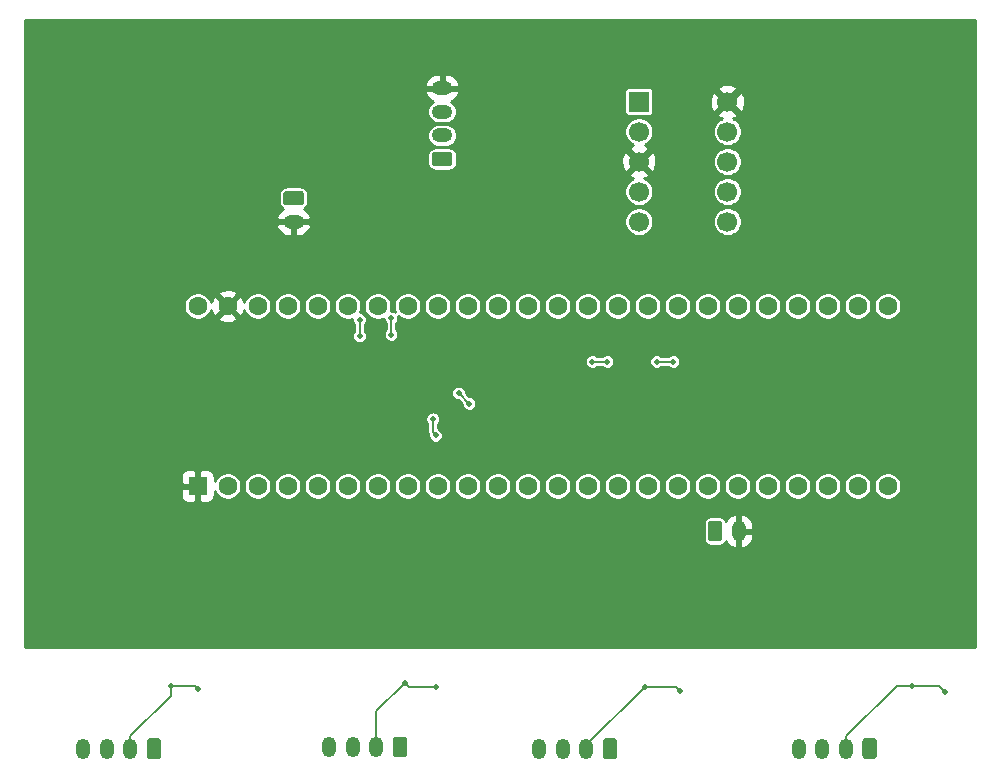
<source format=gbr>
G04 #@! TF.GenerationSoftware,KiCad,Pcbnew,5.1.5+dfsg1-2build2*
G04 #@! TF.CreationDate,2021-08-10T13:41:00-07:00*
G04 #@! TF.ProjectId,Telemetry Board Shrink,54656c65-6d65-4747-9279-20426f617264,rev?*
G04 #@! TF.SameCoordinates,Original*
G04 #@! TF.FileFunction,Copper,L2,Bot*
G04 #@! TF.FilePolarity,Positive*
%FSLAX46Y46*%
G04 Gerber Fmt 4.6, Leading zero omitted, Abs format (unit mm)*
G04 Created by KiCad (PCBNEW 5.1.5+dfsg1-2build2) date 2021-08-10 13:41:00*
%MOMM*%
%LPD*%
G04 APERTURE LIST*
%ADD10C,1.600000*%
%ADD11R,1.600000X1.600000*%
%ADD12C,1.700000*%
%ADD13R,1.700000X1.700000*%
%ADD14O,1.200000X1.750000*%
%ADD15C,0.100000*%
%ADD16O,1.750000X1.200000*%
%ADD17C,0.500000*%
%ADD18C,0.800000*%
%ADD19C,0.152400*%
%ADD20C,0.254000*%
G04 APERTURE END LIST*
D10*
X187198000Y-108077000D03*
X189738000Y-108077000D03*
X192278000Y-108077000D03*
X194818000Y-108077000D03*
X184658000Y-108077000D03*
X182118000Y-108077000D03*
X179578000Y-108077000D03*
X197358000Y-108077000D03*
X199898000Y-108077000D03*
X202438000Y-108077000D03*
X204978000Y-108077000D03*
X204978000Y-92837000D03*
X202438000Y-92837000D03*
X199898000Y-92837000D03*
X197358000Y-92837000D03*
X194818000Y-92837000D03*
X192278000Y-92837000D03*
X189738000Y-92837000D03*
X187198000Y-92837000D03*
X184658000Y-92837000D03*
X182118000Y-92837000D03*
X177038000Y-108077000D03*
X174498000Y-108077000D03*
X171958000Y-108077000D03*
X169418000Y-108077000D03*
X166878000Y-108077000D03*
X164338000Y-108077000D03*
X161798000Y-108077000D03*
X159258000Y-108077000D03*
X156718000Y-108077000D03*
X154178000Y-108077000D03*
X151638000Y-108077000D03*
X149098000Y-108077000D03*
D11*
X146558000Y-108077000D03*
D10*
X179578000Y-92837000D03*
X177038000Y-92837000D03*
X174498000Y-92837000D03*
X171958000Y-92837000D03*
X169418000Y-92837000D03*
X166878000Y-92837000D03*
X164338000Y-92837000D03*
X161798000Y-92837000D03*
X159258000Y-92837000D03*
X156718000Y-92837000D03*
X154178000Y-92837000D03*
X151638000Y-92837000D03*
X149098000Y-92837000D03*
X146558000Y-92837000D03*
D12*
X191419000Y-75528000D03*
X191419000Y-78068000D03*
X191419000Y-80608000D03*
X191419000Y-83148000D03*
X191419000Y-85688000D03*
X183919000Y-85688000D03*
X183919000Y-83148000D03*
X183919000Y-80608000D03*
X183919000Y-78068000D03*
D13*
X183919000Y-75528000D03*
D14*
X175483000Y-130302000D03*
X177483000Y-130302000D03*
X179483000Y-130302000D03*
G04 #@! TA.AperFunction,ComponentPad*
D15*
G36*
X181857505Y-129428204D02*
G01*
X181881773Y-129431804D01*
X181905572Y-129437765D01*
X181928671Y-129446030D01*
X181950850Y-129456520D01*
X181971893Y-129469132D01*
X181991599Y-129483747D01*
X182009777Y-129500223D01*
X182026253Y-129518401D01*
X182040868Y-129538107D01*
X182053480Y-129559150D01*
X182063970Y-129581329D01*
X182072235Y-129604428D01*
X182078196Y-129628227D01*
X182081796Y-129652495D01*
X182083000Y-129676999D01*
X182083000Y-130927001D01*
X182081796Y-130951505D01*
X182078196Y-130975773D01*
X182072235Y-130999572D01*
X182063970Y-131022671D01*
X182053480Y-131044850D01*
X182040868Y-131065893D01*
X182026253Y-131085599D01*
X182009777Y-131103777D01*
X181991599Y-131120253D01*
X181971893Y-131134868D01*
X181950850Y-131147480D01*
X181928671Y-131157970D01*
X181905572Y-131166235D01*
X181881773Y-131172196D01*
X181857505Y-131175796D01*
X181833001Y-131177000D01*
X181132999Y-131177000D01*
X181108495Y-131175796D01*
X181084227Y-131172196D01*
X181060428Y-131166235D01*
X181037329Y-131157970D01*
X181015150Y-131147480D01*
X180994107Y-131134868D01*
X180974401Y-131120253D01*
X180956223Y-131103777D01*
X180939747Y-131085599D01*
X180925132Y-131065893D01*
X180912520Y-131044850D01*
X180902030Y-131022671D01*
X180893765Y-130999572D01*
X180887804Y-130975773D01*
X180884204Y-130951505D01*
X180883000Y-130927001D01*
X180883000Y-129676999D01*
X180884204Y-129652495D01*
X180887804Y-129628227D01*
X180893765Y-129604428D01*
X180902030Y-129581329D01*
X180912520Y-129559150D01*
X180925132Y-129538107D01*
X180939747Y-129518401D01*
X180956223Y-129500223D01*
X180974401Y-129483747D01*
X180994107Y-129469132D01*
X181015150Y-129456520D01*
X181037329Y-129446030D01*
X181060428Y-129437765D01*
X181084227Y-129431804D01*
X181108495Y-129428204D01*
X181132999Y-129427000D01*
X181833001Y-129427000D01*
X181857505Y-129428204D01*
G37*
G04 #@! TD.AperFunction*
D14*
X136875000Y-130302000D03*
X138875000Y-130302000D03*
X140875000Y-130302000D03*
G04 #@! TA.AperFunction,ComponentPad*
D15*
G36*
X143249505Y-129428204D02*
G01*
X143273773Y-129431804D01*
X143297572Y-129437765D01*
X143320671Y-129446030D01*
X143342850Y-129456520D01*
X143363893Y-129469132D01*
X143383599Y-129483747D01*
X143401777Y-129500223D01*
X143418253Y-129518401D01*
X143432868Y-129538107D01*
X143445480Y-129559150D01*
X143455970Y-129581329D01*
X143464235Y-129604428D01*
X143470196Y-129628227D01*
X143473796Y-129652495D01*
X143475000Y-129676999D01*
X143475000Y-130927001D01*
X143473796Y-130951505D01*
X143470196Y-130975773D01*
X143464235Y-130999572D01*
X143455970Y-131022671D01*
X143445480Y-131044850D01*
X143432868Y-131065893D01*
X143418253Y-131085599D01*
X143401777Y-131103777D01*
X143383599Y-131120253D01*
X143363893Y-131134868D01*
X143342850Y-131147480D01*
X143320671Y-131157970D01*
X143297572Y-131166235D01*
X143273773Y-131172196D01*
X143249505Y-131175796D01*
X143225001Y-131177000D01*
X142524999Y-131177000D01*
X142500495Y-131175796D01*
X142476227Y-131172196D01*
X142452428Y-131166235D01*
X142429329Y-131157970D01*
X142407150Y-131147480D01*
X142386107Y-131134868D01*
X142366401Y-131120253D01*
X142348223Y-131103777D01*
X142331747Y-131085599D01*
X142317132Y-131065893D01*
X142304520Y-131044850D01*
X142294030Y-131022671D01*
X142285765Y-130999572D01*
X142279804Y-130975773D01*
X142276204Y-130951505D01*
X142275000Y-130927001D01*
X142275000Y-129676999D01*
X142276204Y-129652495D01*
X142279804Y-129628227D01*
X142285765Y-129604428D01*
X142294030Y-129581329D01*
X142304520Y-129559150D01*
X142317132Y-129538107D01*
X142331747Y-129518401D01*
X142348223Y-129500223D01*
X142366401Y-129483747D01*
X142386107Y-129469132D01*
X142407150Y-129456520D01*
X142429329Y-129446030D01*
X142452428Y-129437765D01*
X142476227Y-129431804D01*
X142500495Y-129428204D01*
X142524999Y-129427000D01*
X143225001Y-129427000D01*
X143249505Y-129428204D01*
G37*
G04 #@! TD.AperFunction*
D14*
X197454000Y-130302000D03*
X199454000Y-130302000D03*
X201454000Y-130302000D03*
G04 #@! TA.AperFunction,ComponentPad*
D15*
G36*
X203828505Y-129428204D02*
G01*
X203852773Y-129431804D01*
X203876572Y-129437765D01*
X203899671Y-129446030D01*
X203921850Y-129456520D01*
X203942893Y-129469132D01*
X203962599Y-129483747D01*
X203980777Y-129500223D01*
X203997253Y-129518401D01*
X204011868Y-129538107D01*
X204024480Y-129559150D01*
X204034970Y-129581329D01*
X204043235Y-129604428D01*
X204049196Y-129628227D01*
X204052796Y-129652495D01*
X204054000Y-129676999D01*
X204054000Y-130927001D01*
X204052796Y-130951505D01*
X204049196Y-130975773D01*
X204043235Y-130999572D01*
X204034970Y-131022671D01*
X204024480Y-131044850D01*
X204011868Y-131065893D01*
X203997253Y-131085599D01*
X203980777Y-131103777D01*
X203962599Y-131120253D01*
X203942893Y-131134868D01*
X203921850Y-131147480D01*
X203899671Y-131157970D01*
X203876572Y-131166235D01*
X203852773Y-131172196D01*
X203828505Y-131175796D01*
X203804001Y-131177000D01*
X203103999Y-131177000D01*
X203079495Y-131175796D01*
X203055227Y-131172196D01*
X203031428Y-131166235D01*
X203008329Y-131157970D01*
X202986150Y-131147480D01*
X202965107Y-131134868D01*
X202945401Y-131120253D01*
X202927223Y-131103777D01*
X202910747Y-131085599D01*
X202896132Y-131065893D01*
X202883520Y-131044850D01*
X202873030Y-131022671D01*
X202864765Y-130999572D01*
X202858804Y-130975773D01*
X202855204Y-130951505D01*
X202854000Y-130927001D01*
X202854000Y-129676999D01*
X202855204Y-129652495D01*
X202858804Y-129628227D01*
X202864765Y-129604428D01*
X202873030Y-129581329D01*
X202883520Y-129559150D01*
X202896132Y-129538107D01*
X202910747Y-129518401D01*
X202927223Y-129500223D01*
X202945401Y-129483747D01*
X202965107Y-129469132D01*
X202986150Y-129456520D01*
X203008329Y-129446030D01*
X203031428Y-129437765D01*
X203055227Y-129431804D01*
X203079495Y-129428204D01*
X203103999Y-129427000D01*
X203804001Y-129427000D01*
X203828505Y-129428204D01*
G37*
G04 #@! TD.AperFunction*
D14*
X157703000Y-130175000D03*
X159703000Y-130175000D03*
X161703000Y-130175000D03*
G04 #@! TA.AperFunction,ComponentPad*
D15*
G36*
X164077505Y-129301204D02*
G01*
X164101773Y-129304804D01*
X164125572Y-129310765D01*
X164148671Y-129319030D01*
X164170850Y-129329520D01*
X164191893Y-129342132D01*
X164211599Y-129356747D01*
X164229777Y-129373223D01*
X164246253Y-129391401D01*
X164260868Y-129411107D01*
X164273480Y-129432150D01*
X164283970Y-129454329D01*
X164292235Y-129477428D01*
X164298196Y-129501227D01*
X164301796Y-129525495D01*
X164303000Y-129549999D01*
X164303000Y-130800001D01*
X164301796Y-130824505D01*
X164298196Y-130848773D01*
X164292235Y-130872572D01*
X164283970Y-130895671D01*
X164273480Y-130917850D01*
X164260868Y-130938893D01*
X164246253Y-130958599D01*
X164229777Y-130976777D01*
X164211599Y-130993253D01*
X164191893Y-131007868D01*
X164170850Y-131020480D01*
X164148671Y-131030970D01*
X164125572Y-131039235D01*
X164101773Y-131045196D01*
X164077505Y-131048796D01*
X164053001Y-131050000D01*
X163352999Y-131050000D01*
X163328495Y-131048796D01*
X163304227Y-131045196D01*
X163280428Y-131039235D01*
X163257329Y-131030970D01*
X163235150Y-131020480D01*
X163214107Y-131007868D01*
X163194401Y-130993253D01*
X163176223Y-130976777D01*
X163159747Y-130958599D01*
X163145132Y-130938893D01*
X163132520Y-130917850D01*
X163122030Y-130895671D01*
X163113765Y-130872572D01*
X163107804Y-130848773D01*
X163104204Y-130824505D01*
X163103000Y-130800001D01*
X163103000Y-129549999D01*
X163104204Y-129525495D01*
X163107804Y-129501227D01*
X163113765Y-129477428D01*
X163122030Y-129454329D01*
X163132520Y-129432150D01*
X163145132Y-129411107D01*
X163159747Y-129391401D01*
X163176223Y-129373223D01*
X163194401Y-129356747D01*
X163214107Y-129342132D01*
X163235150Y-129329520D01*
X163257329Y-129319030D01*
X163280428Y-129310765D01*
X163304227Y-129304804D01*
X163328495Y-129301204D01*
X163352999Y-129300000D01*
X164053001Y-129300000D01*
X164077505Y-129301204D01*
G37*
G04 #@! TD.AperFunction*
D16*
X167259000Y-74391000D03*
X167259000Y-76391000D03*
X167259000Y-78391000D03*
G04 #@! TA.AperFunction,ComponentPad*
D15*
G36*
X167908505Y-79792204D02*
G01*
X167932773Y-79795804D01*
X167956572Y-79801765D01*
X167979671Y-79810030D01*
X168001850Y-79820520D01*
X168022893Y-79833132D01*
X168042599Y-79847747D01*
X168060777Y-79864223D01*
X168077253Y-79882401D01*
X168091868Y-79902107D01*
X168104480Y-79923150D01*
X168114970Y-79945329D01*
X168123235Y-79968428D01*
X168129196Y-79992227D01*
X168132796Y-80016495D01*
X168134000Y-80040999D01*
X168134000Y-80741001D01*
X168132796Y-80765505D01*
X168129196Y-80789773D01*
X168123235Y-80813572D01*
X168114970Y-80836671D01*
X168104480Y-80858850D01*
X168091868Y-80879893D01*
X168077253Y-80899599D01*
X168060777Y-80917777D01*
X168042599Y-80934253D01*
X168022893Y-80948868D01*
X168001850Y-80961480D01*
X167979671Y-80971970D01*
X167956572Y-80980235D01*
X167932773Y-80986196D01*
X167908505Y-80989796D01*
X167884001Y-80991000D01*
X166633999Y-80991000D01*
X166609495Y-80989796D01*
X166585227Y-80986196D01*
X166561428Y-80980235D01*
X166538329Y-80971970D01*
X166516150Y-80961480D01*
X166495107Y-80948868D01*
X166475401Y-80934253D01*
X166457223Y-80917777D01*
X166440747Y-80899599D01*
X166426132Y-80879893D01*
X166413520Y-80858850D01*
X166403030Y-80836671D01*
X166394765Y-80813572D01*
X166388804Y-80789773D01*
X166385204Y-80765505D01*
X166384000Y-80741001D01*
X166384000Y-80040999D01*
X166385204Y-80016495D01*
X166388804Y-79992227D01*
X166394765Y-79968428D01*
X166403030Y-79945329D01*
X166413520Y-79923150D01*
X166426132Y-79902107D01*
X166440747Y-79882401D01*
X166457223Y-79864223D01*
X166475401Y-79847747D01*
X166495107Y-79833132D01*
X166516150Y-79820520D01*
X166538329Y-79810030D01*
X166561428Y-79801765D01*
X166585227Y-79795804D01*
X166609495Y-79792204D01*
X166633999Y-79791000D01*
X167884001Y-79791000D01*
X167908505Y-79792204D01*
G37*
G04 #@! TD.AperFunction*
D16*
X154686000Y-85693000D03*
G04 #@! TA.AperFunction,ComponentPad*
D15*
G36*
X155335505Y-83094204D02*
G01*
X155359773Y-83097804D01*
X155383572Y-83103765D01*
X155406671Y-83112030D01*
X155428850Y-83122520D01*
X155449893Y-83135132D01*
X155469599Y-83149747D01*
X155487777Y-83166223D01*
X155504253Y-83184401D01*
X155518868Y-83204107D01*
X155531480Y-83225150D01*
X155541970Y-83247329D01*
X155550235Y-83270428D01*
X155556196Y-83294227D01*
X155559796Y-83318495D01*
X155561000Y-83342999D01*
X155561000Y-84043001D01*
X155559796Y-84067505D01*
X155556196Y-84091773D01*
X155550235Y-84115572D01*
X155541970Y-84138671D01*
X155531480Y-84160850D01*
X155518868Y-84181893D01*
X155504253Y-84201599D01*
X155487777Y-84219777D01*
X155469599Y-84236253D01*
X155449893Y-84250868D01*
X155428850Y-84263480D01*
X155406671Y-84273970D01*
X155383572Y-84282235D01*
X155359773Y-84288196D01*
X155335505Y-84291796D01*
X155311001Y-84293000D01*
X154060999Y-84293000D01*
X154036495Y-84291796D01*
X154012227Y-84288196D01*
X153988428Y-84282235D01*
X153965329Y-84273970D01*
X153943150Y-84263480D01*
X153922107Y-84250868D01*
X153902401Y-84236253D01*
X153884223Y-84219777D01*
X153867747Y-84201599D01*
X153853132Y-84181893D01*
X153840520Y-84160850D01*
X153830030Y-84138671D01*
X153821765Y-84115572D01*
X153815804Y-84091773D01*
X153812204Y-84067505D01*
X153811000Y-84043001D01*
X153811000Y-83342999D01*
X153812204Y-83318495D01*
X153815804Y-83294227D01*
X153821765Y-83270428D01*
X153830030Y-83247329D01*
X153840520Y-83225150D01*
X153853132Y-83204107D01*
X153867747Y-83184401D01*
X153884223Y-83166223D01*
X153902401Y-83149747D01*
X153922107Y-83135132D01*
X153943150Y-83122520D01*
X153965329Y-83112030D01*
X153988428Y-83103765D01*
X154012227Y-83097804D01*
X154036495Y-83094204D01*
X154060999Y-83093000D01*
X155311001Y-83093000D01*
X155335505Y-83094204D01*
G37*
G04 #@! TD.AperFunction*
D14*
X192373000Y-111887000D03*
G04 #@! TA.AperFunction,ComponentPad*
D15*
G36*
X190747505Y-111013204D02*
G01*
X190771773Y-111016804D01*
X190795572Y-111022765D01*
X190818671Y-111031030D01*
X190840850Y-111041520D01*
X190861893Y-111054132D01*
X190881599Y-111068747D01*
X190899777Y-111085223D01*
X190916253Y-111103401D01*
X190930868Y-111123107D01*
X190943480Y-111144150D01*
X190953970Y-111166329D01*
X190962235Y-111189428D01*
X190968196Y-111213227D01*
X190971796Y-111237495D01*
X190973000Y-111261999D01*
X190973000Y-112512001D01*
X190971796Y-112536505D01*
X190968196Y-112560773D01*
X190962235Y-112584572D01*
X190953970Y-112607671D01*
X190943480Y-112629850D01*
X190930868Y-112650893D01*
X190916253Y-112670599D01*
X190899777Y-112688777D01*
X190881599Y-112705253D01*
X190861893Y-112719868D01*
X190840850Y-112732480D01*
X190818671Y-112742970D01*
X190795572Y-112751235D01*
X190771773Y-112757196D01*
X190747505Y-112760796D01*
X190723001Y-112762000D01*
X190022999Y-112762000D01*
X189998495Y-112760796D01*
X189974227Y-112757196D01*
X189950428Y-112751235D01*
X189927329Y-112742970D01*
X189905150Y-112732480D01*
X189884107Y-112719868D01*
X189864401Y-112705253D01*
X189846223Y-112688777D01*
X189829747Y-112670599D01*
X189815132Y-112650893D01*
X189802520Y-112629850D01*
X189792030Y-112607671D01*
X189783765Y-112584572D01*
X189777804Y-112560773D01*
X189774204Y-112536505D01*
X189773000Y-112512001D01*
X189773000Y-111261999D01*
X189774204Y-111237495D01*
X189777804Y-111213227D01*
X189783765Y-111189428D01*
X189792030Y-111166329D01*
X189802520Y-111144150D01*
X189815132Y-111123107D01*
X189829747Y-111103401D01*
X189846223Y-111085223D01*
X189864401Y-111068747D01*
X189884107Y-111054132D01*
X189905150Y-111041520D01*
X189927329Y-111031030D01*
X189950428Y-111022765D01*
X189974227Y-111016804D01*
X189998495Y-111013204D01*
X190022999Y-111012000D01*
X190723001Y-111012000D01*
X190747505Y-111013204D01*
G37*
G04 #@! TD.AperFunction*
D17*
X165227000Y-71247000D03*
D18*
X146558000Y-111760000D03*
X200025000Y-114554000D03*
X201676000Y-83566000D03*
X201676000Y-81026000D03*
X201676000Y-78486000D03*
X201549000Y-75946000D03*
X147066000Y-72263000D03*
X172720000Y-81280000D03*
X152654000Y-78359000D03*
D17*
X137922000Y-115062000D03*
X145020000Y-113933000D03*
X157480000Y-114808000D03*
X177419000Y-114681000D03*
X185039000Y-113919000D03*
X207377000Y-113425000D03*
X164845992Y-113538000D03*
D18*
X168148000Y-115697000D03*
X208026000Y-105664000D03*
X201803000Y-86106000D03*
D17*
X164084000Y-124714000D03*
X166765000Y-125081000D03*
X207010000Y-124968000D03*
X209804000Y-125476000D03*
X144272000Y-124968000D03*
X146558000Y-125222000D03*
X184404000Y-125095000D03*
X187388500Y-125412500D03*
X160274000Y-95377000D03*
X166471890Y-102387110D03*
X160274000Y-93980000D03*
X166721889Y-103788111D03*
X162941000Y-95250000D03*
X169545000Y-101092000D03*
X162941000Y-93853000D03*
X168656000Y-100203000D03*
X179959006Y-97536000D03*
X181229000Y-97536000D03*
X185420000Y-97536000D03*
X186817000Y-97536000D03*
D19*
X161703000Y-127095000D02*
X164084000Y-124714000D01*
X161703000Y-130175000D02*
X161703000Y-127095000D01*
X164451000Y-125081000D02*
X164084000Y-124714000D01*
X166765000Y-125081000D02*
X164451000Y-125081000D01*
X209296000Y-124968000D02*
X209804000Y-125476000D01*
X201454000Y-129274600D02*
X205760600Y-124968000D01*
X205760600Y-124968000D02*
X207010000Y-124968000D01*
X201454000Y-130302000D02*
X201454000Y-129274600D01*
X207010000Y-124968000D02*
X209296000Y-124968000D01*
X140875000Y-129274600D02*
X144272000Y-125877600D01*
X140875000Y-130302000D02*
X140875000Y-129274600D01*
X144272000Y-125877600D02*
X144272000Y-124968000D01*
X144272000Y-124968000D02*
X146304000Y-124968000D01*
X146304000Y-124968000D02*
X146558000Y-125222000D01*
X179483000Y-130016000D02*
X179483000Y-130302000D01*
X184404000Y-125095000D02*
X179483000Y-130016000D01*
X184404000Y-125095000D02*
X187071000Y-125095000D01*
X187071000Y-125095000D02*
X187388500Y-125412500D01*
X187388500Y-125412500D02*
X187452000Y-125476000D01*
X160274000Y-94996000D02*
X160274000Y-95377000D01*
X166471890Y-103538112D02*
X166471890Y-102387110D01*
X160274000Y-94361000D02*
X160274000Y-94996000D01*
X166721889Y-103788111D02*
X166471890Y-103538112D01*
X160274000Y-93980000D02*
X160274000Y-94996000D01*
X162941000Y-93853000D02*
X162941000Y-95250000D01*
X168656000Y-100203000D02*
X169545000Y-101092000D01*
X181229000Y-97536000D02*
X179959006Y-97536000D01*
X186817000Y-97536000D02*
X185420000Y-97536000D01*
D20*
G36*
X212391000Y-68651747D02*
G01*
X212391001Y-121666000D01*
X131974000Y-121666000D01*
X131974000Y-111261999D01*
X189394176Y-111261999D01*
X189394176Y-112512001D01*
X189406259Y-112634678D01*
X189442042Y-112752641D01*
X189500152Y-112861356D01*
X189578354Y-112956646D01*
X189673644Y-113034848D01*
X189782359Y-113092958D01*
X189900322Y-113128741D01*
X190022999Y-113140824D01*
X190723001Y-113140824D01*
X190845678Y-113128741D01*
X190963641Y-113092958D01*
X191072356Y-113034848D01*
X191167646Y-112956646D01*
X191245848Y-112861356D01*
X191293842Y-112771566D01*
X191416693Y-112953725D01*
X191589526Y-113125078D01*
X191792467Y-113259421D01*
X192017718Y-113351591D01*
X192055391Y-113355462D01*
X192246000Y-113230731D01*
X192246000Y-112014000D01*
X192500000Y-112014000D01*
X192500000Y-113230731D01*
X192690609Y-113355462D01*
X192728282Y-113351591D01*
X192953533Y-113259421D01*
X193156474Y-113125078D01*
X193329307Y-112953725D01*
X193465390Y-112751946D01*
X193559493Y-112527496D01*
X193608000Y-112289000D01*
X193608000Y-112014000D01*
X192500000Y-112014000D01*
X192246000Y-112014000D01*
X192226000Y-112014000D01*
X192226000Y-111760000D01*
X192246000Y-111760000D01*
X192246000Y-110543269D01*
X192500000Y-110543269D01*
X192500000Y-111760000D01*
X193608000Y-111760000D01*
X193608000Y-111485000D01*
X193559493Y-111246504D01*
X193465390Y-111022054D01*
X193329307Y-110820275D01*
X193156474Y-110648922D01*
X192953533Y-110514579D01*
X192728282Y-110422409D01*
X192690609Y-110418538D01*
X192500000Y-110543269D01*
X192246000Y-110543269D01*
X192055391Y-110418538D01*
X192017718Y-110422409D01*
X191792467Y-110514579D01*
X191589526Y-110648922D01*
X191416693Y-110820275D01*
X191293842Y-111002434D01*
X191245848Y-110912644D01*
X191167646Y-110817354D01*
X191072356Y-110739152D01*
X190963641Y-110681042D01*
X190845678Y-110645259D01*
X190723001Y-110633176D01*
X190022999Y-110633176D01*
X189900322Y-110645259D01*
X189782359Y-110681042D01*
X189673644Y-110739152D01*
X189578354Y-110817354D01*
X189500152Y-110912644D01*
X189442042Y-111021359D01*
X189406259Y-111139322D01*
X189394176Y-111261999D01*
X131974000Y-111261999D01*
X131974000Y-108877000D01*
X145119928Y-108877000D01*
X145132188Y-109001482D01*
X145168498Y-109121180D01*
X145227463Y-109231494D01*
X145306815Y-109328185D01*
X145403506Y-109407537D01*
X145513820Y-109466502D01*
X145633518Y-109502812D01*
X145758000Y-109515072D01*
X146272250Y-109512000D01*
X146431000Y-109353250D01*
X146431000Y-108204000D01*
X145281750Y-108204000D01*
X145123000Y-108362750D01*
X145119928Y-108877000D01*
X131974000Y-108877000D01*
X131974000Y-107277000D01*
X145119928Y-107277000D01*
X145123000Y-107791250D01*
X145281750Y-107950000D01*
X146431000Y-107950000D01*
X146431000Y-106800750D01*
X146685000Y-106800750D01*
X146685000Y-107950000D01*
X146705000Y-107950000D01*
X146705000Y-108204000D01*
X146685000Y-108204000D01*
X146685000Y-109353250D01*
X146843750Y-109512000D01*
X147358000Y-109515072D01*
X147482482Y-109502812D01*
X147602180Y-109466502D01*
X147712494Y-109407537D01*
X147809185Y-109328185D01*
X147888537Y-109231494D01*
X147947502Y-109121180D01*
X147983812Y-109001482D01*
X147996072Y-108877000D01*
X147993741Y-108486732D01*
X148054956Y-108634519D01*
X148183764Y-108827294D01*
X148347706Y-108991236D01*
X148540481Y-109120044D01*
X148754682Y-109208769D01*
X148982076Y-109254000D01*
X149213924Y-109254000D01*
X149441318Y-109208769D01*
X149655519Y-109120044D01*
X149848294Y-108991236D01*
X150012236Y-108827294D01*
X150141044Y-108634519D01*
X150229769Y-108420318D01*
X150275000Y-108192924D01*
X150275000Y-107961076D01*
X150461000Y-107961076D01*
X150461000Y-108192924D01*
X150506231Y-108420318D01*
X150594956Y-108634519D01*
X150723764Y-108827294D01*
X150887706Y-108991236D01*
X151080481Y-109120044D01*
X151294682Y-109208769D01*
X151522076Y-109254000D01*
X151753924Y-109254000D01*
X151981318Y-109208769D01*
X152195519Y-109120044D01*
X152388294Y-108991236D01*
X152552236Y-108827294D01*
X152681044Y-108634519D01*
X152769769Y-108420318D01*
X152815000Y-108192924D01*
X152815000Y-107961076D01*
X153001000Y-107961076D01*
X153001000Y-108192924D01*
X153046231Y-108420318D01*
X153134956Y-108634519D01*
X153263764Y-108827294D01*
X153427706Y-108991236D01*
X153620481Y-109120044D01*
X153834682Y-109208769D01*
X154062076Y-109254000D01*
X154293924Y-109254000D01*
X154521318Y-109208769D01*
X154735519Y-109120044D01*
X154928294Y-108991236D01*
X155092236Y-108827294D01*
X155221044Y-108634519D01*
X155309769Y-108420318D01*
X155355000Y-108192924D01*
X155355000Y-107961076D01*
X155541000Y-107961076D01*
X155541000Y-108192924D01*
X155586231Y-108420318D01*
X155674956Y-108634519D01*
X155803764Y-108827294D01*
X155967706Y-108991236D01*
X156160481Y-109120044D01*
X156374682Y-109208769D01*
X156602076Y-109254000D01*
X156833924Y-109254000D01*
X157061318Y-109208769D01*
X157275519Y-109120044D01*
X157468294Y-108991236D01*
X157632236Y-108827294D01*
X157761044Y-108634519D01*
X157849769Y-108420318D01*
X157895000Y-108192924D01*
X157895000Y-107961076D01*
X158081000Y-107961076D01*
X158081000Y-108192924D01*
X158126231Y-108420318D01*
X158214956Y-108634519D01*
X158343764Y-108827294D01*
X158507706Y-108991236D01*
X158700481Y-109120044D01*
X158914682Y-109208769D01*
X159142076Y-109254000D01*
X159373924Y-109254000D01*
X159601318Y-109208769D01*
X159815519Y-109120044D01*
X160008294Y-108991236D01*
X160172236Y-108827294D01*
X160301044Y-108634519D01*
X160389769Y-108420318D01*
X160435000Y-108192924D01*
X160435000Y-107961076D01*
X160621000Y-107961076D01*
X160621000Y-108192924D01*
X160666231Y-108420318D01*
X160754956Y-108634519D01*
X160883764Y-108827294D01*
X161047706Y-108991236D01*
X161240481Y-109120044D01*
X161454682Y-109208769D01*
X161682076Y-109254000D01*
X161913924Y-109254000D01*
X162141318Y-109208769D01*
X162355519Y-109120044D01*
X162548294Y-108991236D01*
X162712236Y-108827294D01*
X162841044Y-108634519D01*
X162929769Y-108420318D01*
X162975000Y-108192924D01*
X162975000Y-107961076D01*
X163161000Y-107961076D01*
X163161000Y-108192924D01*
X163206231Y-108420318D01*
X163294956Y-108634519D01*
X163423764Y-108827294D01*
X163587706Y-108991236D01*
X163780481Y-109120044D01*
X163994682Y-109208769D01*
X164222076Y-109254000D01*
X164453924Y-109254000D01*
X164681318Y-109208769D01*
X164895519Y-109120044D01*
X165088294Y-108991236D01*
X165252236Y-108827294D01*
X165381044Y-108634519D01*
X165469769Y-108420318D01*
X165515000Y-108192924D01*
X165515000Y-107961076D01*
X165701000Y-107961076D01*
X165701000Y-108192924D01*
X165746231Y-108420318D01*
X165834956Y-108634519D01*
X165963764Y-108827294D01*
X166127706Y-108991236D01*
X166320481Y-109120044D01*
X166534682Y-109208769D01*
X166762076Y-109254000D01*
X166993924Y-109254000D01*
X167221318Y-109208769D01*
X167435519Y-109120044D01*
X167628294Y-108991236D01*
X167792236Y-108827294D01*
X167921044Y-108634519D01*
X168009769Y-108420318D01*
X168055000Y-108192924D01*
X168055000Y-107961076D01*
X168241000Y-107961076D01*
X168241000Y-108192924D01*
X168286231Y-108420318D01*
X168374956Y-108634519D01*
X168503764Y-108827294D01*
X168667706Y-108991236D01*
X168860481Y-109120044D01*
X169074682Y-109208769D01*
X169302076Y-109254000D01*
X169533924Y-109254000D01*
X169761318Y-109208769D01*
X169975519Y-109120044D01*
X170168294Y-108991236D01*
X170332236Y-108827294D01*
X170461044Y-108634519D01*
X170549769Y-108420318D01*
X170595000Y-108192924D01*
X170595000Y-107961076D01*
X170781000Y-107961076D01*
X170781000Y-108192924D01*
X170826231Y-108420318D01*
X170914956Y-108634519D01*
X171043764Y-108827294D01*
X171207706Y-108991236D01*
X171400481Y-109120044D01*
X171614682Y-109208769D01*
X171842076Y-109254000D01*
X172073924Y-109254000D01*
X172301318Y-109208769D01*
X172515519Y-109120044D01*
X172708294Y-108991236D01*
X172872236Y-108827294D01*
X173001044Y-108634519D01*
X173089769Y-108420318D01*
X173135000Y-108192924D01*
X173135000Y-107961076D01*
X173321000Y-107961076D01*
X173321000Y-108192924D01*
X173366231Y-108420318D01*
X173454956Y-108634519D01*
X173583764Y-108827294D01*
X173747706Y-108991236D01*
X173940481Y-109120044D01*
X174154682Y-109208769D01*
X174382076Y-109254000D01*
X174613924Y-109254000D01*
X174841318Y-109208769D01*
X175055519Y-109120044D01*
X175248294Y-108991236D01*
X175412236Y-108827294D01*
X175541044Y-108634519D01*
X175629769Y-108420318D01*
X175675000Y-108192924D01*
X175675000Y-107961076D01*
X175861000Y-107961076D01*
X175861000Y-108192924D01*
X175906231Y-108420318D01*
X175994956Y-108634519D01*
X176123764Y-108827294D01*
X176287706Y-108991236D01*
X176480481Y-109120044D01*
X176694682Y-109208769D01*
X176922076Y-109254000D01*
X177153924Y-109254000D01*
X177381318Y-109208769D01*
X177595519Y-109120044D01*
X177788294Y-108991236D01*
X177952236Y-108827294D01*
X178081044Y-108634519D01*
X178169769Y-108420318D01*
X178215000Y-108192924D01*
X178215000Y-107961076D01*
X178401000Y-107961076D01*
X178401000Y-108192924D01*
X178446231Y-108420318D01*
X178534956Y-108634519D01*
X178663764Y-108827294D01*
X178827706Y-108991236D01*
X179020481Y-109120044D01*
X179234682Y-109208769D01*
X179462076Y-109254000D01*
X179693924Y-109254000D01*
X179921318Y-109208769D01*
X180135519Y-109120044D01*
X180328294Y-108991236D01*
X180492236Y-108827294D01*
X180621044Y-108634519D01*
X180709769Y-108420318D01*
X180755000Y-108192924D01*
X180755000Y-107961076D01*
X180941000Y-107961076D01*
X180941000Y-108192924D01*
X180986231Y-108420318D01*
X181074956Y-108634519D01*
X181203764Y-108827294D01*
X181367706Y-108991236D01*
X181560481Y-109120044D01*
X181774682Y-109208769D01*
X182002076Y-109254000D01*
X182233924Y-109254000D01*
X182461318Y-109208769D01*
X182675519Y-109120044D01*
X182868294Y-108991236D01*
X183032236Y-108827294D01*
X183161044Y-108634519D01*
X183249769Y-108420318D01*
X183295000Y-108192924D01*
X183295000Y-107961076D01*
X183481000Y-107961076D01*
X183481000Y-108192924D01*
X183526231Y-108420318D01*
X183614956Y-108634519D01*
X183743764Y-108827294D01*
X183907706Y-108991236D01*
X184100481Y-109120044D01*
X184314682Y-109208769D01*
X184542076Y-109254000D01*
X184773924Y-109254000D01*
X185001318Y-109208769D01*
X185215519Y-109120044D01*
X185408294Y-108991236D01*
X185572236Y-108827294D01*
X185701044Y-108634519D01*
X185789769Y-108420318D01*
X185835000Y-108192924D01*
X185835000Y-107961076D01*
X186021000Y-107961076D01*
X186021000Y-108192924D01*
X186066231Y-108420318D01*
X186154956Y-108634519D01*
X186283764Y-108827294D01*
X186447706Y-108991236D01*
X186640481Y-109120044D01*
X186854682Y-109208769D01*
X187082076Y-109254000D01*
X187313924Y-109254000D01*
X187541318Y-109208769D01*
X187755519Y-109120044D01*
X187948294Y-108991236D01*
X188112236Y-108827294D01*
X188241044Y-108634519D01*
X188329769Y-108420318D01*
X188375000Y-108192924D01*
X188375000Y-107961076D01*
X188561000Y-107961076D01*
X188561000Y-108192924D01*
X188606231Y-108420318D01*
X188694956Y-108634519D01*
X188823764Y-108827294D01*
X188987706Y-108991236D01*
X189180481Y-109120044D01*
X189394682Y-109208769D01*
X189622076Y-109254000D01*
X189853924Y-109254000D01*
X190081318Y-109208769D01*
X190295519Y-109120044D01*
X190488294Y-108991236D01*
X190652236Y-108827294D01*
X190781044Y-108634519D01*
X190869769Y-108420318D01*
X190915000Y-108192924D01*
X190915000Y-107961076D01*
X191101000Y-107961076D01*
X191101000Y-108192924D01*
X191146231Y-108420318D01*
X191234956Y-108634519D01*
X191363764Y-108827294D01*
X191527706Y-108991236D01*
X191720481Y-109120044D01*
X191934682Y-109208769D01*
X192162076Y-109254000D01*
X192393924Y-109254000D01*
X192621318Y-109208769D01*
X192835519Y-109120044D01*
X193028294Y-108991236D01*
X193192236Y-108827294D01*
X193321044Y-108634519D01*
X193409769Y-108420318D01*
X193455000Y-108192924D01*
X193455000Y-107961076D01*
X193641000Y-107961076D01*
X193641000Y-108192924D01*
X193686231Y-108420318D01*
X193774956Y-108634519D01*
X193903764Y-108827294D01*
X194067706Y-108991236D01*
X194260481Y-109120044D01*
X194474682Y-109208769D01*
X194702076Y-109254000D01*
X194933924Y-109254000D01*
X195161318Y-109208769D01*
X195375519Y-109120044D01*
X195568294Y-108991236D01*
X195732236Y-108827294D01*
X195861044Y-108634519D01*
X195949769Y-108420318D01*
X195995000Y-108192924D01*
X195995000Y-107961076D01*
X196181000Y-107961076D01*
X196181000Y-108192924D01*
X196226231Y-108420318D01*
X196314956Y-108634519D01*
X196443764Y-108827294D01*
X196607706Y-108991236D01*
X196800481Y-109120044D01*
X197014682Y-109208769D01*
X197242076Y-109254000D01*
X197473924Y-109254000D01*
X197701318Y-109208769D01*
X197915519Y-109120044D01*
X198108294Y-108991236D01*
X198272236Y-108827294D01*
X198401044Y-108634519D01*
X198489769Y-108420318D01*
X198535000Y-108192924D01*
X198535000Y-107961076D01*
X198721000Y-107961076D01*
X198721000Y-108192924D01*
X198766231Y-108420318D01*
X198854956Y-108634519D01*
X198983764Y-108827294D01*
X199147706Y-108991236D01*
X199340481Y-109120044D01*
X199554682Y-109208769D01*
X199782076Y-109254000D01*
X200013924Y-109254000D01*
X200241318Y-109208769D01*
X200455519Y-109120044D01*
X200648294Y-108991236D01*
X200812236Y-108827294D01*
X200941044Y-108634519D01*
X201029769Y-108420318D01*
X201075000Y-108192924D01*
X201075000Y-107961076D01*
X201261000Y-107961076D01*
X201261000Y-108192924D01*
X201306231Y-108420318D01*
X201394956Y-108634519D01*
X201523764Y-108827294D01*
X201687706Y-108991236D01*
X201880481Y-109120044D01*
X202094682Y-109208769D01*
X202322076Y-109254000D01*
X202553924Y-109254000D01*
X202781318Y-109208769D01*
X202995519Y-109120044D01*
X203188294Y-108991236D01*
X203352236Y-108827294D01*
X203481044Y-108634519D01*
X203569769Y-108420318D01*
X203615000Y-108192924D01*
X203615000Y-107961076D01*
X203801000Y-107961076D01*
X203801000Y-108192924D01*
X203846231Y-108420318D01*
X203934956Y-108634519D01*
X204063764Y-108827294D01*
X204227706Y-108991236D01*
X204420481Y-109120044D01*
X204634682Y-109208769D01*
X204862076Y-109254000D01*
X205093924Y-109254000D01*
X205321318Y-109208769D01*
X205535519Y-109120044D01*
X205728294Y-108991236D01*
X205892236Y-108827294D01*
X206021044Y-108634519D01*
X206109769Y-108420318D01*
X206155000Y-108192924D01*
X206155000Y-107961076D01*
X206109769Y-107733682D01*
X206021044Y-107519481D01*
X205892236Y-107326706D01*
X205728294Y-107162764D01*
X205535519Y-107033956D01*
X205321318Y-106945231D01*
X205093924Y-106900000D01*
X204862076Y-106900000D01*
X204634682Y-106945231D01*
X204420481Y-107033956D01*
X204227706Y-107162764D01*
X204063764Y-107326706D01*
X203934956Y-107519481D01*
X203846231Y-107733682D01*
X203801000Y-107961076D01*
X203615000Y-107961076D01*
X203569769Y-107733682D01*
X203481044Y-107519481D01*
X203352236Y-107326706D01*
X203188294Y-107162764D01*
X202995519Y-107033956D01*
X202781318Y-106945231D01*
X202553924Y-106900000D01*
X202322076Y-106900000D01*
X202094682Y-106945231D01*
X201880481Y-107033956D01*
X201687706Y-107162764D01*
X201523764Y-107326706D01*
X201394956Y-107519481D01*
X201306231Y-107733682D01*
X201261000Y-107961076D01*
X201075000Y-107961076D01*
X201029769Y-107733682D01*
X200941044Y-107519481D01*
X200812236Y-107326706D01*
X200648294Y-107162764D01*
X200455519Y-107033956D01*
X200241318Y-106945231D01*
X200013924Y-106900000D01*
X199782076Y-106900000D01*
X199554682Y-106945231D01*
X199340481Y-107033956D01*
X199147706Y-107162764D01*
X198983764Y-107326706D01*
X198854956Y-107519481D01*
X198766231Y-107733682D01*
X198721000Y-107961076D01*
X198535000Y-107961076D01*
X198489769Y-107733682D01*
X198401044Y-107519481D01*
X198272236Y-107326706D01*
X198108294Y-107162764D01*
X197915519Y-107033956D01*
X197701318Y-106945231D01*
X197473924Y-106900000D01*
X197242076Y-106900000D01*
X197014682Y-106945231D01*
X196800481Y-107033956D01*
X196607706Y-107162764D01*
X196443764Y-107326706D01*
X196314956Y-107519481D01*
X196226231Y-107733682D01*
X196181000Y-107961076D01*
X195995000Y-107961076D01*
X195949769Y-107733682D01*
X195861044Y-107519481D01*
X195732236Y-107326706D01*
X195568294Y-107162764D01*
X195375519Y-107033956D01*
X195161318Y-106945231D01*
X194933924Y-106900000D01*
X194702076Y-106900000D01*
X194474682Y-106945231D01*
X194260481Y-107033956D01*
X194067706Y-107162764D01*
X193903764Y-107326706D01*
X193774956Y-107519481D01*
X193686231Y-107733682D01*
X193641000Y-107961076D01*
X193455000Y-107961076D01*
X193409769Y-107733682D01*
X193321044Y-107519481D01*
X193192236Y-107326706D01*
X193028294Y-107162764D01*
X192835519Y-107033956D01*
X192621318Y-106945231D01*
X192393924Y-106900000D01*
X192162076Y-106900000D01*
X191934682Y-106945231D01*
X191720481Y-107033956D01*
X191527706Y-107162764D01*
X191363764Y-107326706D01*
X191234956Y-107519481D01*
X191146231Y-107733682D01*
X191101000Y-107961076D01*
X190915000Y-107961076D01*
X190869769Y-107733682D01*
X190781044Y-107519481D01*
X190652236Y-107326706D01*
X190488294Y-107162764D01*
X190295519Y-107033956D01*
X190081318Y-106945231D01*
X189853924Y-106900000D01*
X189622076Y-106900000D01*
X189394682Y-106945231D01*
X189180481Y-107033956D01*
X188987706Y-107162764D01*
X188823764Y-107326706D01*
X188694956Y-107519481D01*
X188606231Y-107733682D01*
X188561000Y-107961076D01*
X188375000Y-107961076D01*
X188329769Y-107733682D01*
X188241044Y-107519481D01*
X188112236Y-107326706D01*
X187948294Y-107162764D01*
X187755519Y-107033956D01*
X187541318Y-106945231D01*
X187313924Y-106900000D01*
X187082076Y-106900000D01*
X186854682Y-106945231D01*
X186640481Y-107033956D01*
X186447706Y-107162764D01*
X186283764Y-107326706D01*
X186154956Y-107519481D01*
X186066231Y-107733682D01*
X186021000Y-107961076D01*
X185835000Y-107961076D01*
X185789769Y-107733682D01*
X185701044Y-107519481D01*
X185572236Y-107326706D01*
X185408294Y-107162764D01*
X185215519Y-107033956D01*
X185001318Y-106945231D01*
X184773924Y-106900000D01*
X184542076Y-106900000D01*
X184314682Y-106945231D01*
X184100481Y-107033956D01*
X183907706Y-107162764D01*
X183743764Y-107326706D01*
X183614956Y-107519481D01*
X183526231Y-107733682D01*
X183481000Y-107961076D01*
X183295000Y-107961076D01*
X183249769Y-107733682D01*
X183161044Y-107519481D01*
X183032236Y-107326706D01*
X182868294Y-107162764D01*
X182675519Y-107033956D01*
X182461318Y-106945231D01*
X182233924Y-106900000D01*
X182002076Y-106900000D01*
X181774682Y-106945231D01*
X181560481Y-107033956D01*
X181367706Y-107162764D01*
X181203764Y-107326706D01*
X181074956Y-107519481D01*
X180986231Y-107733682D01*
X180941000Y-107961076D01*
X180755000Y-107961076D01*
X180709769Y-107733682D01*
X180621044Y-107519481D01*
X180492236Y-107326706D01*
X180328294Y-107162764D01*
X180135519Y-107033956D01*
X179921318Y-106945231D01*
X179693924Y-106900000D01*
X179462076Y-106900000D01*
X179234682Y-106945231D01*
X179020481Y-107033956D01*
X178827706Y-107162764D01*
X178663764Y-107326706D01*
X178534956Y-107519481D01*
X178446231Y-107733682D01*
X178401000Y-107961076D01*
X178215000Y-107961076D01*
X178169769Y-107733682D01*
X178081044Y-107519481D01*
X177952236Y-107326706D01*
X177788294Y-107162764D01*
X177595519Y-107033956D01*
X177381318Y-106945231D01*
X177153924Y-106900000D01*
X176922076Y-106900000D01*
X176694682Y-106945231D01*
X176480481Y-107033956D01*
X176287706Y-107162764D01*
X176123764Y-107326706D01*
X175994956Y-107519481D01*
X175906231Y-107733682D01*
X175861000Y-107961076D01*
X175675000Y-107961076D01*
X175629769Y-107733682D01*
X175541044Y-107519481D01*
X175412236Y-107326706D01*
X175248294Y-107162764D01*
X175055519Y-107033956D01*
X174841318Y-106945231D01*
X174613924Y-106900000D01*
X174382076Y-106900000D01*
X174154682Y-106945231D01*
X173940481Y-107033956D01*
X173747706Y-107162764D01*
X173583764Y-107326706D01*
X173454956Y-107519481D01*
X173366231Y-107733682D01*
X173321000Y-107961076D01*
X173135000Y-107961076D01*
X173089769Y-107733682D01*
X173001044Y-107519481D01*
X172872236Y-107326706D01*
X172708294Y-107162764D01*
X172515519Y-107033956D01*
X172301318Y-106945231D01*
X172073924Y-106900000D01*
X171842076Y-106900000D01*
X171614682Y-106945231D01*
X171400481Y-107033956D01*
X171207706Y-107162764D01*
X171043764Y-107326706D01*
X170914956Y-107519481D01*
X170826231Y-107733682D01*
X170781000Y-107961076D01*
X170595000Y-107961076D01*
X170549769Y-107733682D01*
X170461044Y-107519481D01*
X170332236Y-107326706D01*
X170168294Y-107162764D01*
X169975519Y-107033956D01*
X169761318Y-106945231D01*
X169533924Y-106900000D01*
X169302076Y-106900000D01*
X169074682Y-106945231D01*
X168860481Y-107033956D01*
X168667706Y-107162764D01*
X168503764Y-107326706D01*
X168374956Y-107519481D01*
X168286231Y-107733682D01*
X168241000Y-107961076D01*
X168055000Y-107961076D01*
X168009769Y-107733682D01*
X167921044Y-107519481D01*
X167792236Y-107326706D01*
X167628294Y-107162764D01*
X167435519Y-107033956D01*
X167221318Y-106945231D01*
X166993924Y-106900000D01*
X166762076Y-106900000D01*
X166534682Y-106945231D01*
X166320481Y-107033956D01*
X166127706Y-107162764D01*
X165963764Y-107326706D01*
X165834956Y-107519481D01*
X165746231Y-107733682D01*
X165701000Y-107961076D01*
X165515000Y-107961076D01*
X165469769Y-107733682D01*
X165381044Y-107519481D01*
X165252236Y-107326706D01*
X165088294Y-107162764D01*
X164895519Y-107033956D01*
X164681318Y-106945231D01*
X164453924Y-106900000D01*
X164222076Y-106900000D01*
X163994682Y-106945231D01*
X163780481Y-107033956D01*
X163587706Y-107162764D01*
X163423764Y-107326706D01*
X163294956Y-107519481D01*
X163206231Y-107733682D01*
X163161000Y-107961076D01*
X162975000Y-107961076D01*
X162929769Y-107733682D01*
X162841044Y-107519481D01*
X162712236Y-107326706D01*
X162548294Y-107162764D01*
X162355519Y-107033956D01*
X162141318Y-106945231D01*
X161913924Y-106900000D01*
X161682076Y-106900000D01*
X161454682Y-106945231D01*
X161240481Y-107033956D01*
X161047706Y-107162764D01*
X160883764Y-107326706D01*
X160754956Y-107519481D01*
X160666231Y-107733682D01*
X160621000Y-107961076D01*
X160435000Y-107961076D01*
X160389769Y-107733682D01*
X160301044Y-107519481D01*
X160172236Y-107326706D01*
X160008294Y-107162764D01*
X159815519Y-107033956D01*
X159601318Y-106945231D01*
X159373924Y-106900000D01*
X159142076Y-106900000D01*
X158914682Y-106945231D01*
X158700481Y-107033956D01*
X158507706Y-107162764D01*
X158343764Y-107326706D01*
X158214956Y-107519481D01*
X158126231Y-107733682D01*
X158081000Y-107961076D01*
X157895000Y-107961076D01*
X157849769Y-107733682D01*
X157761044Y-107519481D01*
X157632236Y-107326706D01*
X157468294Y-107162764D01*
X157275519Y-107033956D01*
X157061318Y-106945231D01*
X156833924Y-106900000D01*
X156602076Y-106900000D01*
X156374682Y-106945231D01*
X156160481Y-107033956D01*
X155967706Y-107162764D01*
X155803764Y-107326706D01*
X155674956Y-107519481D01*
X155586231Y-107733682D01*
X155541000Y-107961076D01*
X155355000Y-107961076D01*
X155309769Y-107733682D01*
X155221044Y-107519481D01*
X155092236Y-107326706D01*
X154928294Y-107162764D01*
X154735519Y-107033956D01*
X154521318Y-106945231D01*
X154293924Y-106900000D01*
X154062076Y-106900000D01*
X153834682Y-106945231D01*
X153620481Y-107033956D01*
X153427706Y-107162764D01*
X153263764Y-107326706D01*
X153134956Y-107519481D01*
X153046231Y-107733682D01*
X153001000Y-107961076D01*
X152815000Y-107961076D01*
X152769769Y-107733682D01*
X152681044Y-107519481D01*
X152552236Y-107326706D01*
X152388294Y-107162764D01*
X152195519Y-107033956D01*
X151981318Y-106945231D01*
X151753924Y-106900000D01*
X151522076Y-106900000D01*
X151294682Y-106945231D01*
X151080481Y-107033956D01*
X150887706Y-107162764D01*
X150723764Y-107326706D01*
X150594956Y-107519481D01*
X150506231Y-107733682D01*
X150461000Y-107961076D01*
X150275000Y-107961076D01*
X150229769Y-107733682D01*
X150141044Y-107519481D01*
X150012236Y-107326706D01*
X149848294Y-107162764D01*
X149655519Y-107033956D01*
X149441318Y-106945231D01*
X149213924Y-106900000D01*
X148982076Y-106900000D01*
X148754682Y-106945231D01*
X148540481Y-107033956D01*
X148347706Y-107162764D01*
X148183764Y-107326706D01*
X148054956Y-107519481D01*
X147993741Y-107667268D01*
X147996072Y-107277000D01*
X147983812Y-107152518D01*
X147947502Y-107032820D01*
X147888537Y-106922506D01*
X147809185Y-106825815D01*
X147712494Y-106746463D01*
X147602180Y-106687498D01*
X147482482Y-106651188D01*
X147358000Y-106638928D01*
X146843750Y-106642000D01*
X146685000Y-106800750D01*
X146431000Y-106800750D01*
X146272250Y-106642000D01*
X145758000Y-106638928D01*
X145633518Y-106651188D01*
X145513820Y-106687498D01*
X145403506Y-106746463D01*
X145306815Y-106825815D01*
X145227463Y-106922506D01*
X145168498Y-107032820D01*
X145132188Y-107152518D01*
X145119928Y-107277000D01*
X131974000Y-107277000D01*
X131974000Y-102325356D01*
X165844890Y-102325356D01*
X165844890Y-102448864D01*
X165868985Y-102569999D01*
X165916250Y-102684106D01*
X165984867Y-102786799D01*
X166018691Y-102820623D01*
X166018690Y-103515858D01*
X166016498Y-103538112D01*
X166018690Y-103560366D01*
X166018690Y-103560367D01*
X166025248Y-103626954D01*
X166047185Y-103699267D01*
X166051163Y-103712382D01*
X166093245Y-103791114D01*
X166094889Y-103793117D01*
X166094889Y-103849865D01*
X166118984Y-103971000D01*
X166166249Y-104085107D01*
X166234866Y-104187800D01*
X166322200Y-104275134D01*
X166424893Y-104343751D01*
X166539000Y-104391016D01*
X166660135Y-104415111D01*
X166783643Y-104415111D01*
X166904778Y-104391016D01*
X167018885Y-104343751D01*
X167121578Y-104275134D01*
X167208912Y-104187800D01*
X167277529Y-104085107D01*
X167324794Y-103971000D01*
X167348889Y-103849865D01*
X167348889Y-103726357D01*
X167324794Y-103605222D01*
X167277529Y-103491115D01*
X167208912Y-103388422D01*
X167121578Y-103301088D01*
X167018885Y-103232471D01*
X166925090Y-103193620D01*
X166925090Y-102820622D01*
X166958913Y-102786799D01*
X167027530Y-102684106D01*
X167074795Y-102569999D01*
X167098890Y-102448864D01*
X167098890Y-102325356D01*
X167074795Y-102204221D01*
X167027530Y-102090114D01*
X166958913Y-101987421D01*
X166871579Y-101900087D01*
X166768886Y-101831470D01*
X166654779Y-101784205D01*
X166533644Y-101760110D01*
X166410136Y-101760110D01*
X166289001Y-101784205D01*
X166174894Y-101831470D01*
X166072201Y-101900087D01*
X165984867Y-101987421D01*
X165916250Y-102090114D01*
X165868985Y-102204221D01*
X165844890Y-102325356D01*
X131974000Y-102325356D01*
X131974000Y-100141246D01*
X168029000Y-100141246D01*
X168029000Y-100264754D01*
X168053095Y-100385889D01*
X168100360Y-100499996D01*
X168168977Y-100602689D01*
X168256311Y-100690023D01*
X168359004Y-100758640D01*
X168473111Y-100805905D01*
X168594246Y-100830000D01*
X168642079Y-100830000D01*
X168918000Y-101105922D01*
X168918000Y-101153754D01*
X168942095Y-101274889D01*
X168989360Y-101388996D01*
X169057977Y-101491689D01*
X169145311Y-101579023D01*
X169248004Y-101647640D01*
X169362111Y-101694905D01*
X169483246Y-101719000D01*
X169606754Y-101719000D01*
X169727889Y-101694905D01*
X169841996Y-101647640D01*
X169944689Y-101579023D01*
X170032023Y-101491689D01*
X170100640Y-101388996D01*
X170147905Y-101274889D01*
X170172000Y-101153754D01*
X170172000Y-101030246D01*
X170147905Y-100909111D01*
X170100640Y-100795004D01*
X170032023Y-100692311D01*
X169944689Y-100604977D01*
X169841996Y-100536360D01*
X169727889Y-100489095D01*
X169606754Y-100465000D01*
X169558922Y-100465000D01*
X169283000Y-100189079D01*
X169283000Y-100141246D01*
X169258905Y-100020111D01*
X169211640Y-99906004D01*
X169143023Y-99803311D01*
X169055689Y-99715977D01*
X168952996Y-99647360D01*
X168838889Y-99600095D01*
X168717754Y-99576000D01*
X168594246Y-99576000D01*
X168473111Y-99600095D01*
X168359004Y-99647360D01*
X168256311Y-99715977D01*
X168168977Y-99803311D01*
X168100360Y-99906004D01*
X168053095Y-100020111D01*
X168029000Y-100141246D01*
X131974000Y-100141246D01*
X131974000Y-97474246D01*
X179332006Y-97474246D01*
X179332006Y-97597754D01*
X179356101Y-97718889D01*
X179403366Y-97832996D01*
X179471983Y-97935689D01*
X179559317Y-98023023D01*
X179662010Y-98091640D01*
X179776117Y-98138905D01*
X179897252Y-98163000D01*
X180020760Y-98163000D01*
X180141895Y-98138905D01*
X180256002Y-98091640D01*
X180358695Y-98023023D01*
X180392518Y-97989200D01*
X180795488Y-97989200D01*
X180829311Y-98023023D01*
X180932004Y-98091640D01*
X181046111Y-98138905D01*
X181167246Y-98163000D01*
X181290754Y-98163000D01*
X181411889Y-98138905D01*
X181525996Y-98091640D01*
X181628689Y-98023023D01*
X181716023Y-97935689D01*
X181784640Y-97832996D01*
X181831905Y-97718889D01*
X181856000Y-97597754D01*
X181856000Y-97474246D01*
X184793000Y-97474246D01*
X184793000Y-97597754D01*
X184817095Y-97718889D01*
X184864360Y-97832996D01*
X184932977Y-97935689D01*
X185020311Y-98023023D01*
X185123004Y-98091640D01*
X185237111Y-98138905D01*
X185358246Y-98163000D01*
X185481754Y-98163000D01*
X185602889Y-98138905D01*
X185716996Y-98091640D01*
X185819689Y-98023023D01*
X185853512Y-97989200D01*
X186383488Y-97989200D01*
X186417311Y-98023023D01*
X186520004Y-98091640D01*
X186634111Y-98138905D01*
X186755246Y-98163000D01*
X186878754Y-98163000D01*
X186999889Y-98138905D01*
X187113996Y-98091640D01*
X187216689Y-98023023D01*
X187304023Y-97935689D01*
X187372640Y-97832996D01*
X187419905Y-97718889D01*
X187444000Y-97597754D01*
X187444000Y-97474246D01*
X187419905Y-97353111D01*
X187372640Y-97239004D01*
X187304023Y-97136311D01*
X187216689Y-97048977D01*
X187113996Y-96980360D01*
X186999889Y-96933095D01*
X186878754Y-96909000D01*
X186755246Y-96909000D01*
X186634111Y-96933095D01*
X186520004Y-96980360D01*
X186417311Y-97048977D01*
X186383488Y-97082800D01*
X185853512Y-97082800D01*
X185819689Y-97048977D01*
X185716996Y-96980360D01*
X185602889Y-96933095D01*
X185481754Y-96909000D01*
X185358246Y-96909000D01*
X185237111Y-96933095D01*
X185123004Y-96980360D01*
X185020311Y-97048977D01*
X184932977Y-97136311D01*
X184864360Y-97239004D01*
X184817095Y-97353111D01*
X184793000Y-97474246D01*
X181856000Y-97474246D01*
X181831905Y-97353111D01*
X181784640Y-97239004D01*
X181716023Y-97136311D01*
X181628689Y-97048977D01*
X181525996Y-96980360D01*
X181411889Y-96933095D01*
X181290754Y-96909000D01*
X181167246Y-96909000D01*
X181046111Y-96933095D01*
X180932004Y-96980360D01*
X180829311Y-97048977D01*
X180795488Y-97082800D01*
X180392518Y-97082800D01*
X180358695Y-97048977D01*
X180256002Y-96980360D01*
X180141895Y-96933095D01*
X180020760Y-96909000D01*
X179897252Y-96909000D01*
X179776117Y-96933095D01*
X179662010Y-96980360D01*
X179559317Y-97048977D01*
X179471983Y-97136311D01*
X179403366Y-97239004D01*
X179356101Y-97353111D01*
X179332006Y-97474246D01*
X131974000Y-97474246D01*
X131974000Y-92721076D01*
X145381000Y-92721076D01*
X145381000Y-92952924D01*
X145426231Y-93180318D01*
X145514956Y-93394519D01*
X145643764Y-93587294D01*
X145807706Y-93751236D01*
X146000481Y-93880044D01*
X146214682Y-93968769D01*
X146442076Y-94014000D01*
X146673924Y-94014000D01*
X146901318Y-93968769D01*
X147115519Y-93880044D01*
X147190861Y-93829702D01*
X148284903Y-93829702D01*
X148356486Y-94073671D01*
X148611996Y-94194571D01*
X148886184Y-94263300D01*
X149168512Y-94277217D01*
X149448130Y-94235787D01*
X149714292Y-94140603D01*
X149839514Y-94073671D01*
X149911097Y-93829702D01*
X149098000Y-93016605D01*
X148284903Y-93829702D01*
X147190861Y-93829702D01*
X147308294Y-93751236D01*
X147472236Y-93587294D01*
X147601044Y-93394519D01*
X147689769Y-93180318D01*
X147694603Y-93156016D01*
X147699213Y-93187130D01*
X147794397Y-93453292D01*
X147861329Y-93578514D01*
X148105298Y-93650097D01*
X148918395Y-92837000D01*
X149277605Y-92837000D01*
X150090702Y-93650097D01*
X150334671Y-93578514D01*
X150455571Y-93323004D01*
X150499641Y-93147189D01*
X150506231Y-93180318D01*
X150594956Y-93394519D01*
X150723764Y-93587294D01*
X150887706Y-93751236D01*
X151080481Y-93880044D01*
X151294682Y-93968769D01*
X151522076Y-94014000D01*
X151753924Y-94014000D01*
X151981318Y-93968769D01*
X152195519Y-93880044D01*
X152388294Y-93751236D01*
X152552236Y-93587294D01*
X152681044Y-93394519D01*
X152769769Y-93180318D01*
X152815000Y-92952924D01*
X152815000Y-92721076D01*
X153001000Y-92721076D01*
X153001000Y-92952924D01*
X153046231Y-93180318D01*
X153134956Y-93394519D01*
X153263764Y-93587294D01*
X153427706Y-93751236D01*
X153620481Y-93880044D01*
X153834682Y-93968769D01*
X154062076Y-94014000D01*
X154293924Y-94014000D01*
X154521318Y-93968769D01*
X154735519Y-93880044D01*
X154928294Y-93751236D01*
X155092236Y-93587294D01*
X155221044Y-93394519D01*
X155309769Y-93180318D01*
X155355000Y-92952924D01*
X155355000Y-92721076D01*
X155541000Y-92721076D01*
X155541000Y-92952924D01*
X155586231Y-93180318D01*
X155674956Y-93394519D01*
X155803764Y-93587294D01*
X155967706Y-93751236D01*
X156160481Y-93880044D01*
X156374682Y-93968769D01*
X156602076Y-94014000D01*
X156833924Y-94014000D01*
X157061318Y-93968769D01*
X157275519Y-93880044D01*
X157468294Y-93751236D01*
X157632236Y-93587294D01*
X157761044Y-93394519D01*
X157849769Y-93180318D01*
X157895000Y-92952924D01*
X157895000Y-92721076D01*
X158081000Y-92721076D01*
X158081000Y-92952924D01*
X158126231Y-93180318D01*
X158214956Y-93394519D01*
X158343764Y-93587294D01*
X158507706Y-93751236D01*
X158700481Y-93880044D01*
X158914682Y-93968769D01*
X159142076Y-94014000D01*
X159373924Y-94014000D01*
X159601318Y-93968769D01*
X159647000Y-93949847D01*
X159647000Y-94041754D01*
X159671095Y-94162889D01*
X159718360Y-94276996D01*
X159786977Y-94379689D01*
X159820800Y-94413512D01*
X159820801Y-94943487D01*
X159786977Y-94977311D01*
X159718360Y-95080004D01*
X159671095Y-95194111D01*
X159647000Y-95315246D01*
X159647000Y-95438754D01*
X159671095Y-95559889D01*
X159718360Y-95673996D01*
X159786977Y-95776689D01*
X159874311Y-95864023D01*
X159977004Y-95932640D01*
X160091111Y-95979905D01*
X160212246Y-96004000D01*
X160335754Y-96004000D01*
X160456889Y-95979905D01*
X160570996Y-95932640D01*
X160673689Y-95864023D01*
X160761023Y-95776689D01*
X160829640Y-95673996D01*
X160876905Y-95559889D01*
X160901000Y-95438754D01*
X160901000Y-95315246D01*
X160876905Y-95194111D01*
X160829640Y-95080004D01*
X160761023Y-94977311D01*
X160727200Y-94943488D01*
X160727200Y-94413512D01*
X160761023Y-94379689D01*
X160829640Y-94276996D01*
X160876905Y-94162889D01*
X160901000Y-94041754D01*
X160901000Y-93918246D01*
X160876905Y-93797111D01*
X160829640Y-93683004D01*
X160761023Y-93580311D01*
X160673689Y-93492977D01*
X160570996Y-93424360D01*
X160456889Y-93377095D01*
X160335754Y-93353000D01*
X160318242Y-93353000D01*
X160389769Y-93180318D01*
X160435000Y-92952924D01*
X160435000Y-92721076D01*
X160621000Y-92721076D01*
X160621000Y-92952924D01*
X160666231Y-93180318D01*
X160754956Y-93394519D01*
X160883764Y-93587294D01*
X161047706Y-93751236D01*
X161240481Y-93880044D01*
X161454682Y-93968769D01*
X161682076Y-94014000D01*
X161913924Y-94014000D01*
X162141318Y-93968769D01*
X162314000Y-93897242D01*
X162314000Y-93914754D01*
X162338095Y-94035889D01*
X162385360Y-94149996D01*
X162453977Y-94252689D01*
X162487800Y-94286512D01*
X162487801Y-94816487D01*
X162453977Y-94850311D01*
X162385360Y-94953004D01*
X162338095Y-95067111D01*
X162314000Y-95188246D01*
X162314000Y-95311754D01*
X162338095Y-95432889D01*
X162385360Y-95546996D01*
X162453977Y-95649689D01*
X162541311Y-95737023D01*
X162644004Y-95805640D01*
X162758111Y-95852905D01*
X162879246Y-95877000D01*
X163002754Y-95877000D01*
X163123889Y-95852905D01*
X163237996Y-95805640D01*
X163340689Y-95737023D01*
X163428023Y-95649689D01*
X163496640Y-95546996D01*
X163543905Y-95432889D01*
X163568000Y-95311754D01*
X163568000Y-95188246D01*
X163543905Y-95067111D01*
X163496640Y-94953004D01*
X163428023Y-94850311D01*
X163394200Y-94816488D01*
X163394200Y-94286512D01*
X163428023Y-94252689D01*
X163496640Y-94149996D01*
X163543905Y-94035889D01*
X163568000Y-93914754D01*
X163568000Y-93791246D01*
X163553173Y-93716703D01*
X163587706Y-93751236D01*
X163780481Y-93880044D01*
X163994682Y-93968769D01*
X164222076Y-94014000D01*
X164453924Y-94014000D01*
X164681318Y-93968769D01*
X164895519Y-93880044D01*
X165088294Y-93751236D01*
X165252236Y-93587294D01*
X165381044Y-93394519D01*
X165469769Y-93180318D01*
X165515000Y-92952924D01*
X165515000Y-92721076D01*
X165701000Y-92721076D01*
X165701000Y-92952924D01*
X165746231Y-93180318D01*
X165834956Y-93394519D01*
X165963764Y-93587294D01*
X166127706Y-93751236D01*
X166320481Y-93880044D01*
X166534682Y-93968769D01*
X166762076Y-94014000D01*
X166993924Y-94014000D01*
X167221318Y-93968769D01*
X167435519Y-93880044D01*
X167628294Y-93751236D01*
X167792236Y-93587294D01*
X167921044Y-93394519D01*
X168009769Y-93180318D01*
X168055000Y-92952924D01*
X168055000Y-92721076D01*
X168241000Y-92721076D01*
X168241000Y-92952924D01*
X168286231Y-93180318D01*
X168374956Y-93394519D01*
X168503764Y-93587294D01*
X168667706Y-93751236D01*
X168860481Y-93880044D01*
X169074682Y-93968769D01*
X169302076Y-94014000D01*
X169533924Y-94014000D01*
X169761318Y-93968769D01*
X169975519Y-93880044D01*
X170168294Y-93751236D01*
X170332236Y-93587294D01*
X170461044Y-93394519D01*
X170549769Y-93180318D01*
X170595000Y-92952924D01*
X170595000Y-92721076D01*
X170781000Y-92721076D01*
X170781000Y-92952924D01*
X170826231Y-93180318D01*
X170914956Y-93394519D01*
X171043764Y-93587294D01*
X171207706Y-93751236D01*
X171400481Y-93880044D01*
X171614682Y-93968769D01*
X171842076Y-94014000D01*
X172073924Y-94014000D01*
X172301318Y-93968769D01*
X172515519Y-93880044D01*
X172708294Y-93751236D01*
X172872236Y-93587294D01*
X173001044Y-93394519D01*
X173089769Y-93180318D01*
X173135000Y-92952924D01*
X173135000Y-92721076D01*
X173321000Y-92721076D01*
X173321000Y-92952924D01*
X173366231Y-93180318D01*
X173454956Y-93394519D01*
X173583764Y-93587294D01*
X173747706Y-93751236D01*
X173940481Y-93880044D01*
X174154682Y-93968769D01*
X174382076Y-94014000D01*
X174613924Y-94014000D01*
X174841318Y-93968769D01*
X175055519Y-93880044D01*
X175248294Y-93751236D01*
X175412236Y-93587294D01*
X175541044Y-93394519D01*
X175629769Y-93180318D01*
X175675000Y-92952924D01*
X175675000Y-92721076D01*
X175861000Y-92721076D01*
X175861000Y-92952924D01*
X175906231Y-93180318D01*
X175994956Y-93394519D01*
X176123764Y-93587294D01*
X176287706Y-93751236D01*
X176480481Y-93880044D01*
X176694682Y-93968769D01*
X176922076Y-94014000D01*
X177153924Y-94014000D01*
X177381318Y-93968769D01*
X177595519Y-93880044D01*
X177788294Y-93751236D01*
X177952236Y-93587294D01*
X178081044Y-93394519D01*
X178169769Y-93180318D01*
X178215000Y-92952924D01*
X178215000Y-92721076D01*
X178401000Y-92721076D01*
X178401000Y-92952924D01*
X178446231Y-93180318D01*
X178534956Y-93394519D01*
X178663764Y-93587294D01*
X178827706Y-93751236D01*
X179020481Y-93880044D01*
X179234682Y-93968769D01*
X179462076Y-94014000D01*
X179693924Y-94014000D01*
X179921318Y-93968769D01*
X180135519Y-93880044D01*
X180328294Y-93751236D01*
X180492236Y-93587294D01*
X180621044Y-93394519D01*
X180709769Y-93180318D01*
X180755000Y-92952924D01*
X180755000Y-92721076D01*
X180941000Y-92721076D01*
X180941000Y-92952924D01*
X180986231Y-93180318D01*
X181074956Y-93394519D01*
X181203764Y-93587294D01*
X181367706Y-93751236D01*
X181560481Y-93880044D01*
X181774682Y-93968769D01*
X182002076Y-94014000D01*
X182233924Y-94014000D01*
X182461318Y-93968769D01*
X182675519Y-93880044D01*
X182868294Y-93751236D01*
X183032236Y-93587294D01*
X183161044Y-93394519D01*
X183249769Y-93180318D01*
X183295000Y-92952924D01*
X183295000Y-92721076D01*
X183481000Y-92721076D01*
X183481000Y-92952924D01*
X183526231Y-93180318D01*
X183614956Y-93394519D01*
X183743764Y-93587294D01*
X183907706Y-93751236D01*
X184100481Y-93880044D01*
X184314682Y-93968769D01*
X184542076Y-94014000D01*
X184773924Y-94014000D01*
X185001318Y-93968769D01*
X185215519Y-93880044D01*
X185408294Y-93751236D01*
X185572236Y-93587294D01*
X185701044Y-93394519D01*
X185789769Y-93180318D01*
X185835000Y-92952924D01*
X185835000Y-92721076D01*
X186021000Y-92721076D01*
X186021000Y-92952924D01*
X186066231Y-93180318D01*
X186154956Y-93394519D01*
X186283764Y-93587294D01*
X186447706Y-93751236D01*
X186640481Y-93880044D01*
X186854682Y-93968769D01*
X187082076Y-94014000D01*
X187313924Y-94014000D01*
X187541318Y-93968769D01*
X187755519Y-93880044D01*
X187948294Y-93751236D01*
X188112236Y-93587294D01*
X188241044Y-93394519D01*
X188329769Y-93180318D01*
X188375000Y-92952924D01*
X188375000Y-92721076D01*
X188561000Y-92721076D01*
X188561000Y-92952924D01*
X188606231Y-93180318D01*
X188694956Y-93394519D01*
X188823764Y-93587294D01*
X188987706Y-93751236D01*
X189180481Y-93880044D01*
X189394682Y-93968769D01*
X189622076Y-94014000D01*
X189853924Y-94014000D01*
X190081318Y-93968769D01*
X190295519Y-93880044D01*
X190488294Y-93751236D01*
X190652236Y-93587294D01*
X190781044Y-93394519D01*
X190869769Y-93180318D01*
X190915000Y-92952924D01*
X190915000Y-92721076D01*
X191101000Y-92721076D01*
X191101000Y-92952924D01*
X191146231Y-93180318D01*
X191234956Y-93394519D01*
X191363764Y-93587294D01*
X191527706Y-93751236D01*
X191720481Y-93880044D01*
X191934682Y-93968769D01*
X192162076Y-94014000D01*
X192393924Y-94014000D01*
X192621318Y-93968769D01*
X192835519Y-93880044D01*
X193028294Y-93751236D01*
X193192236Y-93587294D01*
X193321044Y-93394519D01*
X193409769Y-93180318D01*
X193455000Y-92952924D01*
X193455000Y-92721076D01*
X193641000Y-92721076D01*
X193641000Y-92952924D01*
X193686231Y-93180318D01*
X193774956Y-93394519D01*
X193903764Y-93587294D01*
X194067706Y-93751236D01*
X194260481Y-93880044D01*
X194474682Y-93968769D01*
X194702076Y-94014000D01*
X194933924Y-94014000D01*
X195161318Y-93968769D01*
X195375519Y-93880044D01*
X195568294Y-93751236D01*
X195732236Y-93587294D01*
X195861044Y-93394519D01*
X195949769Y-93180318D01*
X195995000Y-92952924D01*
X195995000Y-92721076D01*
X196181000Y-92721076D01*
X196181000Y-92952924D01*
X196226231Y-93180318D01*
X196314956Y-93394519D01*
X196443764Y-93587294D01*
X196607706Y-93751236D01*
X196800481Y-93880044D01*
X197014682Y-93968769D01*
X197242076Y-94014000D01*
X197473924Y-94014000D01*
X197701318Y-93968769D01*
X197915519Y-93880044D01*
X198108294Y-93751236D01*
X198272236Y-93587294D01*
X198401044Y-93394519D01*
X198489769Y-93180318D01*
X198535000Y-92952924D01*
X198535000Y-92721076D01*
X198721000Y-92721076D01*
X198721000Y-92952924D01*
X198766231Y-93180318D01*
X198854956Y-93394519D01*
X198983764Y-93587294D01*
X199147706Y-93751236D01*
X199340481Y-93880044D01*
X199554682Y-93968769D01*
X199782076Y-94014000D01*
X200013924Y-94014000D01*
X200241318Y-93968769D01*
X200455519Y-93880044D01*
X200648294Y-93751236D01*
X200812236Y-93587294D01*
X200941044Y-93394519D01*
X201029769Y-93180318D01*
X201075000Y-92952924D01*
X201075000Y-92721076D01*
X201261000Y-92721076D01*
X201261000Y-92952924D01*
X201306231Y-93180318D01*
X201394956Y-93394519D01*
X201523764Y-93587294D01*
X201687706Y-93751236D01*
X201880481Y-93880044D01*
X202094682Y-93968769D01*
X202322076Y-94014000D01*
X202553924Y-94014000D01*
X202781318Y-93968769D01*
X202995519Y-93880044D01*
X203188294Y-93751236D01*
X203352236Y-93587294D01*
X203481044Y-93394519D01*
X203569769Y-93180318D01*
X203615000Y-92952924D01*
X203615000Y-92721076D01*
X203801000Y-92721076D01*
X203801000Y-92952924D01*
X203846231Y-93180318D01*
X203934956Y-93394519D01*
X204063764Y-93587294D01*
X204227706Y-93751236D01*
X204420481Y-93880044D01*
X204634682Y-93968769D01*
X204862076Y-94014000D01*
X205093924Y-94014000D01*
X205321318Y-93968769D01*
X205535519Y-93880044D01*
X205728294Y-93751236D01*
X205892236Y-93587294D01*
X206021044Y-93394519D01*
X206109769Y-93180318D01*
X206155000Y-92952924D01*
X206155000Y-92721076D01*
X206109769Y-92493682D01*
X206021044Y-92279481D01*
X205892236Y-92086706D01*
X205728294Y-91922764D01*
X205535519Y-91793956D01*
X205321318Y-91705231D01*
X205093924Y-91660000D01*
X204862076Y-91660000D01*
X204634682Y-91705231D01*
X204420481Y-91793956D01*
X204227706Y-91922764D01*
X204063764Y-92086706D01*
X203934956Y-92279481D01*
X203846231Y-92493682D01*
X203801000Y-92721076D01*
X203615000Y-92721076D01*
X203569769Y-92493682D01*
X203481044Y-92279481D01*
X203352236Y-92086706D01*
X203188294Y-91922764D01*
X202995519Y-91793956D01*
X202781318Y-91705231D01*
X202553924Y-91660000D01*
X202322076Y-91660000D01*
X202094682Y-91705231D01*
X201880481Y-91793956D01*
X201687706Y-91922764D01*
X201523764Y-92086706D01*
X201394956Y-92279481D01*
X201306231Y-92493682D01*
X201261000Y-92721076D01*
X201075000Y-92721076D01*
X201029769Y-92493682D01*
X200941044Y-92279481D01*
X200812236Y-92086706D01*
X200648294Y-91922764D01*
X200455519Y-91793956D01*
X200241318Y-91705231D01*
X200013924Y-91660000D01*
X199782076Y-91660000D01*
X199554682Y-91705231D01*
X199340481Y-91793956D01*
X199147706Y-91922764D01*
X198983764Y-92086706D01*
X198854956Y-92279481D01*
X198766231Y-92493682D01*
X198721000Y-92721076D01*
X198535000Y-92721076D01*
X198489769Y-92493682D01*
X198401044Y-92279481D01*
X198272236Y-92086706D01*
X198108294Y-91922764D01*
X197915519Y-91793956D01*
X197701318Y-91705231D01*
X197473924Y-91660000D01*
X197242076Y-91660000D01*
X197014682Y-91705231D01*
X196800481Y-91793956D01*
X196607706Y-91922764D01*
X196443764Y-92086706D01*
X196314956Y-92279481D01*
X196226231Y-92493682D01*
X196181000Y-92721076D01*
X195995000Y-92721076D01*
X195949769Y-92493682D01*
X195861044Y-92279481D01*
X195732236Y-92086706D01*
X195568294Y-91922764D01*
X195375519Y-91793956D01*
X195161318Y-91705231D01*
X194933924Y-91660000D01*
X194702076Y-91660000D01*
X194474682Y-91705231D01*
X194260481Y-91793956D01*
X194067706Y-91922764D01*
X193903764Y-92086706D01*
X193774956Y-92279481D01*
X193686231Y-92493682D01*
X193641000Y-92721076D01*
X193455000Y-92721076D01*
X193409769Y-92493682D01*
X193321044Y-92279481D01*
X193192236Y-92086706D01*
X193028294Y-91922764D01*
X192835519Y-91793956D01*
X192621318Y-91705231D01*
X192393924Y-91660000D01*
X192162076Y-91660000D01*
X191934682Y-91705231D01*
X191720481Y-91793956D01*
X191527706Y-91922764D01*
X191363764Y-92086706D01*
X191234956Y-92279481D01*
X191146231Y-92493682D01*
X191101000Y-92721076D01*
X190915000Y-92721076D01*
X190869769Y-92493682D01*
X190781044Y-92279481D01*
X190652236Y-92086706D01*
X190488294Y-91922764D01*
X190295519Y-91793956D01*
X190081318Y-91705231D01*
X189853924Y-91660000D01*
X189622076Y-91660000D01*
X189394682Y-91705231D01*
X189180481Y-91793956D01*
X188987706Y-91922764D01*
X188823764Y-92086706D01*
X188694956Y-92279481D01*
X188606231Y-92493682D01*
X188561000Y-92721076D01*
X188375000Y-92721076D01*
X188329769Y-92493682D01*
X188241044Y-92279481D01*
X188112236Y-92086706D01*
X187948294Y-91922764D01*
X187755519Y-91793956D01*
X187541318Y-91705231D01*
X187313924Y-91660000D01*
X187082076Y-91660000D01*
X186854682Y-91705231D01*
X186640481Y-91793956D01*
X186447706Y-91922764D01*
X186283764Y-92086706D01*
X186154956Y-92279481D01*
X186066231Y-92493682D01*
X186021000Y-92721076D01*
X185835000Y-92721076D01*
X185789769Y-92493682D01*
X185701044Y-92279481D01*
X185572236Y-92086706D01*
X185408294Y-91922764D01*
X185215519Y-91793956D01*
X185001318Y-91705231D01*
X184773924Y-91660000D01*
X184542076Y-91660000D01*
X184314682Y-91705231D01*
X184100481Y-91793956D01*
X183907706Y-91922764D01*
X183743764Y-92086706D01*
X183614956Y-92279481D01*
X183526231Y-92493682D01*
X183481000Y-92721076D01*
X183295000Y-92721076D01*
X183249769Y-92493682D01*
X183161044Y-92279481D01*
X183032236Y-92086706D01*
X182868294Y-91922764D01*
X182675519Y-91793956D01*
X182461318Y-91705231D01*
X182233924Y-91660000D01*
X182002076Y-91660000D01*
X181774682Y-91705231D01*
X181560481Y-91793956D01*
X181367706Y-91922764D01*
X181203764Y-92086706D01*
X181074956Y-92279481D01*
X180986231Y-92493682D01*
X180941000Y-92721076D01*
X180755000Y-92721076D01*
X180709769Y-92493682D01*
X180621044Y-92279481D01*
X180492236Y-92086706D01*
X180328294Y-91922764D01*
X180135519Y-91793956D01*
X179921318Y-91705231D01*
X179693924Y-91660000D01*
X179462076Y-91660000D01*
X179234682Y-91705231D01*
X179020481Y-91793956D01*
X178827706Y-91922764D01*
X178663764Y-92086706D01*
X178534956Y-92279481D01*
X178446231Y-92493682D01*
X178401000Y-92721076D01*
X178215000Y-92721076D01*
X178169769Y-92493682D01*
X178081044Y-92279481D01*
X177952236Y-92086706D01*
X177788294Y-91922764D01*
X177595519Y-91793956D01*
X177381318Y-91705231D01*
X177153924Y-91660000D01*
X176922076Y-91660000D01*
X176694682Y-91705231D01*
X176480481Y-91793956D01*
X176287706Y-91922764D01*
X176123764Y-92086706D01*
X175994956Y-92279481D01*
X175906231Y-92493682D01*
X175861000Y-92721076D01*
X175675000Y-92721076D01*
X175629769Y-92493682D01*
X175541044Y-92279481D01*
X175412236Y-92086706D01*
X175248294Y-91922764D01*
X175055519Y-91793956D01*
X174841318Y-91705231D01*
X174613924Y-91660000D01*
X174382076Y-91660000D01*
X174154682Y-91705231D01*
X173940481Y-91793956D01*
X173747706Y-91922764D01*
X173583764Y-92086706D01*
X173454956Y-92279481D01*
X173366231Y-92493682D01*
X173321000Y-92721076D01*
X173135000Y-92721076D01*
X173089769Y-92493682D01*
X173001044Y-92279481D01*
X172872236Y-92086706D01*
X172708294Y-91922764D01*
X172515519Y-91793956D01*
X172301318Y-91705231D01*
X172073924Y-91660000D01*
X171842076Y-91660000D01*
X171614682Y-91705231D01*
X171400481Y-91793956D01*
X171207706Y-91922764D01*
X171043764Y-92086706D01*
X170914956Y-92279481D01*
X170826231Y-92493682D01*
X170781000Y-92721076D01*
X170595000Y-92721076D01*
X170549769Y-92493682D01*
X170461044Y-92279481D01*
X170332236Y-92086706D01*
X170168294Y-91922764D01*
X169975519Y-91793956D01*
X169761318Y-91705231D01*
X169533924Y-91660000D01*
X169302076Y-91660000D01*
X169074682Y-91705231D01*
X168860481Y-91793956D01*
X168667706Y-91922764D01*
X168503764Y-92086706D01*
X168374956Y-92279481D01*
X168286231Y-92493682D01*
X168241000Y-92721076D01*
X168055000Y-92721076D01*
X168009769Y-92493682D01*
X167921044Y-92279481D01*
X167792236Y-92086706D01*
X167628294Y-91922764D01*
X167435519Y-91793956D01*
X167221318Y-91705231D01*
X166993924Y-91660000D01*
X166762076Y-91660000D01*
X166534682Y-91705231D01*
X166320481Y-91793956D01*
X166127706Y-91922764D01*
X165963764Y-92086706D01*
X165834956Y-92279481D01*
X165746231Y-92493682D01*
X165701000Y-92721076D01*
X165515000Y-92721076D01*
X165469769Y-92493682D01*
X165381044Y-92279481D01*
X165252236Y-92086706D01*
X165088294Y-91922764D01*
X164895519Y-91793956D01*
X164681318Y-91705231D01*
X164453924Y-91660000D01*
X164222076Y-91660000D01*
X163994682Y-91705231D01*
X163780481Y-91793956D01*
X163587706Y-91922764D01*
X163423764Y-92086706D01*
X163294956Y-92279481D01*
X163206231Y-92493682D01*
X163161000Y-92721076D01*
X163161000Y-92952924D01*
X163206231Y-93180318D01*
X163261108Y-93312803D01*
X163237996Y-93297360D01*
X163123889Y-93250095D01*
X163002754Y-93226000D01*
X162910847Y-93226000D01*
X162929769Y-93180318D01*
X162975000Y-92952924D01*
X162975000Y-92721076D01*
X162929769Y-92493682D01*
X162841044Y-92279481D01*
X162712236Y-92086706D01*
X162548294Y-91922764D01*
X162355519Y-91793956D01*
X162141318Y-91705231D01*
X161913924Y-91660000D01*
X161682076Y-91660000D01*
X161454682Y-91705231D01*
X161240481Y-91793956D01*
X161047706Y-91922764D01*
X160883764Y-92086706D01*
X160754956Y-92279481D01*
X160666231Y-92493682D01*
X160621000Y-92721076D01*
X160435000Y-92721076D01*
X160389769Y-92493682D01*
X160301044Y-92279481D01*
X160172236Y-92086706D01*
X160008294Y-91922764D01*
X159815519Y-91793956D01*
X159601318Y-91705231D01*
X159373924Y-91660000D01*
X159142076Y-91660000D01*
X158914682Y-91705231D01*
X158700481Y-91793956D01*
X158507706Y-91922764D01*
X158343764Y-92086706D01*
X158214956Y-92279481D01*
X158126231Y-92493682D01*
X158081000Y-92721076D01*
X157895000Y-92721076D01*
X157849769Y-92493682D01*
X157761044Y-92279481D01*
X157632236Y-92086706D01*
X157468294Y-91922764D01*
X157275519Y-91793956D01*
X157061318Y-91705231D01*
X156833924Y-91660000D01*
X156602076Y-91660000D01*
X156374682Y-91705231D01*
X156160481Y-91793956D01*
X155967706Y-91922764D01*
X155803764Y-92086706D01*
X155674956Y-92279481D01*
X155586231Y-92493682D01*
X155541000Y-92721076D01*
X155355000Y-92721076D01*
X155309769Y-92493682D01*
X155221044Y-92279481D01*
X155092236Y-92086706D01*
X154928294Y-91922764D01*
X154735519Y-91793956D01*
X154521318Y-91705231D01*
X154293924Y-91660000D01*
X154062076Y-91660000D01*
X153834682Y-91705231D01*
X153620481Y-91793956D01*
X153427706Y-91922764D01*
X153263764Y-92086706D01*
X153134956Y-92279481D01*
X153046231Y-92493682D01*
X153001000Y-92721076D01*
X152815000Y-92721076D01*
X152769769Y-92493682D01*
X152681044Y-92279481D01*
X152552236Y-92086706D01*
X152388294Y-91922764D01*
X152195519Y-91793956D01*
X151981318Y-91705231D01*
X151753924Y-91660000D01*
X151522076Y-91660000D01*
X151294682Y-91705231D01*
X151080481Y-91793956D01*
X150887706Y-91922764D01*
X150723764Y-92086706D01*
X150594956Y-92279481D01*
X150506231Y-92493682D01*
X150501397Y-92517984D01*
X150496787Y-92486870D01*
X150401603Y-92220708D01*
X150334671Y-92095486D01*
X150090702Y-92023903D01*
X149277605Y-92837000D01*
X148918395Y-92837000D01*
X148105298Y-92023903D01*
X147861329Y-92095486D01*
X147740429Y-92350996D01*
X147696359Y-92526811D01*
X147689769Y-92493682D01*
X147601044Y-92279481D01*
X147472236Y-92086706D01*
X147308294Y-91922764D01*
X147190862Y-91844298D01*
X148284903Y-91844298D01*
X149098000Y-92657395D01*
X149911097Y-91844298D01*
X149839514Y-91600329D01*
X149584004Y-91479429D01*
X149309816Y-91410700D01*
X149027488Y-91396783D01*
X148747870Y-91438213D01*
X148481708Y-91533397D01*
X148356486Y-91600329D01*
X148284903Y-91844298D01*
X147190862Y-91844298D01*
X147115519Y-91793956D01*
X146901318Y-91705231D01*
X146673924Y-91660000D01*
X146442076Y-91660000D01*
X146214682Y-91705231D01*
X146000481Y-91793956D01*
X145807706Y-91922764D01*
X145643764Y-92086706D01*
X145514956Y-92279481D01*
X145426231Y-92493682D01*
X145381000Y-92721076D01*
X131974000Y-92721076D01*
X131974000Y-86010609D01*
X153217538Y-86010609D01*
X153221409Y-86048282D01*
X153313579Y-86273533D01*
X153447922Y-86476474D01*
X153619275Y-86649307D01*
X153821054Y-86785390D01*
X154045504Y-86879493D01*
X154284000Y-86928000D01*
X154559000Y-86928000D01*
X154559000Y-85820000D01*
X154813000Y-85820000D01*
X154813000Y-86928000D01*
X155088000Y-86928000D01*
X155326496Y-86879493D01*
X155550946Y-86785390D01*
X155752725Y-86649307D01*
X155924078Y-86476474D01*
X156058421Y-86273533D01*
X156150591Y-86048282D01*
X156154462Y-86010609D01*
X156029731Y-85820000D01*
X154813000Y-85820000D01*
X154559000Y-85820000D01*
X153342269Y-85820000D01*
X153217538Y-86010609D01*
X131974000Y-86010609D01*
X131974000Y-85567151D01*
X182692000Y-85567151D01*
X182692000Y-85808849D01*
X182739153Y-86045903D01*
X182831647Y-86269202D01*
X182965927Y-86470167D01*
X183136833Y-86641073D01*
X183337798Y-86775353D01*
X183561097Y-86867847D01*
X183798151Y-86915000D01*
X184039849Y-86915000D01*
X184276903Y-86867847D01*
X184500202Y-86775353D01*
X184701167Y-86641073D01*
X184872073Y-86470167D01*
X185006353Y-86269202D01*
X185098847Y-86045903D01*
X185146000Y-85808849D01*
X185146000Y-85567151D01*
X190192000Y-85567151D01*
X190192000Y-85808849D01*
X190239153Y-86045903D01*
X190331647Y-86269202D01*
X190465927Y-86470167D01*
X190636833Y-86641073D01*
X190837798Y-86775353D01*
X191061097Y-86867847D01*
X191298151Y-86915000D01*
X191539849Y-86915000D01*
X191776903Y-86867847D01*
X192000202Y-86775353D01*
X192201167Y-86641073D01*
X192372073Y-86470167D01*
X192506353Y-86269202D01*
X192598847Y-86045903D01*
X192646000Y-85808849D01*
X192646000Y-85567151D01*
X192598847Y-85330097D01*
X192506353Y-85106798D01*
X192372073Y-84905833D01*
X192201167Y-84734927D01*
X192000202Y-84600647D01*
X191776903Y-84508153D01*
X191539849Y-84461000D01*
X191298151Y-84461000D01*
X191061097Y-84508153D01*
X190837798Y-84600647D01*
X190636833Y-84734927D01*
X190465927Y-84905833D01*
X190331647Y-85106798D01*
X190239153Y-85330097D01*
X190192000Y-85567151D01*
X185146000Y-85567151D01*
X185098847Y-85330097D01*
X185006353Y-85106798D01*
X184872073Y-84905833D01*
X184701167Y-84734927D01*
X184500202Y-84600647D01*
X184276903Y-84508153D01*
X184039849Y-84461000D01*
X183798151Y-84461000D01*
X183561097Y-84508153D01*
X183337798Y-84600647D01*
X183136833Y-84734927D01*
X182965927Y-84905833D01*
X182831647Y-85106798D01*
X182739153Y-85330097D01*
X182692000Y-85567151D01*
X131974000Y-85567151D01*
X131974000Y-85375391D01*
X153217538Y-85375391D01*
X153342269Y-85566000D01*
X154559000Y-85566000D01*
X154559000Y-85546000D01*
X154813000Y-85546000D01*
X154813000Y-85566000D01*
X156029731Y-85566000D01*
X156154462Y-85375391D01*
X156150591Y-85337718D01*
X156058421Y-85112467D01*
X155924078Y-84909526D01*
X155752725Y-84736693D01*
X155570566Y-84613842D01*
X155660356Y-84565848D01*
X155755646Y-84487646D01*
X155833848Y-84392356D01*
X155891958Y-84283641D01*
X155927741Y-84165678D01*
X155939824Y-84043001D01*
X155939824Y-83342999D01*
X155927741Y-83220322D01*
X155891958Y-83102359D01*
X155851759Y-83027151D01*
X182692000Y-83027151D01*
X182692000Y-83268849D01*
X182739153Y-83505903D01*
X182831647Y-83729202D01*
X182965927Y-83930167D01*
X183136833Y-84101073D01*
X183337798Y-84235353D01*
X183561097Y-84327847D01*
X183798151Y-84375000D01*
X184039849Y-84375000D01*
X184276903Y-84327847D01*
X184500202Y-84235353D01*
X184701167Y-84101073D01*
X184872073Y-83930167D01*
X185006353Y-83729202D01*
X185098847Y-83505903D01*
X185146000Y-83268849D01*
X185146000Y-83027151D01*
X190192000Y-83027151D01*
X190192000Y-83268849D01*
X190239153Y-83505903D01*
X190331647Y-83729202D01*
X190465927Y-83930167D01*
X190636833Y-84101073D01*
X190837798Y-84235353D01*
X191061097Y-84327847D01*
X191298151Y-84375000D01*
X191539849Y-84375000D01*
X191776903Y-84327847D01*
X192000202Y-84235353D01*
X192201167Y-84101073D01*
X192372073Y-83930167D01*
X192506353Y-83729202D01*
X192598847Y-83505903D01*
X192646000Y-83268849D01*
X192646000Y-83027151D01*
X192598847Y-82790097D01*
X192506353Y-82566798D01*
X192372073Y-82365833D01*
X192201167Y-82194927D01*
X192000202Y-82060647D01*
X191776903Y-81968153D01*
X191539849Y-81921000D01*
X191298151Y-81921000D01*
X191061097Y-81968153D01*
X190837798Y-82060647D01*
X190636833Y-82194927D01*
X190465927Y-82365833D01*
X190331647Y-82566798D01*
X190239153Y-82790097D01*
X190192000Y-83027151D01*
X185146000Y-83027151D01*
X185098847Y-82790097D01*
X185006353Y-82566798D01*
X184872073Y-82365833D01*
X184701167Y-82194927D01*
X184500202Y-82060647D01*
X184392049Y-82015848D01*
X184552747Y-81958919D01*
X184690157Y-81885472D01*
X184767792Y-81636397D01*
X183919000Y-80787605D01*
X183070208Y-81636397D01*
X183147843Y-81885472D01*
X183411883Y-82011371D01*
X183439709Y-82018434D01*
X183337798Y-82060647D01*
X183136833Y-82194927D01*
X182965927Y-82365833D01*
X182831647Y-82566798D01*
X182739153Y-82790097D01*
X182692000Y-83027151D01*
X155851759Y-83027151D01*
X155833848Y-82993644D01*
X155755646Y-82898354D01*
X155660356Y-82820152D01*
X155551641Y-82762042D01*
X155433678Y-82726259D01*
X155311001Y-82714176D01*
X154060999Y-82714176D01*
X153938322Y-82726259D01*
X153820359Y-82762042D01*
X153711644Y-82820152D01*
X153616354Y-82898354D01*
X153538152Y-82993644D01*
X153480042Y-83102359D01*
X153444259Y-83220322D01*
X153432176Y-83342999D01*
X153432176Y-84043001D01*
X153444259Y-84165678D01*
X153480042Y-84283641D01*
X153538152Y-84392356D01*
X153616354Y-84487646D01*
X153711644Y-84565848D01*
X153801434Y-84613842D01*
X153619275Y-84736693D01*
X153447922Y-84909526D01*
X153313579Y-85112467D01*
X153221409Y-85337718D01*
X153217538Y-85375391D01*
X131974000Y-85375391D01*
X131974000Y-80040999D01*
X166005176Y-80040999D01*
X166005176Y-80741001D01*
X166017259Y-80863678D01*
X166053042Y-80981641D01*
X166111152Y-81090356D01*
X166189354Y-81185646D01*
X166284644Y-81263848D01*
X166393359Y-81321958D01*
X166511322Y-81357741D01*
X166633999Y-81369824D01*
X167884001Y-81369824D01*
X168006678Y-81357741D01*
X168124641Y-81321958D01*
X168233356Y-81263848D01*
X168328646Y-81185646D01*
X168406848Y-81090356D01*
X168464958Y-80981641D01*
X168500741Y-80863678D01*
X168512824Y-80741001D01*
X168512824Y-80676531D01*
X182428389Y-80676531D01*
X182470401Y-80966019D01*
X182568081Y-81241747D01*
X182641528Y-81379157D01*
X182890603Y-81456792D01*
X183739395Y-80608000D01*
X184098605Y-80608000D01*
X184947397Y-81456792D01*
X185196472Y-81379157D01*
X185322371Y-81115117D01*
X185394339Y-80831589D01*
X185409611Y-80539469D01*
X185402019Y-80487151D01*
X190192000Y-80487151D01*
X190192000Y-80728849D01*
X190239153Y-80965903D01*
X190331647Y-81189202D01*
X190465927Y-81390167D01*
X190636833Y-81561073D01*
X190837798Y-81695353D01*
X191061097Y-81787847D01*
X191298151Y-81835000D01*
X191539849Y-81835000D01*
X191776903Y-81787847D01*
X192000202Y-81695353D01*
X192201167Y-81561073D01*
X192372073Y-81390167D01*
X192506353Y-81189202D01*
X192598847Y-80965903D01*
X192646000Y-80728849D01*
X192646000Y-80487151D01*
X192598847Y-80250097D01*
X192506353Y-80026798D01*
X192372073Y-79825833D01*
X192201167Y-79654927D01*
X192000202Y-79520647D01*
X191776903Y-79428153D01*
X191539849Y-79381000D01*
X191298151Y-79381000D01*
X191061097Y-79428153D01*
X190837798Y-79520647D01*
X190636833Y-79654927D01*
X190465927Y-79825833D01*
X190331647Y-80026798D01*
X190239153Y-80250097D01*
X190192000Y-80487151D01*
X185402019Y-80487151D01*
X185367599Y-80249981D01*
X185269919Y-79974253D01*
X185196472Y-79836843D01*
X184947397Y-79759208D01*
X184098605Y-80608000D01*
X183739395Y-80608000D01*
X182890603Y-79759208D01*
X182641528Y-79836843D01*
X182515629Y-80100883D01*
X182443661Y-80384411D01*
X182428389Y-80676531D01*
X168512824Y-80676531D01*
X168512824Y-80040999D01*
X168500741Y-79918322D01*
X168464958Y-79800359D01*
X168406848Y-79691644D01*
X168328646Y-79596354D01*
X168233356Y-79518152D01*
X168124641Y-79460042D01*
X168006678Y-79424259D01*
X167884001Y-79412176D01*
X166633999Y-79412176D01*
X166511322Y-79424259D01*
X166393359Y-79460042D01*
X166284644Y-79518152D01*
X166189354Y-79596354D01*
X166111152Y-79691644D01*
X166053042Y-79800359D01*
X166017259Y-79918322D01*
X166005176Y-80040999D01*
X131974000Y-80040999D01*
X131974000Y-78391000D01*
X166002273Y-78391000D01*
X166021137Y-78582525D01*
X166077003Y-78766691D01*
X166167724Y-78936418D01*
X166289814Y-79085186D01*
X166438582Y-79207276D01*
X166608309Y-79297997D01*
X166792475Y-79353863D01*
X166936007Y-79368000D01*
X167581993Y-79368000D01*
X167725525Y-79353863D01*
X167909691Y-79297997D01*
X168079418Y-79207276D01*
X168228186Y-79085186D01*
X168350276Y-78936418D01*
X168440997Y-78766691D01*
X168496863Y-78582525D01*
X168515727Y-78391000D01*
X168496863Y-78199475D01*
X168440997Y-78015309D01*
X168404566Y-77947151D01*
X182692000Y-77947151D01*
X182692000Y-78188849D01*
X182739153Y-78425903D01*
X182831647Y-78649202D01*
X182965927Y-78850167D01*
X183136833Y-79021073D01*
X183337798Y-79155353D01*
X183445951Y-79200152D01*
X183285253Y-79257081D01*
X183147843Y-79330528D01*
X183070208Y-79579603D01*
X183919000Y-80428395D01*
X184767792Y-79579603D01*
X184690157Y-79330528D01*
X184426117Y-79204629D01*
X184398291Y-79197566D01*
X184500202Y-79155353D01*
X184701167Y-79021073D01*
X184872073Y-78850167D01*
X185006353Y-78649202D01*
X185098847Y-78425903D01*
X185146000Y-78188849D01*
X185146000Y-77947151D01*
X190192000Y-77947151D01*
X190192000Y-78188849D01*
X190239153Y-78425903D01*
X190331647Y-78649202D01*
X190465927Y-78850167D01*
X190636833Y-79021073D01*
X190837798Y-79155353D01*
X191061097Y-79247847D01*
X191298151Y-79295000D01*
X191539849Y-79295000D01*
X191776903Y-79247847D01*
X192000202Y-79155353D01*
X192201167Y-79021073D01*
X192372073Y-78850167D01*
X192506353Y-78649202D01*
X192598847Y-78425903D01*
X192646000Y-78188849D01*
X192646000Y-77947151D01*
X192598847Y-77710097D01*
X192506353Y-77486798D01*
X192372073Y-77285833D01*
X192201167Y-77114927D01*
X192000202Y-76980647D01*
X191892049Y-76935848D01*
X192052747Y-76878919D01*
X192190157Y-76805472D01*
X192267792Y-76556397D01*
X191419000Y-75707605D01*
X190570208Y-76556397D01*
X190647843Y-76805472D01*
X190911883Y-76931371D01*
X190939709Y-76938434D01*
X190837798Y-76980647D01*
X190636833Y-77114927D01*
X190465927Y-77285833D01*
X190331647Y-77486798D01*
X190239153Y-77710097D01*
X190192000Y-77947151D01*
X185146000Y-77947151D01*
X185098847Y-77710097D01*
X185006353Y-77486798D01*
X184872073Y-77285833D01*
X184701167Y-77114927D01*
X184500202Y-76980647D01*
X184276903Y-76888153D01*
X184039849Y-76841000D01*
X183798151Y-76841000D01*
X183561097Y-76888153D01*
X183337798Y-76980647D01*
X183136833Y-77114927D01*
X182965927Y-77285833D01*
X182831647Y-77486798D01*
X182739153Y-77710097D01*
X182692000Y-77947151D01*
X168404566Y-77947151D01*
X168350276Y-77845582D01*
X168228186Y-77696814D01*
X168079418Y-77574724D01*
X167909691Y-77484003D01*
X167725525Y-77428137D01*
X167581993Y-77414000D01*
X166936007Y-77414000D01*
X166792475Y-77428137D01*
X166608309Y-77484003D01*
X166438582Y-77574724D01*
X166289814Y-77696814D01*
X166167724Y-77845582D01*
X166077003Y-78015309D01*
X166021137Y-78199475D01*
X166002273Y-78391000D01*
X131974000Y-78391000D01*
X131974000Y-74708609D01*
X165790538Y-74708609D01*
X165794409Y-74746282D01*
X165886579Y-74971533D01*
X166020922Y-75174474D01*
X166192275Y-75347307D01*
X166394054Y-75483390D01*
X166514769Y-75534001D01*
X166438582Y-75574724D01*
X166289814Y-75696814D01*
X166167724Y-75845582D01*
X166077003Y-76015309D01*
X166021137Y-76199475D01*
X166002273Y-76391000D01*
X166021137Y-76582525D01*
X166077003Y-76766691D01*
X166167724Y-76936418D01*
X166289814Y-77085186D01*
X166438582Y-77207276D01*
X166608309Y-77297997D01*
X166792475Y-77353863D01*
X166936007Y-77368000D01*
X167581993Y-77368000D01*
X167725525Y-77353863D01*
X167909691Y-77297997D01*
X168079418Y-77207276D01*
X168228186Y-77085186D01*
X168350276Y-76936418D01*
X168440997Y-76766691D01*
X168496863Y-76582525D01*
X168515727Y-76391000D01*
X168496863Y-76199475D01*
X168440997Y-76015309D01*
X168350276Y-75845582D01*
X168228186Y-75696814D01*
X168079418Y-75574724D01*
X168003231Y-75534001D01*
X168123946Y-75483390D01*
X168325725Y-75347307D01*
X168497078Y-75174474D01*
X168631421Y-74971533D01*
X168723591Y-74746282D01*
X168727462Y-74708609D01*
X168707433Y-74678000D01*
X182690176Y-74678000D01*
X182690176Y-76378000D01*
X182697455Y-76451905D01*
X182719012Y-76522970D01*
X182754019Y-76588463D01*
X182801131Y-76645869D01*
X182858537Y-76692981D01*
X182924030Y-76727988D01*
X182995095Y-76749545D01*
X183069000Y-76756824D01*
X184769000Y-76756824D01*
X184842905Y-76749545D01*
X184913970Y-76727988D01*
X184979463Y-76692981D01*
X185036869Y-76645869D01*
X185083981Y-76588463D01*
X185118988Y-76522970D01*
X185140545Y-76451905D01*
X185147824Y-76378000D01*
X185147824Y-75596531D01*
X189928389Y-75596531D01*
X189970401Y-75886019D01*
X190068081Y-76161747D01*
X190141528Y-76299157D01*
X190390603Y-76376792D01*
X191239395Y-75528000D01*
X191598605Y-75528000D01*
X192447397Y-76376792D01*
X192696472Y-76299157D01*
X192822371Y-76035117D01*
X192894339Y-75751589D01*
X192909611Y-75459469D01*
X192867599Y-75169981D01*
X192769919Y-74894253D01*
X192696472Y-74756843D01*
X192447397Y-74679208D01*
X191598605Y-75528000D01*
X191239395Y-75528000D01*
X190390603Y-74679208D01*
X190141528Y-74756843D01*
X190015629Y-75020883D01*
X189943661Y-75304411D01*
X189928389Y-75596531D01*
X185147824Y-75596531D01*
X185147824Y-74678000D01*
X185140545Y-74604095D01*
X185118988Y-74533030D01*
X185101121Y-74499603D01*
X190570208Y-74499603D01*
X191419000Y-75348395D01*
X192267792Y-74499603D01*
X192190157Y-74250528D01*
X191926117Y-74124629D01*
X191642589Y-74052661D01*
X191350469Y-74037389D01*
X191060981Y-74079401D01*
X190785253Y-74177081D01*
X190647843Y-74250528D01*
X190570208Y-74499603D01*
X185101121Y-74499603D01*
X185083981Y-74467537D01*
X185036869Y-74410131D01*
X184979463Y-74363019D01*
X184913970Y-74328012D01*
X184842905Y-74306455D01*
X184769000Y-74299176D01*
X183069000Y-74299176D01*
X182995095Y-74306455D01*
X182924030Y-74328012D01*
X182858537Y-74363019D01*
X182801131Y-74410131D01*
X182754019Y-74467537D01*
X182719012Y-74533030D01*
X182697455Y-74604095D01*
X182690176Y-74678000D01*
X168707433Y-74678000D01*
X168602731Y-74518000D01*
X167386000Y-74518000D01*
X167386000Y-74538000D01*
X167132000Y-74538000D01*
X167132000Y-74518000D01*
X165915269Y-74518000D01*
X165790538Y-74708609D01*
X131974000Y-74708609D01*
X131974000Y-74073391D01*
X165790538Y-74073391D01*
X165915269Y-74264000D01*
X167132000Y-74264000D01*
X167132000Y-73156000D01*
X167386000Y-73156000D01*
X167386000Y-74264000D01*
X168602731Y-74264000D01*
X168727462Y-74073391D01*
X168723591Y-74035718D01*
X168631421Y-73810467D01*
X168497078Y-73607526D01*
X168325725Y-73434693D01*
X168123946Y-73298610D01*
X167899496Y-73204507D01*
X167661000Y-73156000D01*
X167386000Y-73156000D01*
X167132000Y-73156000D01*
X166857000Y-73156000D01*
X166618504Y-73204507D01*
X166394054Y-73298610D01*
X166192275Y-73434693D01*
X166020922Y-73607526D01*
X165886579Y-73810467D01*
X165794409Y-74035718D01*
X165790538Y-74073391D01*
X131974000Y-74073391D01*
X131974000Y-68601252D01*
X212391000Y-68651747D01*
G37*
X212391000Y-68651747D02*
X212391001Y-121666000D01*
X131974000Y-121666000D01*
X131974000Y-111261999D01*
X189394176Y-111261999D01*
X189394176Y-112512001D01*
X189406259Y-112634678D01*
X189442042Y-112752641D01*
X189500152Y-112861356D01*
X189578354Y-112956646D01*
X189673644Y-113034848D01*
X189782359Y-113092958D01*
X189900322Y-113128741D01*
X190022999Y-113140824D01*
X190723001Y-113140824D01*
X190845678Y-113128741D01*
X190963641Y-113092958D01*
X191072356Y-113034848D01*
X191167646Y-112956646D01*
X191245848Y-112861356D01*
X191293842Y-112771566D01*
X191416693Y-112953725D01*
X191589526Y-113125078D01*
X191792467Y-113259421D01*
X192017718Y-113351591D01*
X192055391Y-113355462D01*
X192246000Y-113230731D01*
X192246000Y-112014000D01*
X192500000Y-112014000D01*
X192500000Y-113230731D01*
X192690609Y-113355462D01*
X192728282Y-113351591D01*
X192953533Y-113259421D01*
X193156474Y-113125078D01*
X193329307Y-112953725D01*
X193465390Y-112751946D01*
X193559493Y-112527496D01*
X193608000Y-112289000D01*
X193608000Y-112014000D01*
X192500000Y-112014000D01*
X192246000Y-112014000D01*
X192226000Y-112014000D01*
X192226000Y-111760000D01*
X192246000Y-111760000D01*
X192246000Y-110543269D01*
X192500000Y-110543269D01*
X192500000Y-111760000D01*
X193608000Y-111760000D01*
X193608000Y-111485000D01*
X193559493Y-111246504D01*
X193465390Y-111022054D01*
X193329307Y-110820275D01*
X193156474Y-110648922D01*
X192953533Y-110514579D01*
X192728282Y-110422409D01*
X192690609Y-110418538D01*
X192500000Y-110543269D01*
X192246000Y-110543269D01*
X192055391Y-110418538D01*
X192017718Y-110422409D01*
X191792467Y-110514579D01*
X191589526Y-110648922D01*
X191416693Y-110820275D01*
X191293842Y-111002434D01*
X191245848Y-110912644D01*
X191167646Y-110817354D01*
X191072356Y-110739152D01*
X190963641Y-110681042D01*
X190845678Y-110645259D01*
X190723001Y-110633176D01*
X190022999Y-110633176D01*
X189900322Y-110645259D01*
X189782359Y-110681042D01*
X189673644Y-110739152D01*
X189578354Y-110817354D01*
X189500152Y-110912644D01*
X189442042Y-111021359D01*
X189406259Y-111139322D01*
X189394176Y-111261999D01*
X131974000Y-111261999D01*
X131974000Y-108877000D01*
X145119928Y-108877000D01*
X145132188Y-109001482D01*
X145168498Y-109121180D01*
X145227463Y-109231494D01*
X145306815Y-109328185D01*
X145403506Y-109407537D01*
X145513820Y-109466502D01*
X145633518Y-109502812D01*
X145758000Y-109515072D01*
X146272250Y-109512000D01*
X146431000Y-109353250D01*
X146431000Y-108204000D01*
X145281750Y-108204000D01*
X145123000Y-108362750D01*
X145119928Y-108877000D01*
X131974000Y-108877000D01*
X131974000Y-107277000D01*
X145119928Y-107277000D01*
X145123000Y-107791250D01*
X145281750Y-107950000D01*
X146431000Y-107950000D01*
X146431000Y-106800750D01*
X146685000Y-106800750D01*
X146685000Y-107950000D01*
X146705000Y-107950000D01*
X146705000Y-108204000D01*
X146685000Y-108204000D01*
X146685000Y-109353250D01*
X146843750Y-109512000D01*
X147358000Y-109515072D01*
X147482482Y-109502812D01*
X147602180Y-109466502D01*
X147712494Y-109407537D01*
X147809185Y-109328185D01*
X147888537Y-109231494D01*
X147947502Y-109121180D01*
X147983812Y-109001482D01*
X147996072Y-108877000D01*
X147993741Y-108486732D01*
X148054956Y-108634519D01*
X148183764Y-108827294D01*
X148347706Y-108991236D01*
X148540481Y-109120044D01*
X148754682Y-109208769D01*
X148982076Y-109254000D01*
X149213924Y-109254000D01*
X149441318Y-109208769D01*
X149655519Y-109120044D01*
X149848294Y-108991236D01*
X150012236Y-108827294D01*
X150141044Y-108634519D01*
X150229769Y-108420318D01*
X150275000Y-108192924D01*
X150275000Y-107961076D01*
X150461000Y-107961076D01*
X150461000Y-108192924D01*
X150506231Y-108420318D01*
X150594956Y-108634519D01*
X150723764Y-108827294D01*
X150887706Y-108991236D01*
X151080481Y-109120044D01*
X151294682Y-109208769D01*
X151522076Y-109254000D01*
X151753924Y-109254000D01*
X151981318Y-109208769D01*
X152195519Y-109120044D01*
X152388294Y-108991236D01*
X152552236Y-108827294D01*
X152681044Y-108634519D01*
X152769769Y-108420318D01*
X152815000Y-108192924D01*
X152815000Y-107961076D01*
X153001000Y-107961076D01*
X153001000Y-108192924D01*
X153046231Y-108420318D01*
X153134956Y-108634519D01*
X153263764Y-108827294D01*
X153427706Y-108991236D01*
X153620481Y-109120044D01*
X153834682Y-109208769D01*
X154062076Y-109254000D01*
X154293924Y-109254000D01*
X154521318Y-109208769D01*
X154735519Y-109120044D01*
X154928294Y-108991236D01*
X155092236Y-108827294D01*
X155221044Y-108634519D01*
X155309769Y-108420318D01*
X155355000Y-108192924D01*
X155355000Y-107961076D01*
X155541000Y-107961076D01*
X155541000Y-108192924D01*
X155586231Y-108420318D01*
X155674956Y-108634519D01*
X155803764Y-108827294D01*
X155967706Y-108991236D01*
X156160481Y-109120044D01*
X156374682Y-109208769D01*
X156602076Y-109254000D01*
X156833924Y-109254000D01*
X157061318Y-109208769D01*
X157275519Y-109120044D01*
X157468294Y-108991236D01*
X157632236Y-108827294D01*
X157761044Y-108634519D01*
X157849769Y-108420318D01*
X157895000Y-108192924D01*
X157895000Y-107961076D01*
X158081000Y-107961076D01*
X158081000Y-108192924D01*
X158126231Y-108420318D01*
X158214956Y-108634519D01*
X158343764Y-108827294D01*
X158507706Y-108991236D01*
X158700481Y-109120044D01*
X158914682Y-109208769D01*
X159142076Y-109254000D01*
X159373924Y-109254000D01*
X159601318Y-109208769D01*
X159815519Y-109120044D01*
X160008294Y-108991236D01*
X160172236Y-108827294D01*
X160301044Y-108634519D01*
X160389769Y-108420318D01*
X160435000Y-108192924D01*
X160435000Y-107961076D01*
X160621000Y-107961076D01*
X160621000Y-108192924D01*
X160666231Y-108420318D01*
X160754956Y-108634519D01*
X160883764Y-108827294D01*
X161047706Y-108991236D01*
X161240481Y-109120044D01*
X161454682Y-109208769D01*
X161682076Y-109254000D01*
X161913924Y-109254000D01*
X162141318Y-109208769D01*
X162355519Y-109120044D01*
X162548294Y-108991236D01*
X162712236Y-108827294D01*
X162841044Y-108634519D01*
X162929769Y-108420318D01*
X162975000Y-108192924D01*
X162975000Y-107961076D01*
X163161000Y-107961076D01*
X163161000Y-108192924D01*
X163206231Y-108420318D01*
X163294956Y-108634519D01*
X163423764Y-108827294D01*
X163587706Y-108991236D01*
X163780481Y-109120044D01*
X163994682Y-109208769D01*
X164222076Y-109254000D01*
X164453924Y-109254000D01*
X164681318Y-109208769D01*
X164895519Y-109120044D01*
X165088294Y-108991236D01*
X165252236Y-108827294D01*
X165381044Y-108634519D01*
X165469769Y-108420318D01*
X165515000Y-108192924D01*
X165515000Y-107961076D01*
X165701000Y-107961076D01*
X165701000Y-108192924D01*
X165746231Y-108420318D01*
X165834956Y-108634519D01*
X165963764Y-108827294D01*
X166127706Y-108991236D01*
X166320481Y-109120044D01*
X166534682Y-109208769D01*
X166762076Y-109254000D01*
X166993924Y-109254000D01*
X167221318Y-109208769D01*
X167435519Y-109120044D01*
X167628294Y-108991236D01*
X167792236Y-108827294D01*
X167921044Y-108634519D01*
X168009769Y-108420318D01*
X168055000Y-108192924D01*
X168055000Y-107961076D01*
X168241000Y-107961076D01*
X168241000Y-108192924D01*
X168286231Y-108420318D01*
X168374956Y-108634519D01*
X168503764Y-108827294D01*
X168667706Y-108991236D01*
X168860481Y-109120044D01*
X169074682Y-109208769D01*
X169302076Y-109254000D01*
X169533924Y-109254000D01*
X169761318Y-109208769D01*
X169975519Y-109120044D01*
X170168294Y-108991236D01*
X170332236Y-108827294D01*
X170461044Y-108634519D01*
X170549769Y-108420318D01*
X170595000Y-108192924D01*
X170595000Y-107961076D01*
X170781000Y-107961076D01*
X170781000Y-108192924D01*
X170826231Y-108420318D01*
X170914956Y-108634519D01*
X171043764Y-108827294D01*
X171207706Y-108991236D01*
X171400481Y-109120044D01*
X171614682Y-109208769D01*
X171842076Y-109254000D01*
X172073924Y-109254000D01*
X172301318Y-109208769D01*
X172515519Y-109120044D01*
X172708294Y-108991236D01*
X172872236Y-108827294D01*
X173001044Y-108634519D01*
X173089769Y-108420318D01*
X173135000Y-108192924D01*
X173135000Y-107961076D01*
X173321000Y-107961076D01*
X173321000Y-108192924D01*
X173366231Y-108420318D01*
X173454956Y-108634519D01*
X173583764Y-108827294D01*
X173747706Y-108991236D01*
X173940481Y-109120044D01*
X174154682Y-109208769D01*
X174382076Y-109254000D01*
X174613924Y-109254000D01*
X174841318Y-109208769D01*
X175055519Y-109120044D01*
X175248294Y-108991236D01*
X175412236Y-108827294D01*
X175541044Y-108634519D01*
X175629769Y-108420318D01*
X175675000Y-108192924D01*
X175675000Y-107961076D01*
X175861000Y-107961076D01*
X175861000Y-108192924D01*
X175906231Y-108420318D01*
X175994956Y-108634519D01*
X176123764Y-108827294D01*
X176287706Y-108991236D01*
X176480481Y-109120044D01*
X176694682Y-109208769D01*
X176922076Y-109254000D01*
X177153924Y-109254000D01*
X177381318Y-109208769D01*
X177595519Y-109120044D01*
X177788294Y-108991236D01*
X177952236Y-108827294D01*
X178081044Y-108634519D01*
X178169769Y-108420318D01*
X178215000Y-108192924D01*
X178215000Y-107961076D01*
X178401000Y-107961076D01*
X178401000Y-108192924D01*
X178446231Y-108420318D01*
X178534956Y-108634519D01*
X178663764Y-108827294D01*
X178827706Y-108991236D01*
X179020481Y-109120044D01*
X179234682Y-109208769D01*
X179462076Y-109254000D01*
X179693924Y-109254000D01*
X179921318Y-109208769D01*
X180135519Y-109120044D01*
X180328294Y-108991236D01*
X180492236Y-108827294D01*
X180621044Y-108634519D01*
X180709769Y-108420318D01*
X180755000Y-108192924D01*
X180755000Y-107961076D01*
X180941000Y-107961076D01*
X180941000Y-108192924D01*
X180986231Y-108420318D01*
X181074956Y-108634519D01*
X181203764Y-108827294D01*
X181367706Y-108991236D01*
X181560481Y-109120044D01*
X181774682Y-109208769D01*
X182002076Y-109254000D01*
X182233924Y-109254000D01*
X182461318Y-109208769D01*
X182675519Y-109120044D01*
X182868294Y-108991236D01*
X183032236Y-108827294D01*
X183161044Y-108634519D01*
X183249769Y-108420318D01*
X183295000Y-108192924D01*
X183295000Y-107961076D01*
X183481000Y-107961076D01*
X183481000Y-108192924D01*
X183526231Y-108420318D01*
X183614956Y-108634519D01*
X183743764Y-108827294D01*
X183907706Y-108991236D01*
X184100481Y-109120044D01*
X184314682Y-109208769D01*
X184542076Y-109254000D01*
X184773924Y-109254000D01*
X185001318Y-109208769D01*
X185215519Y-109120044D01*
X185408294Y-108991236D01*
X185572236Y-108827294D01*
X185701044Y-108634519D01*
X185789769Y-108420318D01*
X185835000Y-108192924D01*
X185835000Y-107961076D01*
X186021000Y-107961076D01*
X186021000Y-108192924D01*
X186066231Y-108420318D01*
X186154956Y-108634519D01*
X186283764Y-108827294D01*
X186447706Y-108991236D01*
X186640481Y-109120044D01*
X186854682Y-109208769D01*
X187082076Y-109254000D01*
X187313924Y-109254000D01*
X187541318Y-109208769D01*
X187755519Y-109120044D01*
X187948294Y-108991236D01*
X188112236Y-108827294D01*
X188241044Y-108634519D01*
X188329769Y-108420318D01*
X188375000Y-108192924D01*
X188375000Y-107961076D01*
X188561000Y-107961076D01*
X188561000Y-108192924D01*
X188606231Y-108420318D01*
X188694956Y-108634519D01*
X188823764Y-108827294D01*
X188987706Y-108991236D01*
X189180481Y-109120044D01*
X189394682Y-109208769D01*
X189622076Y-109254000D01*
X189853924Y-109254000D01*
X190081318Y-109208769D01*
X190295519Y-109120044D01*
X190488294Y-108991236D01*
X190652236Y-108827294D01*
X190781044Y-108634519D01*
X190869769Y-108420318D01*
X190915000Y-108192924D01*
X190915000Y-107961076D01*
X191101000Y-107961076D01*
X191101000Y-108192924D01*
X191146231Y-108420318D01*
X191234956Y-108634519D01*
X191363764Y-108827294D01*
X191527706Y-108991236D01*
X191720481Y-109120044D01*
X191934682Y-109208769D01*
X192162076Y-109254000D01*
X192393924Y-109254000D01*
X192621318Y-109208769D01*
X192835519Y-109120044D01*
X193028294Y-108991236D01*
X193192236Y-108827294D01*
X193321044Y-108634519D01*
X193409769Y-108420318D01*
X193455000Y-108192924D01*
X193455000Y-107961076D01*
X193641000Y-107961076D01*
X193641000Y-108192924D01*
X193686231Y-108420318D01*
X193774956Y-108634519D01*
X193903764Y-108827294D01*
X194067706Y-108991236D01*
X194260481Y-109120044D01*
X194474682Y-109208769D01*
X194702076Y-109254000D01*
X194933924Y-109254000D01*
X195161318Y-109208769D01*
X195375519Y-109120044D01*
X195568294Y-108991236D01*
X195732236Y-108827294D01*
X195861044Y-108634519D01*
X195949769Y-108420318D01*
X195995000Y-108192924D01*
X195995000Y-107961076D01*
X196181000Y-107961076D01*
X196181000Y-108192924D01*
X196226231Y-108420318D01*
X196314956Y-108634519D01*
X196443764Y-108827294D01*
X196607706Y-108991236D01*
X196800481Y-109120044D01*
X197014682Y-109208769D01*
X197242076Y-109254000D01*
X197473924Y-109254000D01*
X197701318Y-109208769D01*
X197915519Y-109120044D01*
X198108294Y-108991236D01*
X198272236Y-108827294D01*
X198401044Y-108634519D01*
X198489769Y-108420318D01*
X198535000Y-108192924D01*
X198535000Y-107961076D01*
X198721000Y-107961076D01*
X198721000Y-108192924D01*
X198766231Y-108420318D01*
X198854956Y-108634519D01*
X198983764Y-108827294D01*
X199147706Y-108991236D01*
X199340481Y-109120044D01*
X199554682Y-109208769D01*
X199782076Y-109254000D01*
X200013924Y-109254000D01*
X200241318Y-109208769D01*
X200455519Y-109120044D01*
X200648294Y-108991236D01*
X200812236Y-108827294D01*
X200941044Y-108634519D01*
X201029769Y-108420318D01*
X201075000Y-108192924D01*
X201075000Y-107961076D01*
X201261000Y-107961076D01*
X201261000Y-108192924D01*
X201306231Y-108420318D01*
X201394956Y-108634519D01*
X201523764Y-108827294D01*
X201687706Y-108991236D01*
X201880481Y-109120044D01*
X202094682Y-109208769D01*
X202322076Y-109254000D01*
X202553924Y-109254000D01*
X202781318Y-109208769D01*
X202995519Y-109120044D01*
X203188294Y-108991236D01*
X203352236Y-108827294D01*
X203481044Y-108634519D01*
X203569769Y-108420318D01*
X203615000Y-108192924D01*
X203615000Y-107961076D01*
X203801000Y-107961076D01*
X203801000Y-108192924D01*
X203846231Y-108420318D01*
X203934956Y-108634519D01*
X204063764Y-108827294D01*
X204227706Y-108991236D01*
X204420481Y-109120044D01*
X204634682Y-109208769D01*
X204862076Y-109254000D01*
X205093924Y-109254000D01*
X205321318Y-109208769D01*
X205535519Y-109120044D01*
X205728294Y-108991236D01*
X205892236Y-108827294D01*
X206021044Y-108634519D01*
X206109769Y-108420318D01*
X206155000Y-108192924D01*
X206155000Y-107961076D01*
X206109769Y-107733682D01*
X206021044Y-107519481D01*
X205892236Y-107326706D01*
X205728294Y-107162764D01*
X205535519Y-107033956D01*
X205321318Y-106945231D01*
X205093924Y-106900000D01*
X204862076Y-106900000D01*
X204634682Y-106945231D01*
X204420481Y-107033956D01*
X204227706Y-107162764D01*
X204063764Y-107326706D01*
X203934956Y-107519481D01*
X203846231Y-107733682D01*
X203801000Y-107961076D01*
X203615000Y-107961076D01*
X203569769Y-107733682D01*
X203481044Y-107519481D01*
X203352236Y-107326706D01*
X203188294Y-107162764D01*
X202995519Y-107033956D01*
X202781318Y-106945231D01*
X202553924Y-106900000D01*
X202322076Y-106900000D01*
X202094682Y-106945231D01*
X201880481Y-107033956D01*
X201687706Y-107162764D01*
X201523764Y-107326706D01*
X201394956Y-107519481D01*
X201306231Y-107733682D01*
X201261000Y-107961076D01*
X201075000Y-107961076D01*
X201029769Y-107733682D01*
X200941044Y-107519481D01*
X200812236Y-107326706D01*
X200648294Y-107162764D01*
X200455519Y-107033956D01*
X200241318Y-106945231D01*
X200013924Y-106900000D01*
X199782076Y-106900000D01*
X199554682Y-106945231D01*
X199340481Y-107033956D01*
X199147706Y-107162764D01*
X198983764Y-107326706D01*
X198854956Y-107519481D01*
X198766231Y-107733682D01*
X198721000Y-107961076D01*
X198535000Y-107961076D01*
X198489769Y-107733682D01*
X198401044Y-107519481D01*
X198272236Y-107326706D01*
X198108294Y-107162764D01*
X197915519Y-107033956D01*
X197701318Y-106945231D01*
X197473924Y-106900000D01*
X197242076Y-106900000D01*
X197014682Y-106945231D01*
X196800481Y-107033956D01*
X196607706Y-107162764D01*
X196443764Y-107326706D01*
X196314956Y-107519481D01*
X196226231Y-107733682D01*
X196181000Y-107961076D01*
X195995000Y-107961076D01*
X195949769Y-107733682D01*
X195861044Y-107519481D01*
X195732236Y-107326706D01*
X195568294Y-107162764D01*
X195375519Y-107033956D01*
X195161318Y-106945231D01*
X194933924Y-106900000D01*
X194702076Y-106900000D01*
X194474682Y-106945231D01*
X194260481Y-107033956D01*
X194067706Y-107162764D01*
X193903764Y-107326706D01*
X193774956Y-107519481D01*
X193686231Y-107733682D01*
X193641000Y-107961076D01*
X193455000Y-107961076D01*
X193409769Y-107733682D01*
X193321044Y-107519481D01*
X193192236Y-107326706D01*
X193028294Y-107162764D01*
X192835519Y-107033956D01*
X192621318Y-106945231D01*
X192393924Y-106900000D01*
X192162076Y-106900000D01*
X191934682Y-106945231D01*
X191720481Y-107033956D01*
X191527706Y-107162764D01*
X191363764Y-107326706D01*
X191234956Y-107519481D01*
X191146231Y-107733682D01*
X191101000Y-107961076D01*
X190915000Y-107961076D01*
X190869769Y-107733682D01*
X190781044Y-107519481D01*
X190652236Y-107326706D01*
X190488294Y-107162764D01*
X190295519Y-107033956D01*
X190081318Y-106945231D01*
X189853924Y-106900000D01*
X189622076Y-106900000D01*
X189394682Y-106945231D01*
X189180481Y-107033956D01*
X188987706Y-107162764D01*
X188823764Y-107326706D01*
X188694956Y-107519481D01*
X188606231Y-107733682D01*
X188561000Y-107961076D01*
X188375000Y-107961076D01*
X188329769Y-107733682D01*
X188241044Y-107519481D01*
X188112236Y-107326706D01*
X187948294Y-107162764D01*
X187755519Y-107033956D01*
X187541318Y-106945231D01*
X187313924Y-106900000D01*
X187082076Y-106900000D01*
X186854682Y-106945231D01*
X186640481Y-107033956D01*
X186447706Y-107162764D01*
X186283764Y-107326706D01*
X186154956Y-107519481D01*
X186066231Y-107733682D01*
X186021000Y-107961076D01*
X185835000Y-107961076D01*
X185789769Y-107733682D01*
X185701044Y-107519481D01*
X185572236Y-107326706D01*
X185408294Y-107162764D01*
X185215519Y-107033956D01*
X185001318Y-106945231D01*
X184773924Y-106900000D01*
X184542076Y-106900000D01*
X184314682Y-106945231D01*
X184100481Y-107033956D01*
X183907706Y-107162764D01*
X183743764Y-107326706D01*
X183614956Y-107519481D01*
X183526231Y-107733682D01*
X183481000Y-107961076D01*
X183295000Y-107961076D01*
X183249769Y-107733682D01*
X183161044Y-107519481D01*
X183032236Y-107326706D01*
X182868294Y-107162764D01*
X182675519Y-107033956D01*
X182461318Y-106945231D01*
X182233924Y-106900000D01*
X182002076Y-106900000D01*
X181774682Y-106945231D01*
X181560481Y-107033956D01*
X181367706Y-107162764D01*
X181203764Y-107326706D01*
X181074956Y-107519481D01*
X180986231Y-107733682D01*
X180941000Y-107961076D01*
X180755000Y-107961076D01*
X180709769Y-107733682D01*
X180621044Y-107519481D01*
X180492236Y-107326706D01*
X180328294Y-107162764D01*
X180135519Y-107033956D01*
X179921318Y-106945231D01*
X179693924Y-106900000D01*
X179462076Y-106900000D01*
X179234682Y-106945231D01*
X179020481Y-107033956D01*
X178827706Y-107162764D01*
X178663764Y-107326706D01*
X178534956Y-107519481D01*
X178446231Y-107733682D01*
X178401000Y-107961076D01*
X178215000Y-107961076D01*
X178169769Y-107733682D01*
X178081044Y-107519481D01*
X177952236Y-107326706D01*
X177788294Y-107162764D01*
X177595519Y-107033956D01*
X177381318Y-106945231D01*
X177153924Y-106900000D01*
X176922076Y-106900000D01*
X176694682Y-106945231D01*
X176480481Y-107033956D01*
X176287706Y-107162764D01*
X176123764Y-107326706D01*
X175994956Y-107519481D01*
X175906231Y-107733682D01*
X175861000Y-107961076D01*
X175675000Y-107961076D01*
X175629769Y-107733682D01*
X175541044Y-107519481D01*
X175412236Y-107326706D01*
X175248294Y-107162764D01*
X175055519Y-107033956D01*
X174841318Y-106945231D01*
X174613924Y-106900000D01*
X174382076Y-106900000D01*
X174154682Y-106945231D01*
X173940481Y-107033956D01*
X173747706Y-107162764D01*
X173583764Y-107326706D01*
X173454956Y-107519481D01*
X173366231Y-107733682D01*
X173321000Y-107961076D01*
X173135000Y-107961076D01*
X173089769Y-107733682D01*
X173001044Y-107519481D01*
X172872236Y-107326706D01*
X172708294Y-107162764D01*
X172515519Y-107033956D01*
X172301318Y-106945231D01*
X172073924Y-106900000D01*
X171842076Y-106900000D01*
X171614682Y-106945231D01*
X171400481Y-107033956D01*
X171207706Y-107162764D01*
X171043764Y-107326706D01*
X170914956Y-107519481D01*
X170826231Y-107733682D01*
X170781000Y-107961076D01*
X170595000Y-107961076D01*
X170549769Y-107733682D01*
X170461044Y-107519481D01*
X170332236Y-107326706D01*
X170168294Y-107162764D01*
X169975519Y-107033956D01*
X169761318Y-106945231D01*
X169533924Y-106900000D01*
X169302076Y-106900000D01*
X169074682Y-106945231D01*
X168860481Y-107033956D01*
X168667706Y-107162764D01*
X168503764Y-107326706D01*
X168374956Y-107519481D01*
X168286231Y-107733682D01*
X168241000Y-107961076D01*
X168055000Y-107961076D01*
X168009769Y-107733682D01*
X167921044Y-107519481D01*
X167792236Y-107326706D01*
X167628294Y-107162764D01*
X167435519Y-107033956D01*
X167221318Y-106945231D01*
X166993924Y-106900000D01*
X166762076Y-106900000D01*
X166534682Y-106945231D01*
X166320481Y-107033956D01*
X166127706Y-107162764D01*
X165963764Y-107326706D01*
X165834956Y-107519481D01*
X165746231Y-107733682D01*
X165701000Y-107961076D01*
X165515000Y-107961076D01*
X165469769Y-107733682D01*
X165381044Y-107519481D01*
X165252236Y-107326706D01*
X165088294Y-107162764D01*
X164895519Y-107033956D01*
X164681318Y-106945231D01*
X164453924Y-106900000D01*
X164222076Y-106900000D01*
X163994682Y-106945231D01*
X163780481Y-107033956D01*
X163587706Y-107162764D01*
X163423764Y-107326706D01*
X163294956Y-107519481D01*
X163206231Y-107733682D01*
X163161000Y-107961076D01*
X162975000Y-107961076D01*
X162929769Y-107733682D01*
X162841044Y-107519481D01*
X162712236Y-107326706D01*
X162548294Y-107162764D01*
X162355519Y-107033956D01*
X162141318Y-106945231D01*
X161913924Y-106900000D01*
X161682076Y-106900000D01*
X161454682Y-106945231D01*
X161240481Y-107033956D01*
X161047706Y-107162764D01*
X160883764Y-107326706D01*
X160754956Y-107519481D01*
X160666231Y-107733682D01*
X160621000Y-107961076D01*
X160435000Y-107961076D01*
X160389769Y-107733682D01*
X160301044Y-107519481D01*
X160172236Y-107326706D01*
X160008294Y-107162764D01*
X159815519Y-107033956D01*
X159601318Y-106945231D01*
X159373924Y-106900000D01*
X159142076Y-106900000D01*
X158914682Y-106945231D01*
X158700481Y-107033956D01*
X158507706Y-107162764D01*
X158343764Y-107326706D01*
X158214956Y-107519481D01*
X158126231Y-107733682D01*
X158081000Y-107961076D01*
X157895000Y-107961076D01*
X157849769Y-107733682D01*
X157761044Y-107519481D01*
X157632236Y-107326706D01*
X157468294Y-107162764D01*
X157275519Y-107033956D01*
X157061318Y-106945231D01*
X156833924Y-106900000D01*
X156602076Y-106900000D01*
X156374682Y-106945231D01*
X156160481Y-107033956D01*
X155967706Y-107162764D01*
X155803764Y-107326706D01*
X155674956Y-107519481D01*
X155586231Y-107733682D01*
X155541000Y-107961076D01*
X155355000Y-107961076D01*
X155309769Y-107733682D01*
X155221044Y-107519481D01*
X155092236Y-107326706D01*
X154928294Y-107162764D01*
X154735519Y-107033956D01*
X154521318Y-106945231D01*
X154293924Y-106900000D01*
X154062076Y-106900000D01*
X153834682Y-106945231D01*
X153620481Y-107033956D01*
X153427706Y-107162764D01*
X153263764Y-107326706D01*
X153134956Y-107519481D01*
X153046231Y-107733682D01*
X153001000Y-107961076D01*
X152815000Y-107961076D01*
X152769769Y-107733682D01*
X152681044Y-107519481D01*
X152552236Y-107326706D01*
X152388294Y-107162764D01*
X152195519Y-107033956D01*
X151981318Y-106945231D01*
X151753924Y-106900000D01*
X151522076Y-106900000D01*
X151294682Y-106945231D01*
X151080481Y-107033956D01*
X150887706Y-107162764D01*
X150723764Y-107326706D01*
X150594956Y-107519481D01*
X150506231Y-107733682D01*
X150461000Y-107961076D01*
X150275000Y-107961076D01*
X150229769Y-107733682D01*
X150141044Y-107519481D01*
X150012236Y-107326706D01*
X149848294Y-107162764D01*
X149655519Y-107033956D01*
X149441318Y-106945231D01*
X149213924Y-106900000D01*
X148982076Y-106900000D01*
X148754682Y-106945231D01*
X148540481Y-107033956D01*
X148347706Y-107162764D01*
X148183764Y-107326706D01*
X148054956Y-107519481D01*
X147993741Y-107667268D01*
X147996072Y-107277000D01*
X147983812Y-107152518D01*
X147947502Y-107032820D01*
X147888537Y-106922506D01*
X147809185Y-106825815D01*
X147712494Y-106746463D01*
X147602180Y-106687498D01*
X147482482Y-106651188D01*
X147358000Y-106638928D01*
X146843750Y-106642000D01*
X146685000Y-106800750D01*
X146431000Y-106800750D01*
X146272250Y-106642000D01*
X145758000Y-106638928D01*
X145633518Y-106651188D01*
X145513820Y-106687498D01*
X145403506Y-106746463D01*
X145306815Y-106825815D01*
X145227463Y-106922506D01*
X145168498Y-107032820D01*
X145132188Y-107152518D01*
X145119928Y-107277000D01*
X131974000Y-107277000D01*
X131974000Y-102325356D01*
X165844890Y-102325356D01*
X165844890Y-102448864D01*
X165868985Y-102569999D01*
X165916250Y-102684106D01*
X165984867Y-102786799D01*
X166018691Y-102820623D01*
X166018690Y-103515858D01*
X166016498Y-103538112D01*
X166018690Y-103560366D01*
X166018690Y-103560367D01*
X166025248Y-103626954D01*
X166047185Y-103699267D01*
X166051163Y-103712382D01*
X166093245Y-103791114D01*
X166094889Y-103793117D01*
X166094889Y-103849865D01*
X166118984Y-103971000D01*
X166166249Y-104085107D01*
X166234866Y-104187800D01*
X166322200Y-104275134D01*
X166424893Y-104343751D01*
X166539000Y-104391016D01*
X166660135Y-104415111D01*
X166783643Y-104415111D01*
X166904778Y-104391016D01*
X167018885Y-104343751D01*
X167121578Y-104275134D01*
X167208912Y-104187800D01*
X167277529Y-104085107D01*
X167324794Y-103971000D01*
X167348889Y-103849865D01*
X167348889Y-103726357D01*
X167324794Y-103605222D01*
X167277529Y-103491115D01*
X167208912Y-103388422D01*
X167121578Y-103301088D01*
X167018885Y-103232471D01*
X166925090Y-103193620D01*
X166925090Y-102820622D01*
X166958913Y-102786799D01*
X167027530Y-102684106D01*
X167074795Y-102569999D01*
X167098890Y-102448864D01*
X167098890Y-102325356D01*
X167074795Y-102204221D01*
X167027530Y-102090114D01*
X166958913Y-101987421D01*
X166871579Y-101900087D01*
X166768886Y-101831470D01*
X166654779Y-101784205D01*
X166533644Y-101760110D01*
X166410136Y-101760110D01*
X166289001Y-101784205D01*
X166174894Y-101831470D01*
X166072201Y-101900087D01*
X165984867Y-101987421D01*
X165916250Y-102090114D01*
X165868985Y-102204221D01*
X165844890Y-102325356D01*
X131974000Y-102325356D01*
X131974000Y-100141246D01*
X168029000Y-100141246D01*
X168029000Y-100264754D01*
X168053095Y-100385889D01*
X168100360Y-100499996D01*
X168168977Y-100602689D01*
X168256311Y-100690023D01*
X168359004Y-100758640D01*
X168473111Y-100805905D01*
X168594246Y-100830000D01*
X168642079Y-100830000D01*
X168918000Y-101105922D01*
X168918000Y-101153754D01*
X168942095Y-101274889D01*
X168989360Y-101388996D01*
X169057977Y-101491689D01*
X169145311Y-101579023D01*
X169248004Y-101647640D01*
X169362111Y-101694905D01*
X169483246Y-101719000D01*
X169606754Y-101719000D01*
X169727889Y-101694905D01*
X169841996Y-101647640D01*
X169944689Y-101579023D01*
X170032023Y-101491689D01*
X170100640Y-101388996D01*
X170147905Y-101274889D01*
X170172000Y-101153754D01*
X170172000Y-101030246D01*
X170147905Y-100909111D01*
X170100640Y-100795004D01*
X170032023Y-100692311D01*
X169944689Y-100604977D01*
X169841996Y-100536360D01*
X169727889Y-100489095D01*
X169606754Y-100465000D01*
X169558922Y-100465000D01*
X169283000Y-100189079D01*
X169283000Y-100141246D01*
X169258905Y-100020111D01*
X169211640Y-99906004D01*
X169143023Y-99803311D01*
X169055689Y-99715977D01*
X168952996Y-99647360D01*
X168838889Y-99600095D01*
X168717754Y-99576000D01*
X168594246Y-99576000D01*
X168473111Y-99600095D01*
X168359004Y-99647360D01*
X168256311Y-99715977D01*
X168168977Y-99803311D01*
X168100360Y-99906004D01*
X168053095Y-100020111D01*
X168029000Y-100141246D01*
X131974000Y-100141246D01*
X131974000Y-97474246D01*
X179332006Y-97474246D01*
X179332006Y-97597754D01*
X179356101Y-97718889D01*
X179403366Y-97832996D01*
X179471983Y-97935689D01*
X179559317Y-98023023D01*
X179662010Y-98091640D01*
X179776117Y-98138905D01*
X179897252Y-98163000D01*
X180020760Y-98163000D01*
X180141895Y-98138905D01*
X180256002Y-98091640D01*
X180358695Y-98023023D01*
X180392518Y-97989200D01*
X180795488Y-97989200D01*
X180829311Y-98023023D01*
X180932004Y-98091640D01*
X181046111Y-98138905D01*
X181167246Y-98163000D01*
X181290754Y-98163000D01*
X181411889Y-98138905D01*
X181525996Y-98091640D01*
X181628689Y-98023023D01*
X181716023Y-97935689D01*
X181784640Y-97832996D01*
X181831905Y-97718889D01*
X181856000Y-97597754D01*
X181856000Y-97474246D01*
X184793000Y-97474246D01*
X184793000Y-97597754D01*
X184817095Y-97718889D01*
X184864360Y-97832996D01*
X184932977Y-97935689D01*
X185020311Y-98023023D01*
X185123004Y-98091640D01*
X185237111Y-98138905D01*
X185358246Y-98163000D01*
X185481754Y-98163000D01*
X185602889Y-98138905D01*
X185716996Y-98091640D01*
X185819689Y-98023023D01*
X185853512Y-97989200D01*
X186383488Y-97989200D01*
X186417311Y-98023023D01*
X186520004Y-98091640D01*
X186634111Y-98138905D01*
X186755246Y-98163000D01*
X186878754Y-98163000D01*
X186999889Y-98138905D01*
X187113996Y-98091640D01*
X187216689Y-98023023D01*
X187304023Y-97935689D01*
X187372640Y-97832996D01*
X187419905Y-97718889D01*
X187444000Y-97597754D01*
X187444000Y-97474246D01*
X187419905Y-97353111D01*
X187372640Y-97239004D01*
X187304023Y-97136311D01*
X187216689Y-97048977D01*
X187113996Y-96980360D01*
X186999889Y-96933095D01*
X186878754Y-96909000D01*
X186755246Y-96909000D01*
X186634111Y-96933095D01*
X186520004Y-96980360D01*
X186417311Y-97048977D01*
X186383488Y-97082800D01*
X185853512Y-97082800D01*
X185819689Y-97048977D01*
X185716996Y-96980360D01*
X185602889Y-96933095D01*
X185481754Y-96909000D01*
X185358246Y-96909000D01*
X185237111Y-96933095D01*
X185123004Y-96980360D01*
X185020311Y-97048977D01*
X184932977Y-97136311D01*
X184864360Y-97239004D01*
X184817095Y-97353111D01*
X184793000Y-97474246D01*
X181856000Y-97474246D01*
X181831905Y-97353111D01*
X181784640Y-97239004D01*
X181716023Y-97136311D01*
X181628689Y-97048977D01*
X181525996Y-96980360D01*
X181411889Y-96933095D01*
X181290754Y-96909000D01*
X181167246Y-96909000D01*
X181046111Y-96933095D01*
X180932004Y-96980360D01*
X180829311Y-97048977D01*
X180795488Y-97082800D01*
X180392518Y-97082800D01*
X180358695Y-97048977D01*
X180256002Y-96980360D01*
X180141895Y-96933095D01*
X180020760Y-96909000D01*
X179897252Y-96909000D01*
X179776117Y-96933095D01*
X179662010Y-96980360D01*
X179559317Y-97048977D01*
X179471983Y-97136311D01*
X179403366Y-97239004D01*
X179356101Y-97353111D01*
X179332006Y-97474246D01*
X131974000Y-97474246D01*
X131974000Y-92721076D01*
X145381000Y-92721076D01*
X145381000Y-92952924D01*
X145426231Y-93180318D01*
X145514956Y-93394519D01*
X145643764Y-93587294D01*
X145807706Y-93751236D01*
X146000481Y-93880044D01*
X146214682Y-93968769D01*
X146442076Y-94014000D01*
X146673924Y-94014000D01*
X146901318Y-93968769D01*
X147115519Y-93880044D01*
X147190861Y-93829702D01*
X148284903Y-93829702D01*
X148356486Y-94073671D01*
X148611996Y-94194571D01*
X148886184Y-94263300D01*
X149168512Y-94277217D01*
X149448130Y-94235787D01*
X149714292Y-94140603D01*
X149839514Y-94073671D01*
X149911097Y-93829702D01*
X149098000Y-93016605D01*
X148284903Y-93829702D01*
X147190861Y-93829702D01*
X147308294Y-93751236D01*
X147472236Y-93587294D01*
X147601044Y-93394519D01*
X147689769Y-93180318D01*
X147694603Y-93156016D01*
X147699213Y-93187130D01*
X147794397Y-93453292D01*
X147861329Y-93578514D01*
X148105298Y-93650097D01*
X148918395Y-92837000D01*
X149277605Y-92837000D01*
X150090702Y-93650097D01*
X150334671Y-93578514D01*
X150455571Y-93323004D01*
X150499641Y-93147189D01*
X150506231Y-93180318D01*
X150594956Y-93394519D01*
X150723764Y-93587294D01*
X150887706Y-93751236D01*
X151080481Y-93880044D01*
X151294682Y-93968769D01*
X151522076Y-94014000D01*
X151753924Y-94014000D01*
X151981318Y-93968769D01*
X152195519Y-93880044D01*
X152388294Y-93751236D01*
X152552236Y-93587294D01*
X152681044Y-93394519D01*
X152769769Y-93180318D01*
X152815000Y-92952924D01*
X152815000Y-92721076D01*
X153001000Y-92721076D01*
X153001000Y-92952924D01*
X153046231Y-93180318D01*
X153134956Y-93394519D01*
X153263764Y-93587294D01*
X153427706Y-93751236D01*
X153620481Y-93880044D01*
X153834682Y-93968769D01*
X154062076Y-94014000D01*
X154293924Y-94014000D01*
X154521318Y-93968769D01*
X154735519Y-93880044D01*
X154928294Y-93751236D01*
X155092236Y-93587294D01*
X155221044Y-93394519D01*
X155309769Y-93180318D01*
X155355000Y-92952924D01*
X155355000Y-92721076D01*
X155541000Y-92721076D01*
X155541000Y-92952924D01*
X155586231Y-93180318D01*
X155674956Y-93394519D01*
X155803764Y-93587294D01*
X155967706Y-93751236D01*
X156160481Y-93880044D01*
X156374682Y-93968769D01*
X156602076Y-94014000D01*
X156833924Y-94014000D01*
X157061318Y-93968769D01*
X157275519Y-93880044D01*
X157468294Y-93751236D01*
X157632236Y-93587294D01*
X157761044Y-93394519D01*
X157849769Y-93180318D01*
X157895000Y-92952924D01*
X157895000Y-92721076D01*
X158081000Y-92721076D01*
X158081000Y-92952924D01*
X158126231Y-93180318D01*
X158214956Y-93394519D01*
X158343764Y-93587294D01*
X158507706Y-93751236D01*
X158700481Y-93880044D01*
X158914682Y-93968769D01*
X159142076Y-94014000D01*
X159373924Y-94014000D01*
X159601318Y-93968769D01*
X159647000Y-93949847D01*
X159647000Y-94041754D01*
X159671095Y-94162889D01*
X159718360Y-94276996D01*
X159786977Y-94379689D01*
X159820800Y-94413512D01*
X159820801Y-94943487D01*
X159786977Y-94977311D01*
X159718360Y-95080004D01*
X159671095Y-95194111D01*
X159647000Y-95315246D01*
X159647000Y-95438754D01*
X159671095Y-95559889D01*
X159718360Y-95673996D01*
X159786977Y-95776689D01*
X159874311Y-95864023D01*
X159977004Y-95932640D01*
X160091111Y-95979905D01*
X160212246Y-96004000D01*
X160335754Y-96004000D01*
X160456889Y-95979905D01*
X160570996Y-95932640D01*
X160673689Y-95864023D01*
X160761023Y-95776689D01*
X160829640Y-95673996D01*
X160876905Y-95559889D01*
X160901000Y-95438754D01*
X160901000Y-95315246D01*
X160876905Y-95194111D01*
X160829640Y-95080004D01*
X160761023Y-94977311D01*
X160727200Y-94943488D01*
X160727200Y-94413512D01*
X160761023Y-94379689D01*
X160829640Y-94276996D01*
X160876905Y-94162889D01*
X160901000Y-94041754D01*
X160901000Y-93918246D01*
X160876905Y-93797111D01*
X160829640Y-93683004D01*
X160761023Y-93580311D01*
X160673689Y-93492977D01*
X160570996Y-93424360D01*
X160456889Y-93377095D01*
X160335754Y-93353000D01*
X160318242Y-93353000D01*
X160389769Y-93180318D01*
X160435000Y-92952924D01*
X160435000Y-92721076D01*
X160621000Y-92721076D01*
X160621000Y-92952924D01*
X160666231Y-93180318D01*
X160754956Y-93394519D01*
X160883764Y-93587294D01*
X161047706Y-93751236D01*
X161240481Y-93880044D01*
X161454682Y-93968769D01*
X161682076Y-94014000D01*
X161913924Y-94014000D01*
X162141318Y-93968769D01*
X162314000Y-93897242D01*
X162314000Y-93914754D01*
X162338095Y-94035889D01*
X162385360Y-94149996D01*
X162453977Y-94252689D01*
X162487800Y-94286512D01*
X162487801Y-94816487D01*
X162453977Y-94850311D01*
X162385360Y-94953004D01*
X162338095Y-95067111D01*
X162314000Y-95188246D01*
X162314000Y-95311754D01*
X162338095Y-95432889D01*
X162385360Y-95546996D01*
X162453977Y-95649689D01*
X162541311Y-95737023D01*
X162644004Y-95805640D01*
X162758111Y-95852905D01*
X162879246Y-95877000D01*
X163002754Y-95877000D01*
X163123889Y-95852905D01*
X163237996Y-95805640D01*
X163340689Y-95737023D01*
X163428023Y-95649689D01*
X163496640Y-95546996D01*
X163543905Y-95432889D01*
X163568000Y-95311754D01*
X163568000Y-95188246D01*
X163543905Y-95067111D01*
X163496640Y-94953004D01*
X163428023Y-94850311D01*
X163394200Y-94816488D01*
X163394200Y-94286512D01*
X163428023Y-94252689D01*
X163496640Y-94149996D01*
X163543905Y-94035889D01*
X163568000Y-93914754D01*
X163568000Y-93791246D01*
X163553173Y-93716703D01*
X163587706Y-93751236D01*
X163780481Y-93880044D01*
X163994682Y-93968769D01*
X164222076Y-94014000D01*
X164453924Y-94014000D01*
X164681318Y-93968769D01*
X164895519Y-93880044D01*
X165088294Y-93751236D01*
X165252236Y-93587294D01*
X165381044Y-93394519D01*
X165469769Y-93180318D01*
X165515000Y-92952924D01*
X165515000Y-92721076D01*
X165701000Y-92721076D01*
X165701000Y-92952924D01*
X165746231Y-93180318D01*
X165834956Y-93394519D01*
X165963764Y-93587294D01*
X166127706Y-93751236D01*
X166320481Y-93880044D01*
X166534682Y-93968769D01*
X166762076Y-94014000D01*
X166993924Y-94014000D01*
X167221318Y-93968769D01*
X167435519Y-93880044D01*
X167628294Y-93751236D01*
X167792236Y-93587294D01*
X167921044Y-93394519D01*
X168009769Y-93180318D01*
X168055000Y-92952924D01*
X168055000Y-92721076D01*
X168241000Y-92721076D01*
X168241000Y-92952924D01*
X168286231Y-93180318D01*
X168374956Y-93394519D01*
X168503764Y-93587294D01*
X168667706Y-93751236D01*
X168860481Y-93880044D01*
X169074682Y-93968769D01*
X169302076Y-94014000D01*
X169533924Y-94014000D01*
X169761318Y-93968769D01*
X169975519Y-93880044D01*
X170168294Y-93751236D01*
X170332236Y-93587294D01*
X170461044Y-93394519D01*
X170549769Y-93180318D01*
X170595000Y-92952924D01*
X170595000Y-92721076D01*
X170781000Y-92721076D01*
X170781000Y-92952924D01*
X170826231Y-93180318D01*
X170914956Y-93394519D01*
X171043764Y-93587294D01*
X171207706Y-93751236D01*
X171400481Y-93880044D01*
X171614682Y-93968769D01*
X171842076Y-94014000D01*
X172073924Y-94014000D01*
X172301318Y-93968769D01*
X172515519Y-93880044D01*
X172708294Y-93751236D01*
X172872236Y-93587294D01*
X173001044Y-93394519D01*
X173089769Y-93180318D01*
X173135000Y-92952924D01*
X173135000Y-92721076D01*
X173321000Y-92721076D01*
X173321000Y-92952924D01*
X173366231Y-93180318D01*
X173454956Y-93394519D01*
X173583764Y-93587294D01*
X173747706Y-93751236D01*
X173940481Y-93880044D01*
X174154682Y-93968769D01*
X174382076Y-94014000D01*
X174613924Y-94014000D01*
X174841318Y-93968769D01*
X175055519Y-93880044D01*
X175248294Y-93751236D01*
X175412236Y-93587294D01*
X175541044Y-93394519D01*
X175629769Y-93180318D01*
X175675000Y-92952924D01*
X175675000Y-92721076D01*
X175861000Y-92721076D01*
X175861000Y-92952924D01*
X175906231Y-93180318D01*
X175994956Y-93394519D01*
X176123764Y-93587294D01*
X176287706Y-93751236D01*
X176480481Y-93880044D01*
X176694682Y-93968769D01*
X176922076Y-94014000D01*
X177153924Y-94014000D01*
X177381318Y-93968769D01*
X177595519Y-93880044D01*
X177788294Y-93751236D01*
X177952236Y-93587294D01*
X178081044Y-93394519D01*
X178169769Y-93180318D01*
X178215000Y-92952924D01*
X178215000Y-92721076D01*
X178401000Y-92721076D01*
X178401000Y-92952924D01*
X178446231Y-93180318D01*
X178534956Y-93394519D01*
X178663764Y-93587294D01*
X178827706Y-93751236D01*
X179020481Y-93880044D01*
X179234682Y-93968769D01*
X179462076Y-94014000D01*
X179693924Y-94014000D01*
X179921318Y-93968769D01*
X180135519Y-93880044D01*
X180328294Y-93751236D01*
X180492236Y-93587294D01*
X180621044Y-93394519D01*
X180709769Y-93180318D01*
X180755000Y-92952924D01*
X180755000Y-92721076D01*
X180941000Y-92721076D01*
X180941000Y-92952924D01*
X180986231Y-93180318D01*
X181074956Y-93394519D01*
X181203764Y-93587294D01*
X181367706Y-93751236D01*
X181560481Y-93880044D01*
X181774682Y-93968769D01*
X182002076Y-94014000D01*
X182233924Y-94014000D01*
X182461318Y-93968769D01*
X182675519Y-93880044D01*
X182868294Y-93751236D01*
X183032236Y-93587294D01*
X183161044Y-93394519D01*
X183249769Y-93180318D01*
X183295000Y-92952924D01*
X183295000Y-92721076D01*
X183481000Y-92721076D01*
X183481000Y-92952924D01*
X183526231Y-93180318D01*
X183614956Y-93394519D01*
X183743764Y-93587294D01*
X183907706Y-93751236D01*
X184100481Y-93880044D01*
X184314682Y-93968769D01*
X184542076Y-94014000D01*
X184773924Y-94014000D01*
X185001318Y-93968769D01*
X185215519Y-93880044D01*
X185408294Y-93751236D01*
X185572236Y-93587294D01*
X185701044Y-93394519D01*
X185789769Y-93180318D01*
X185835000Y-92952924D01*
X185835000Y-92721076D01*
X186021000Y-92721076D01*
X186021000Y-92952924D01*
X186066231Y-93180318D01*
X186154956Y-93394519D01*
X186283764Y-93587294D01*
X186447706Y-93751236D01*
X186640481Y-93880044D01*
X186854682Y-93968769D01*
X187082076Y-94014000D01*
X187313924Y-94014000D01*
X187541318Y-93968769D01*
X187755519Y-93880044D01*
X187948294Y-93751236D01*
X188112236Y-93587294D01*
X188241044Y-93394519D01*
X188329769Y-93180318D01*
X188375000Y-92952924D01*
X188375000Y-92721076D01*
X188561000Y-92721076D01*
X188561000Y-92952924D01*
X188606231Y-93180318D01*
X188694956Y-93394519D01*
X188823764Y-93587294D01*
X188987706Y-93751236D01*
X189180481Y-93880044D01*
X189394682Y-93968769D01*
X189622076Y-94014000D01*
X189853924Y-94014000D01*
X190081318Y-93968769D01*
X190295519Y-93880044D01*
X190488294Y-93751236D01*
X190652236Y-93587294D01*
X190781044Y-93394519D01*
X190869769Y-93180318D01*
X190915000Y-92952924D01*
X190915000Y-92721076D01*
X191101000Y-92721076D01*
X191101000Y-92952924D01*
X191146231Y-93180318D01*
X191234956Y-93394519D01*
X191363764Y-93587294D01*
X191527706Y-93751236D01*
X191720481Y-93880044D01*
X191934682Y-93968769D01*
X192162076Y-94014000D01*
X192393924Y-94014000D01*
X192621318Y-93968769D01*
X192835519Y-93880044D01*
X193028294Y-93751236D01*
X193192236Y-93587294D01*
X193321044Y-93394519D01*
X193409769Y-93180318D01*
X193455000Y-92952924D01*
X193455000Y-92721076D01*
X193641000Y-92721076D01*
X193641000Y-92952924D01*
X193686231Y-93180318D01*
X193774956Y-93394519D01*
X193903764Y-93587294D01*
X194067706Y-93751236D01*
X194260481Y-93880044D01*
X194474682Y-93968769D01*
X194702076Y-94014000D01*
X194933924Y-94014000D01*
X195161318Y-93968769D01*
X195375519Y-93880044D01*
X195568294Y-93751236D01*
X195732236Y-93587294D01*
X195861044Y-93394519D01*
X195949769Y-93180318D01*
X195995000Y-92952924D01*
X195995000Y-92721076D01*
X196181000Y-92721076D01*
X196181000Y-92952924D01*
X196226231Y-93180318D01*
X196314956Y-93394519D01*
X196443764Y-93587294D01*
X196607706Y-93751236D01*
X196800481Y-93880044D01*
X197014682Y-93968769D01*
X197242076Y-94014000D01*
X197473924Y-94014000D01*
X197701318Y-93968769D01*
X197915519Y-93880044D01*
X198108294Y-93751236D01*
X198272236Y-93587294D01*
X198401044Y-93394519D01*
X198489769Y-93180318D01*
X198535000Y-92952924D01*
X198535000Y-92721076D01*
X198721000Y-92721076D01*
X198721000Y-92952924D01*
X198766231Y-93180318D01*
X198854956Y-93394519D01*
X198983764Y-93587294D01*
X199147706Y-93751236D01*
X199340481Y-93880044D01*
X199554682Y-93968769D01*
X199782076Y-94014000D01*
X200013924Y-94014000D01*
X200241318Y-93968769D01*
X200455519Y-93880044D01*
X200648294Y-93751236D01*
X200812236Y-93587294D01*
X200941044Y-93394519D01*
X201029769Y-93180318D01*
X201075000Y-92952924D01*
X201075000Y-92721076D01*
X201261000Y-92721076D01*
X201261000Y-92952924D01*
X201306231Y-93180318D01*
X201394956Y-93394519D01*
X201523764Y-93587294D01*
X201687706Y-93751236D01*
X201880481Y-93880044D01*
X202094682Y-93968769D01*
X202322076Y-94014000D01*
X202553924Y-94014000D01*
X202781318Y-93968769D01*
X202995519Y-93880044D01*
X203188294Y-93751236D01*
X203352236Y-93587294D01*
X203481044Y-93394519D01*
X203569769Y-93180318D01*
X203615000Y-92952924D01*
X203615000Y-92721076D01*
X203801000Y-92721076D01*
X203801000Y-92952924D01*
X203846231Y-93180318D01*
X203934956Y-93394519D01*
X204063764Y-93587294D01*
X204227706Y-93751236D01*
X204420481Y-93880044D01*
X204634682Y-93968769D01*
X204862076Y-94014000D01*
X205093924Y-94014000D01*
X205321318Y-93968769D01*
X205535519Y-93880044D01*
X205728294Y-93751236D01*
X205892236Y-93587294D01*
X206021044Y-93394519D01*
X206109769Y-93180318D01*
X206155000Y-92952924D01*
X206155000Y-92721076D01*
X206109769Y-92493682D01*
X206021044Y-92279481D01*
X205892236Y-92086706D01*
X205728294Y-91922764D01*
X205535519Y-91793956D01*
X205321318Y-91705231D01*
X205093924Y-91660000D01*
X204862076Y-91660000D01*
X204634682Y-91705231D01*
X204420481Y-91793956D01*
X204227706Y-91922764D01*
X204063764Y-92086706D01*
X203934956Y-92279481D01*
X203846231Y-92493682D01*
X203801000Y-92721076D01*
X203615000Y-92721076D01*
X203569769Y-92493682D01*
X203481044Y-92279481D01*
X203352236Y-92086706D01*
X203188294Y-91922764D01*
X202995519Y-91793956D01*
X202781318Y-91705231D01*
X202553924Y-91660000D01*
X202322076Y-91660000D01*
X202094682Y-91705231D01*
X201880481Y-91793956D01*
X201687706Y-91922764D01*
X201523764Y-92086706D01*
X201394956Y-92279481D01*
X201306231Y-92493682D01*
X201261000Y-92721076D01*
X201075000Y-92721076D01*
X201029769Y-92493682D01*
X200941044Y-92279481D01*
X200812236Y-92086706D01*
X200648294Y-91922764D01*
X200455519Y-91793956D01*
X200241318Y-91705231D01*
X200013924Y-91660000D01*
X199782076Y-91660000D01*
X199554682Y-91705231D01*
X199340481Y-91793956D01*
X199147706Y-91922764D01*
X198983764Y-92086706D01*
X198854956Y-92279481D01*
X198766231Y-92493682D01*
X198721000Y-92721076D01*
X198535000Y-92721076D01*
X198489769Y-92493682D01*
X198401044Y-92279481D01*
X198272236Y-92086706D01*
X198108294Y-91922764D01*
X197915519Y-91793956D01*
X197701318Y-91705231D01*
X197473924Y-91660000D01*
X197242076Y-91660000D01*
X197014682Y-91705231D01*
X196800481Y-91793956D01*
X196607706Y-91922764D01*
X196443764Y-92086706D01*
X196314956Y-92279481D01*
X196226231Y-92493682D01*
X196181000Y-92721076D01*
X195995000Y-92721076D01*
X195949769Y-92493682D01*
X195861044Y-92279481D01*
X195732236Y-92086706D01*
X195568294Y-91922764D01*
X195375519Y-91793956D01*
X195161318Y-91705231D01*
X194933924Y-91660000D01*
X194702076Y-91660000D01*
X194474682Y-91705231D01*
X194260481Y-91793956D01*
X194067706Y-91922764D01*
X193903764Y-92086706D01*
X193774956Y-92279481D01*
X193686231Y-92493682D01*
X193641000Y-92721076D01*
X193455000Y-92721076D01*
X193409769Y-92493682D01*
X193321044Y-92279481D01*
X193192236Y-92086706D01*
X193028294Y-91922764D01*
X192835519Y-91793956D01*
X192621318Y-91705231D01*
X192393924Y-91660000D01*
X192162076Y-91660000D01*
X191934682Y-91705231D01*
X191720481Y-91793956D01*
X191527706Y-91922764D01*
X191363764Y-92086706D01*
X191234956Y-92279481D01*
X191146231Y-92493682D01*
X191101000Y-92721076D01*
X190915000Y-92721076D01*
X190869769Y-92493682D01*
X190781044Y-92279481D01*
X190652236Y-92086706D01*
X190488294Y-91922764D01*
X190295519Y-91793956D01*
X190081318Y-91705231D01*
X189853924Y-91660000D01*
X189622076Y-91660000D01*
X189394682Y-91705231D01*
X189180481Y-91793956D01*
X188987706Y-91922764D01*
X188823764Y-92086706D01*
X188694956Y-92279481D01*
X188606231Y-92493682D01*
X188561000Y-92721076D01*
X188375000Y-92721076D01*
X188329769Y-92493682D01*
X188241044Y-92279481D01*
X188112236Y-92086706D01*
X187948294Y-91922764D01*
X187755519Y-91793956D01*
X187541318Y-91705231D01*
X187313924Y-91660000D01*
X187082076Y-91660000D01*
X186854682Y-91705231D01*
X186640481Y-91793956D01*
X186447706Y-91922764D01*
X186283764Y-92086706D01*
X186154956Y-92279481D01*
X186066231Y-92493682D01*
X186021000Y-92721076D01*
X185835000Y-92721076D01*
X185789769Y-92493682D01*
X185701044Y-92279481D01*
X185572236Y-92086706D01*
X185408294Y-91922764D01*
X185215519Y-91793956D01*
X185001318Y-91705231D01*
X184773924Y-91660000D01*
X184542076Y-91660000D01*
X184314682Y-91705231D01*
X184100481Y-91793956D01*
X183907706Y-91922764D01*
X183743764Y-92086706D01*
X183614956Y-92279481D01*
X183526231Y-92493682D01*
X183481000Y-92721076D01*
X183295000Y-92721076D01*
X183249769Y-92493682D01*
X183161044Y-92279481D01*
X183032236Y-92086706D01*
X182868294Y-91922764D01*
X182675519Y-91793956D01*
X182461318Y-91705231D01*
X182233924Y-91660000D01*
X182002076Y-91660000D01*
X181774682Y-91705231D01*
X181560481Y-91793956D01*
X181367706Y-91922764D01*
X181203764Y-92086706D01*
X181074956Y-92279481D01*
X180986231Y-92493682D01*
X180941000Y-92721076D01*
X180755000Y-92721076D01*
X180709769Y-92493682D01*
X180621044Y-92279481D01*
X180492236Y-92086706D01*
X180328294Y-91922764D01*
X180135519Y-91793956D01*
X179921318Y-91705231D01*
X179693924Y-91660000D01*
X179462076Y-91660000D01*
X179234682Y-91705231D01*
X179020481Y-91793956D01*
X178827706Y-91922764D01*
X178663764Y-92086706D01*
X178534956Y-92279481D01*
X178446231Y-92493682D01*
X178401000Y-92721076D01*
X178215000Y-92721076D01*
X178169769Y-92493682D01*
X178081044Y-92279481D01*
X177952236Y-92086706D01*
X177788294Y-91922764D01*
X177595519Y-91793956D01*
X177381318Y-91705231D01*
X177153924Y-91660000D01*
X176922076Y-91660000D01*
X176694682Y-91705231D01*
X176480481Y-91793956D01*
X176287706Y-91922764D01*
X176123764Y-92086706D01*
X175994956Y-92279481D01*
X175906231Y-92493682D01*
X175861000Y-92721076D01*
X175675000Y-92721076D01*
X175629769Y-92493682D01*
X175541044Y-92279481D01*
X175412236Y-92086706D01*
X175248294Y-91922764D01*
X175055519Y-91793956D01*
X174841318Y-91705231D01*
X174613924Y-91660000D01*
X174382076Y-91660000D01*
X174154682Y-91705231D01*
X173940481Y-91793956D01*
X173747706Y-91922764D01*
X173583764Y-92086706D01*
X173454956Y-92279481D01*
X173366231Y-92493682D01*
X173321000Y-92721076D01*
X173135000Y-92721076D01*
X173089769Y-92493682D01*
X173001044Y-92279481D01*
X172872236Y-92086706D01*
X172708294Y-91922764D01*
X172515519Y-91793956D01*
X172301318Y-91705231D01*
X172073924Y-91660000D01*
X171842076Y-91660000D01*
X171614682Y-91705231D01*
X171400481Y-91793956D01*
X171207706Y-91922764D01*
X171043764Y-92086706D01*
X170914956Y-92279481D01*
X170826231Y-92493682D01*
X170781000Y-92721076D01*
X170595000Y-92721076D01*
X170549769Y-92493682D01*
X170461044Y-92279481D01*
X170332236Y-92086706D01*
X170168294Y-91922764D01*
X169975519Y-91793956D01*
X169761318Y-91705231D01*
X169533924Y-91660000D01*
X169302076Y-91660000D01*
X169074682Y-91705231D01*
X168860481Y-91793956D01*
X168667706Y-91922764D01*
X168503764Y-92086706D01*
X168374956Y-92279481D01*
X168286231Y-92493682D01*
X168241000Y-92721076D01*
X168055000Y-92721076D01*
X168009769Y-92493682D01*
X167921044Y-92279481D01*
X167792236Y-92086706D01*
X167628294Y-91922764D01*
X167435519Y-91793956D01*
X167221318Y-91705231D01*
X166993924Y-91660000D01*
X166762076Y-91660000D01*
X166534682Y-91705231D01*
X166320481Y-91793956D01*
X166127706Y-91922764D01*
X165963764Y-92086706D01*
X165834956Y-92279481D01*
X165746231Y-92493682D01*
X165701000Y-92721076D01*
X165515000Y-92721076D01*
X165469769Y-92493682D01*
X165381044Y-92279481D01*
X165252236Y-92086706D01*
X165088294Y-91922764D01*
X164895519Y-91793956D01*
X164681318Y-91705231D01*
X164453924Y-91660000D01*
X164222076Y-91660000D01*
X163994682Y-91705231D01*
X163780481Y-91793956D01*
X163587706Y-91922764D01*
X163423764Y-92086706D01*
X163294956Y-92279481D01*
X163206231Y-92493682D01*
X163161000Y-92721076D01*
X163161000Y-92952924D01*
X163206231Y-93180318D01*
X163261108Y-93312803D01*
X163237996Y-93297360D01*
X163123889Y-93250095D01*
X163002754Y-93226000D01*
X162910847Y-93226000D01*
X162929769Y-93180318D01*
X162975000Y-92952924D01*
X162975000Y-92721076D01*
X162929769Y-92493682D01*
X162841044Y-92279481D01*
X162712236Y-92086706D01*
X162548294Y-91922764D01*
X162355519Y-91793956D01*
X162141318Y-91705231D01*
X161913924Y-91660000D01*
X161682076Y-91660000D01*
X161454682Y-91705231D01*
X161240481Y-91793956D01*
X161047706Y-91922764D01*
X160883764Y-92086706D01*
X160754956Y-92279481D01*
X160666231Y-92493682D01*
X160621000Y-92721076D01*
X160435000Y-92721076D01*
X160389769Y-92493682D01*
X160301044Y-92279481D01*
X160172236Y-92086706D01*
X160008294Y-91922764D01*
X159815519Y-91793956D01*
X159601318Y-91705231D01*
X159373924Y-91660000D01*
X159142076Y-91660000D01*
X158914682Y-91705231D01*
X158700481Y-91793956D01*
X158507706Y-91922764D01*
X158343764Y-92086706D01*
X158214956Y-92279481D01*
X158126231Y-92493682D01*
X158081000Y-92721076D01*
X157895000Y-92721076D01*
X157849769Y-92493682D01*
X157761044Y-92279481D01*
X157632236Y-92086706D01*
X157468294Y-91922764D01*
X157275519Y-91793956D01*
X157061318Y-91705231D01*
X156833924Y-91660000D01*
X156602076Y-91660000D01*
X156374682Y-91705231D01*
X156160481Y-91793956D01*
X155967706Y-91922764D01*
X155803764Y-92086706D01*
X155674956Y-92279481D01*
X155586231Y-92493682D01*
X155541000Y-92721076D01*
X155355000Y-92721076D01*
X155309769Y-92493682D01*
X155221044Y-92279481D01*
X155092236Y-92086706D01*
X154928294Y-91922764D01*
X154735519Y-91793956D01*
X154521318Y-91705231D01*
X154293924Y-91660000D01*
X154062076Y-91660000D01*
X153834682Y-91705231D01*
X153620481Y-91793956D01*
X153427706Y-91922764D01*
X153263764Y-92086706D01*
X153134956Y-92279481D01*
X153046231Y-92493682D01*
X153001000Y-92721076D01*
X152815000Y-92721076D01*
X152769769Y-92493682D01*
X152681044Y-92279481D01*
X152552236Y-92086706D01*
X152388294Y-91922764D01*
X152195519Y-91793956D01*
X151981318Y-91705231D01*
X151753924Y-91660000D01*
X151522076Y-91660000D01*
X151294682Y-91705231D01*
X151080481Y-91793956D01*
X150887706Y-91922764D01*
X150723764Y-92086706D01*
X150594956Y-92279481D01*
X150506231Y-92493682D01*
X150501397Y-92517984D01*
X150496787Y-92486870D01*
X150401603Y-92220708D01*
X150334671Y-92095486D01*
X150090702Y-92023903D01*
X149277605Y-92837000D01*
X148918395Y-92837000D01*
X148105298Y-92023903D01*
X147861329Y-92095486D01*
X147740429Y-92350996D01*
X147696359Y-92526811D01*
X147689769Y-92493682D01*
X147601044Y-92279481D01*
X147472236Y-92086706D01*
X147308294Y-91922764D01*
X147190862Y-91844298D01*
X148284903Y-91844298D01*
X149098000Y-92657395D01*
X149911097Y-91844298D01*
X149839514Y-91600329D01*
X149584004Y-91479429D01*
X149309816Y-91410700D01*
X149027488Y-91396783D01*
X148747870Y-91438213D01*
X148481708Y-91533397D01*
X148356486Y-91600329D01*
X148284903Y-91844298D01*
X147190862Y-91844298D01*
X147115519Y-91793956D01*
X146901318Y-91705231D01*
X146673924Y-91660000D01*
X146442076Y-91660000D01*
X146214682Y-91705231D01*
X146000481Y-91793956D01*
X145807706Y-91922764D01*
X145643764Y-92086706D01*
X145514956Y-92279481D01*
X145426231Y-92493682D01*
X145381000Y-92721076D01*
X131974000Y-92721076D01*
X131974000Y-86010609D01*
X153217538Y-86010609D01*
X153221409Y-86048282D01*
X153313579Y-86273533D01*
X153447922Y-86476474D01*
X153619275Y-86649307D01*
X153821054Y-86785390D01*
X154045504Y-86879493D01*
X154284000Y-86928000D01*
X154559000Y-86928000D01*
X154559000Y-85820000D01*
X154813000Y-85820000D01*
X154813000Y-86928000D01*
X155088000Y-86928000D01*
X155326496Y-86879493D01*
X155550946Y-86785390D01*
X155752725Y-86649307D01*
X155924078Y-86476474D01*
X156058421Y-86273533D01*
X156150591Y-86048282D01*
X156154462Y-86010609D01*
X156029731Y-85820000D01*
X154813000Y-85820000D01*
X154559000Y-85820000D01*
X153342269Y-85820000D01*
X153217538Y-86010609D01*
X131974000Y-86010609D01*
X131974000Y-85567151D01*
X182692000Y-85567151D01*
X182692000Y-85808849D01*
X182739153Y-86045903D01*
X182831647Y-86269202D01*
X182965927Y-86470167D01*
X183136833Y-86641073D01*
X183337798Y-86775353D01*
X183561097Y-86867847D01*
X183798151Y-86915000D01*
X184039849Y-86915000D01*
X184276903Y-86867847D01*
X184500202Y-86775353D01*
X184701167Y-86641073D01*
X184872073Y-86470167D01*
X185006353Y-86269202D01*
X185098847Y-86045903D01*
X185146000Y-85808849D01*
X185146000Y-85567151D01*
X190192000Y-85567151D01*
X190192000Y-85808849D01*
X190239153Y-86045903D01*
X190331647Y-86269202D01*
X190465927Y-86470167D01*
X190636833Y-86641073D01*
X190837798Y-86775353D01*
X191061097Y-86867847D01*
X191298151Y-86915000D01*
X191539849Y-86915000D01*
X191776903Y-86867847D01*
X192000202Y-86775353D01*
X192201167Y-86641073D01*
X192372073Y-86470167D01*
X192506353Y-86269202D01*
X192598847Y-86045903D01*
X192646000Y-85808849D01*
X192646000Y-85567151D01*
X192598847Y-85330097D01*
X192506353Y-85106798D01*
X192372073Y-84905833D01*
X192201167Y-84734927D01*
X192000202Y-84600647D01*
X191776903Y-84508153D01*
X191539849Y-84461000D01*
X191298151Y-84461000D01*
X191061097Y-84508153D01*
X190837798Y-84600647D01*
X190636833Y-84734927D01*
X190465927Y-84905833D01*
X190331647Y-85106798D01*
X190239153Y-85330097D01*
X190192000Y-85567151D01*
X185146000Y-85567151D01*
X185098847Y-85330097D01*
X185006353Y-85106798D01*
X184872073Y-84905833D01*
X184701167Y-84734927D01*
X184500202Y-84600647D01*
X184276903Y-84508153D01*
X184039849Y-84461000D01*
X183798151Y-84461000D01*
X183561097Y-84508153D01*
X183337798Y-84600647D01*
X183136833Y-84734927D01*
X182965927Y-84905833D01*
X182831647Y-85106798D01*
X182739153Y-85330097D01*
X182692000Y-85567151D01*
X131974000Y-85567151D01*
X131974000Y-85375391D01*
X153217538Y-85375391D01*
X153342269Y-85566000D01*
X154559000Y-85566000D01*
X154559000Y-85546000D01*
X154813000Y-85546000D01*
X154813000Y-85566000D01*
X156029731Y-85566000D01*
X156154462Y-85375391D01*
X156150591Y-85337718D01*
X156058421Y-85112467D01*
X155924078Y-84909526D01*
X155752725Y-84736693D01*
X155570566Y-84613842D01*
X155660356Y-84565848D01*
X155755646Y-84487646D01*
X155833848Y-84392356D01*
X155891958Y-84283641D01*
X155927741Y-84165678D01*
X155939824Y-84043001D01*
X155939824Y-83342999D01*
X155927741Y-83220322D01*
X155891958Y-83102359D01*
X155851759Y-83027151D01*
X182692000Y-83027151D01*
X182692000Y-83268849D01*
X182739153Y-83505903D01*
X182831647Y-83729202D01*
X182965927Y-83930167D01*
X183136833Y-84101073D01*
X183337798Y-84235353D01*
X183561097Y-84327847D01*
X183798151Y-84375000D01*
X184039849Y-84375000D01*
X184276903Y-84327847D01*
X184500202Y-84235353D01*
X184701167Y-84101073D01*
X184872073Y-83930167D01*
X185006353Y-83729202D01*
X185098847Y-83505903D01*
X185146000Y-83268849D01*
X185146000Y-83027151D01*
X190192000Y-83027151D01*
X190192000Y-83268849D01*
X190239153Y-83505903D01*
X190331647Y-83729202D01*
X190465927Y-83930167D01*
X190636833Y-84101073D01*
X190837798Y-84235353D01*
X191061097Y-84327847D01*
X191298151Y-84375000D01*
X191539849Y-84375000D01*
X191776903Y-84327847D01*
X192000202Y-84235353D01*
X192201167Y-84101073D01*
X192372073Y-83930167D01*
X192506353Y-83729202D01*
X192598847Y-83505903D01*
X192646000Y-83268849D01*
X192646000Y-83027151D01*
X192598847Y-82790097D01*
X192506353Y-82566798D01*
X192372073Y-82365833D01*
X192201167Y-82194927D01*
X192000202Y-82060647D01*
X191776903Y-81968153D01*
X191539849Y-81921000D01*
X191298151Y-81921000D01*
X191061097Y-81968153D01*
X190837798Y-82060647D01*
X190636833Y-82194927D01*
X190465927Y-82365833D01*
X190331647Y-82566798D01*
X190239153Y-82790097D01*
X190192000Y-83027151D01*
X185146000Y-83027151D01*
X185098847Y-82790097D01*
X185006353Y-82566798D01*
X184872073Y-82365833D01*
X184701167Y-82194927D01*
X184500202Y-82060647D01*
X184392049Y-82015848D01*
X184552747Y-81958919D01*
X184690157Y-81885472D01*
X184767792Y-81636397D01*
X183919000Y-80787605D01*
X183070208Y-81636397D01*
X183147843Y-81885472D01*
X183411883Y-82011371D01*
X183439709Y-82018434D01*
X183337798Y-82060647D01*
X183136833Y-82194927D01*
X182965927Y-82365833D01*
X182831647Y-82566798D01*
X182739153Y-82790097D01*
X182692000Y-83027151D01*
X155851759Y-83027151D01*
X155833848Y-82993644D01*
X155755646Y-82898354D01*
X155660356Y-82820152D01*
X155551641Y-82762042D01*
X155433678Y-82726259D01*
X155311001Y-82714176D01*
X154060999Y-82714176D01*
X153938322Y-82726259D01*
X153820359Y-82762042D01*
X153711644Y-82820152D01*
X153616354Y-82898354D01*
X153538152Y-82993644D01*
X153480042Y-83102359D01*
X153444259Y-83220322D01*
X153432176Y-83342999D01*
X153432176Y-84043001D01*
X153444259Y-84165678D01*
X153480042Y-84283641D01*
X153538152Y-84392356D01*
X153616354Y-84487646D01*
X153711644Y-84565848D01*
X153801434Y-84613842D01*
X153619275Y-84736693D01*
X153447922Y-84909526D01*
X153313579Y-85112467D01*
X153221409Y-85337718D01*
X153217538Y-85375391D01*
X131974000Y-85375391D01*
X131974000Y-80040999D01*
X166005176Y-80040999D01*
X166005176Y-80741001D01*
X166017259Y-80863678D01*
X166053042Y-80981641D01*
X166111152Y-81090356D01*
X166189354Y-81185646D01*
X166284644Y-81263848D01*
X166393359Y-81321958D01*
X166511322Y-81357741D01*
X166633999Y-81369824D01*
X167884001Y-81369824D01*
X168006678Y-81357741D01*
X168124641Y-81321958D01*
X168233356Y-81263848D01*
X168328646Y-81185646D01*
X168406848Y-81090356D01*
X168464958Y-80981641D01*
X168500741Y-80863678D01*
X168512824Y-80741001D01*
X168512824Y-80676531D01*
X182428389Y-80676531D01*
X182470401Y-80966019D01*
X182568081Y-81241747D01*
X182641528Y-81379157D01*
X182890603Y-81456792D01*
X183739395Y-80608000D01*
X184098605Y-80608000D01*
X184947397Y-81456792D01*
X185196472Y-81379157D01*
X185322371Y-81115117D01*
X185394339Y-80831589D01*
X185409611Y-80539469D01*
X185402019Y-80487151D01*
X190192000Y-80487151D01*
X190192000Y-80728849D01*
X190239153Y-80965903D01*
X190331647Y-81189202D01*
X190465927Y-81390167D01*
X190636833Y-81561073D01*
X190837798Y-81695353D01*
X191061097Y-81787847D01*
X191298151Y-81835000D01*
X191539849Y-81835000D01*
X191776903Y-81787847D01*
X192000202Y-81695353D01*
X192201167Y-81561073D01*
X192372073Y-81390167D01*
X192506353Y-81189202D01*
X192598847Y-80965903D01*
X192646000Y-80728849D01*
X192646000Y-80487151D01*
X192598847Y-80250097D01*
X192506353Y-80026798D01*
X192372073Y-79825833D01*
X192201167Y-79654927D01*
X192000202Y-79520647D01*
X191776903Y-79428153D01*
X191539849Y-79381000D01*
X191298151Y-79381000D01*
X191061097Y-79428153D01*
X190837798Y-79520647D01*
X190636833Y-79654927D01*
X190465927Y-79825833D01*
X190331647Y-80026798D01*
X190239153Y-80250097D01*
X190192000Y-80487151D01*
X185402019Y-80487151D01*
X185367599Y-80249981D01*
X185269919Y-79974253D01*
X185196472Y-79836843D01*
X184947397Y-79759208D01*
X184098605Y-80608000D01*
X183739395Y-80608000D01*
X182890603Y-79759208D01*
X182641528Y-79836843D01*
X182515629Y-80100883D01*
X182443661Y-80384411D01*
X182428389Y-80676531D01*
X168512824Y-80676531D01*
X168512824Y-80040999D01*
X168500741Y-79918322D01*
X168464958Y-79800359D01*
X168406848Y-79691644D01*
X168328646Y-79596354D01*
X168233356Y-79518152D01*
X168124641Y-79460042D01*
X168006678Y-79424259D01*
X167884001Y-79412176D01*
X166633999Y-79412176D01*
X166511322Y-79424259D01*
X166393359Y-79460042D01*
X166284644Y-79518152D01*
X166189354Y-79596354D01*
X166111152Y-79691644D01*
X166053042Y-79800359D01*
X166017259Y-79918322D01*
X166005176Y-80040999D01*
X131974000Y-80040999D01*
X131974000Y-78391000D01*
X166002273Y-78391000D01*
X166021137Y-78582525D01*
X166077003Y-78766691D01*
X166167724Y-78936418D01*
X166289814Y-79085186D01*
X166438582Y-79207276D01*
X166608309Y-79297997D01*
X166792475Y-79353863D01*
X166936007Y-79368000D01*
X167581993Y-79368000D01*
X167725525Y-79353863D01*
X167909691Y-79297997D01*
X168079418Y-79207276D01*
X168228186Y-79085186D01*
X168350276Y-78936418D01*
X168440997Y-78766691D01*
X168496863Y-78582525D01*
X168515727Y-78391000D01*
X168496863Y-78199475D01*
X168440997Y-78015309D01*
X168404566Y-77947151D01*
X182692000Y-77947151D01*
X182692000Y-78188849D01*
X182739153Y-78425903D01*
X182831647Y-78649202D01*
X182965927Y-78850167D01*
X183136833Y-79021073D01*
X183337798Y-79155353D01*
X183445951Y-79200152D01*
X183285253Y-79257081D01*
X183147843Y-79330528D01*
X183070208Y-79579603D01*
X183919000Y-80428395D01*
X184767792Y-79579603D01*
X184690157Y-79330528D01*
X184426117Y-79204629D01*
X184398291Y-79197566D01*
X184500202Y-79155353D01*
X184701167Y-79021073D01*
X184872073Y-78850167D01*
X185006353Y-78649202D01*
X185098847Y-78425903D01*
X185146000Y-78188849D01*
X185146000Y-77947151D01*
X190192000Y-77947151D01*
X190192000Y-78188849D01*
X190239153Y-78425903D01*
X190331647Y-78649202D01*
X190465927Y-78850167D01*
X190636833Y-79021073D01*
X190837798Y-79155353D01*
X191061097Y-79247847D01*
X191298151Y-79295000D01*
X191539849Y-79295000D01*
X191776903Y-79247847D01*
X192000202Y-79155353D01*
X192201167Y-79021073D01*
X192372073Y-78850167D01*
X192506353Y-78649202D01*
X192598847Y-78425903D01*
X192646000Y-78188849D01*
X192646000Y-77947151D01*
X192598847Y-77710097D01*
X192506353Y-77486798D01*
X192372073Y-77285833D01*
X192201167Y-77114927D01*
X192000202Y-76980647D01*
X191892049Y-76935848D01*
X192052747Y-76878919D01*
X192190157Y-76805472D01*
X192267792Y-76556397D01*
X191419000Y-75707605D01*
X190570208Y-76556397D01*
X190647843Y-76805472D01*
X190911883Y-76931371D01*
X190939709Y-76938434D01*
X190837798Y-76980647D01*
X190636833Y-77114927D01*
X190465927Y-77285833D01*
X190331647Y-77486798D01*
X190239153Y-77710097D01*
X190192000Y-77947151D01*
X185146000Y-77947151D01*
X185098847Y-77710097D01*
X185006353Y-77486798D01*
X184872073Y-77285833D01*
X184701167Y-77114927D01*
X184500202Y-76980647D01*
X184276903Y-76888153D01*
X184039849Y-76841000D01*
X183798151Y-76841000D01*
X183561097Y-76888153D01*
X183337798Y-76980647D01*
X183136833Y-77114927D01*
X182965927Y-77285833D01*
X182831647Y-77486798D01*
X182739153Y-77710097D01*
X182692000Y-77947151D01*
X168404566Y-77947151D01*
X168350276Y-77845582D01*
X168228186Y-77696814D01*
X168079418Y-77574724D01*
X167909691Y-77484003D01*
X167725525Y-77428137D01*
X167581993Y-77414000D01*
X166936007Y-77414000D01*
X166792475Y-77428137D01*
X166608309Y-77484003D01*
X166438582Y-77574724D01*
X166289814Y-77696814D01*
X166167724Y-77845582D01*
X166077003Y-78015309D01*
X166021137Y-78199475D01*
X166002273Y-78391000D01*
X131974000Y-78391000D01*
X131974000Y-74708609D01*
X165790538Y-74708609D01*
X165794409Y-74746282D01*
X165886579Y-74971533D01*
X166020922Y-75174474D01*
X166192275Y-75347307D01*
X166394054Y-75483390D01*
X166514769Y-75534001D01*
X166438582Y-75574724D01*
X166289814Y-75696814D01*
X166167724Y-75845582D01*
X166077003Y-76015309D01*
X166021137Y-76199475D01*
X166002273Y-76391000D01*
X166021137Y-76582525D01*
X166077003Y-76766691D01*
X166167724Y-76936418D01*
X166289814Y-77085186D01*
X166438582Y-77207276D01*
X166608309Y-77297997D01*
X166792475Y-77353863D01*
X166936007Y-77368000D01*
X167581993Y-77368000D01*
X167725525Y-77353863D01*
X167909691Y-77297997D01*
X168079418Y-77207276D01*
X168228186Y-77085186D01*
X168350276Y-76936418D01*
X168440997Y-76766691D01*
X168496863Y-76582525D01*
X168515727Y-76391000D01*
X168496863Y-76199475D01*
X168440997Y-76015309D01*
X168350276Y-75845582D01*
X168228186Y-75696814D01*
X168079418Y-75574724D01*
X168003231Y-75534001D01*
X168123946Y-75483390D01*
X168325725Y-75347307D01*
X168497078Y-75174474D01*
X168631421Y-74971533D01*
X168723591Y-74746282D01*
X168727462Y-74708609D01*
X168707433Y-74678000D01*
X182690176Y-74678000D01*
X182690176Y-76378000D01*
X182697455Y-76451905D01*
X182719012Y-76522970D01*
X182754019Y-76588463D01*
X182801131Y-76645869D01*
X182858537Y-76692981D01*
X182924030Y-76727988D01*
X182995095Y-76749545D01*
X183069000Y-76756824D01*
X184769000Y-76756824D01*
X184842905Y-76749545D01*
X184913970Y-76727988D01*
X184979463Y-76692981D01*
X185036869Y-76645869D01*
X185083981Y-76588463D01*
X185118988Y-76522970D01*
X185140545Y-76451905D01*
X185147824Y-76378000D01*
X185147824Y-75596531D01*
X189928389Y-75596531D01*
X189970401Y-75886019D01*
X190068081Y-76161747D01*
X190141528Y-76299157D01*
X190390603Y-76376792D01*
X191239395Y-75528000D01*
X191598605Y-75528000D01*
X192447397Y-76376792D01*
X192696472Y-76299157D01*
X192822371Y-76035117D01*
X192894339Y-75751589D01*
X192909611Y-75459469D01*
X192867599Y-75169981D01*
X192769919Y-74894253D01*
X192696472Y-74756843D01*
X192447397Y-74679208D01*
X191598605Y-75528000D01*
X191239395Y-75528000D01*
X190390603Y-74679208D01*
X190141528Y-74756843D01*
X190015629Y-75020883D01*
X189943661Y-75304411D01*
X189928389Y-75596531D01*
X185147824Y-75596531D01*
X185147824Y-74678000D01*
X185140545Y-74604095D01*
X185118988Y-74533030D01*
X185101121Y-74499603D01*
X190570208Y-74499603D01*
X191419000Y-75348395D01*
X192267792Y-74499603D01*
X192190157Y-74250528D01*
X191926117Y-74124629D01*
X191642589Y-74052661D01*
X191350469Y-74037389D01*
X191060981Y-74079401D01*
X190785253Y-74177081D01*
X190647843Y-74250528D01*
X190570208Y-74499603D01*
X185101121Y-74499603D01*
X185083981Y-74467537D01*
X185036869Y-74410131D01*
X184979463Y-74363019D01*
X184913970Y-74328012D01*
X184842905Y-74306455D01*
X184769000Y-74299176D01*
X183069000Y-74299176D01*
X182995095Y-74306455D01*
X182924030Y-74328012D01*
X182858537Y-74363019D01*
X182801131Y-74410131D01*
X182754019Y-74467537D01*
X182719012Y-74533030D01*
X182697455Y-74604095D01*
X182690176Y-74678000D01*
X168707433Y-74678000D01*
X168602731Y-74518000D01*
X167386000Y-74518000D01*
X167386000Y-74538000D01*
X167132000Y-74538000D01*
X167132000Y-74518000D01*
X165915269Y-74518000D01*
X165790538Y-74708609D01*
X131974000Y-74708609D01*
X131974000Y-74073391D01*
X165790538Y-74073391D01*
X165915269Y-74264000D01*
X167132000Y-74264000D01*
X167132000Y-73156000D01*
X167386000Y-73156000D01*
X167386000Y-74264000D01*
X168602731Y-74264000D01*
X168727462Y-74073391D01*
X168723591Y-74035718D01*
X168631421Y-73810467D01*
X168497078Y-73607526D01*
X168325725Y-73434693D01*
X168123946Y-73298610D01*
X167899496Y-73204507D01*
X167661000Y-73156000D01*
X167386000Y-73156000D01*
X167132000Y-73156000D01*
X166857000Y-73156000D01*
X166618504Y-73204507D01*
X166394054Y-73298610D01*
X166192275Y-73434693D01*
X166020922Y-73607526D01*
X165886579Y-73810467D01*
X165794409Y-74035718D01*
X165790538Y-74073391D01*
X131974000Y-74073391D01*
X131974000Y-68601252D01*
X212391000Y-68651747D01*
M02*

</source>
